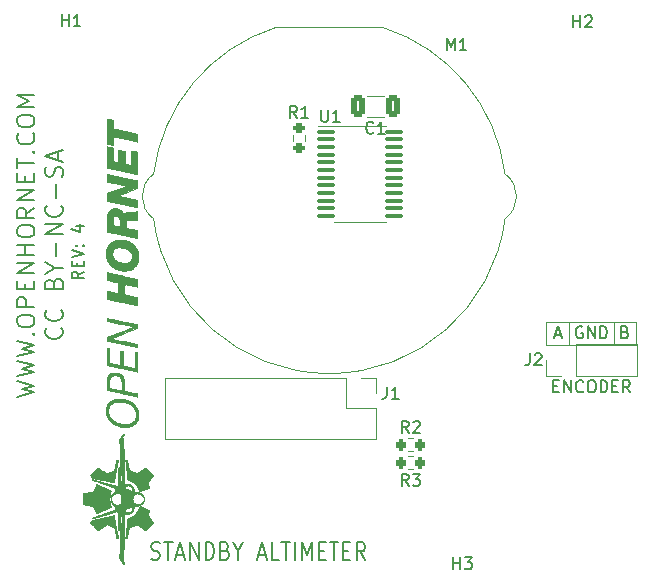
<source format=gbr>
%TF.GenerationSoftware,KiCad,Pcbnew,(6.0.9)*%
%TF.CreationDate,2023-01-27T17:05:39-09:00*%
%TF.ProjectId,GAUGE_Standby Altimeter,47415547-455f-4537-9461-6e6462792041,rev?*%
%TF.SameCoordinates,Original*%
%TF.FileFunction,Legend,Top*%
%TF.FilePolarity,Positive*%
%FSLAX46Y46*%
G04 Gerber Fmt 4.6, Leading zero omitted, Abs format (unit mm)*
G04 Created by KiCad (PCBNEW (6.0.9)) date 2023-01-27 17:05:39*
%MOMM*%
%LPD*%
G01*
G04 APERTURE LIST*
G04 Aperture macros list*
%AMRoundRect*
0 Rectangle with rounded corners*
0 $1 Rounding radius*
0 $2 $3 $4 $5 $6 $7 $8 $9 X,Y pos of 4 corners*
0 Add a 4 corners polygon primitive as box body*
4,1,4,$2,$3,$4,$5,$6,$7,$8,$9,$2,$3,0*
0 Add four circle primitives for the rounded corners*
1,1,$1+$1,$2,$3*
1,1,$1+$1,$4,$5*
1,1,$1+$1,$6,$7*
1,1,$1+$1,$8,$9*
0 Add four rect primitives between the rounded corners*
20,1,$1+$1,$2,$3,$4,$5,0*
20,1,$1+$1,$4,$5,$6,$7,0*
20,1,$1+$1,$6,$7,$8,$9,0*
20,1,$1+$1,$8,$9,$2,$3,0*%
G04 Aperture macros list end*
%ADD10C,0.200000*%
%ADD11C,0.150000*%
%ADD12C,0.120000*%
%ADD13C,0.010000*%
%ADD14C,0.100000*%
%ADD15RoundRect,0.250000X0.325000X0.650000X-0.325000X0.650000X-0.325000X-0.650000X0.325000X-0.650000X0*%
%ADD16RoundRect,0.200000X-0.275000X0.200000X-0.275000X-0.200000X0.275000X-0.200000X0.275000X0.200000X0*%
%ADD17RoundRect,0.200000X-0.200000X-0.275000X0.200000X-0.275000X0.200000X0.275000X-0.200000X0.275000X0*%
%ADD18O,1.700000X1.700000*%
%ADD19R,1.700000X1.700000*%
%ADD20O,1.070000X1.800000*%
%ADD21R,1.070000X1.800000*%
%ADD22C,2.500000*%
%ADD23RoundRect,0.100000X-0.637500X-0.100000X0.637500X-0.100000X0.637500X0.100000X-0.637500X0.100000X0*%
%ADD24C,3.800000*%
%ADD25C,2.200000*%
%ADD26C,1.524000*%
G04 APERTURE END LIST*
D10*
X162380586Y-104219980D02*
X163880586Y-103862837D01*
X162809157Y-103577123D01*
X163880586Y-103291409D01*
X162380586Y-102934266D01*
X162380586Y-102505694D02*
X163880586Y-102148552D01*
X162809157Y-101862837D01*
X163880586Y-101577123D01*
X162380586Y-101219980D01*
X162380586Y-100791409D02*
X163880586Y-100434266D01*
X162809157Y-100148552D01*
X163880586Y-99862837D01*
X162380586Y-99505694D01*
X163737729Y-98934266D02*
X163809157Y-98862837D01*
X163880586Y-98934266D01*
X163809157Y-99005694D01*
X163737729Y-98934266D01*
X163880586Y-98934266D01*
X162380586Y-97934266D02*
X162380586Y-97648552D01*
X162452015Y-97505694D01*
X162594872Y-97362837D01*
X162880586Y-97291409D01*
X163380586Y-97291409D01*
X163666300Y-97362837D01*
X163809157Y-97505694D01*
X163880586Y-97648552D01*
X163880586Y-97934266D01*
X163809157Y-98077123D01*
X163666300Y-98219980D01*
X163380586Y-98291409D01*
X162880586Y-98291409D01*
X162594872Y-98219980D01*
X162452015Y-98077123D01*
X162380586Y-97934266D01*
X163880586Y-96648552D02*
X162380586Y-96648552D01*
X162380586Y-96077123D01*
X162452015Y-95934266D01*
X162523443Y-95862837D01*
X162666300Y-95791409D01*
X162880586Y-95791409D01*
X163023443Y-95862837D01*
X163094872Y-95934266D01*
X163166300Y-96077123D01*
X163166300Y-96648552D01*
X163094872Y-95148552D02*
X163094872Y-94648552D01*
X163880586Y-94434266D02*
X163880586Y-95148552D01*
X162380586Y-95148552D01*
X162380586Y-94434266D01*
X163880586Y-93791409D02*
X162380586Y-93791409D01*
X163880586Y-92934266D01*
X162380586Y-92934266D01*
X163880586Y-92219980D02*
X162380586Y-92219980D01*
X163094872Y-92219980D02*
X163094872Y-91362837D01*
X163880586Y-91362837D02*
X162380586Y-91362837D01*
X162380586Y-90362837D02*
X162380586Y-90077123D01*
X162452015Y-89934266D01*
X162594872Y-89791409D01*
X162880586Y-89719980D01*
X163380586Y-89719980D01*
X163666300Y-89791409D01*
X163809157Y-89934266D01*
X163880586Y-90077123D01*
X163880586Y-90362837D01*
X163809157Y-90505694D01*
X163666300Y-90648552D01*
X163380586Y-90719980D01*
X162880586Y-90719980D01*
X162594872Y-90648552D01*
X162452015Y-90505694D01*
X162380586Y-90362837D01*
X163880586Y-88219980D02*
X163166300Y-88719980D01*
X163880586Y-89077123D02*
X162380586Y-89077123D01*
X162380586Y-88505694D01*
X162452015Y-88362837D01*
X162523443Y-88291409D01*
X162666300Y-88219980D01*
X162880586Y-88219980D01*
X163023443Y-88291409D01*
X163094872Y-88362837D01*
X163166300Y-88505694D01*
X163166300Y-89077123D01*
X163880586Y-87577123D02*
X162380586Y-87577123D01*
X163880586Y-86719980D01*
X162380586Y-86719980D01*
X163094872Y-86005694D02*
X163094872Y-85505694D01*
X163880586Y-85291409D02*
X163880586Y-86005694D01*
X162380586Y-86005694D01*
X162380586Y-85291409D01*
X162380586Y-84862837D02*
X162380586Y-84005694D01*
X163880586Y-84434266D02*
X162380586Y-84434266D01*
X163737729Y-83505694D02*
X163809157Y-83434266D01*
X163880586Y-83505694D01*
X163809157Y-83577123D01*
X163737729Y-83505694D01*
X163880586Y-83505694D01*
X163737729Y-81934266D02*
X163809157Y-82005694D01*
X163880586Y-82219980D01*
X163880586Y-82362837D01*
X163809157Y-82577123D01*
X163666300Y-82719980D01*
X163523443Y-82791409D01*
X163237729Y-82862837D01*
X163023443Y-82862837D01*
X162737729Y-82791409D01*
X162594872Y-82719980D01*
X162452015Y-82577123D01*
X162380586Y-82362837D01*
X162380586Y-82219980D01*
X162452015Y-82005694D01*
X162523443Y-81934266D01*
X162380586Y-81005694D02*
X162380586Y-80719980D01*
X162452015Y-80577123D01*
X162594872Y-80434266D01*
X162880586Y-80362837D01*
X163380586Y-80362837D01*
X163666300Y-80434266D01*
X163809157Y-80577123D01*
X163880586Y-80719980D01*
X163880586Y-81005694D01*
X163809157Y-81148552D01*
X163666300Y-81291409D01*
X163380586Y-81362837D01*
X162880586Y-81362837D01*
X162594872Y-81291409D01*
X162452015Y-81148552D01*
X162380586Y-81005694D01*
X163880586Y-79719980D02*
X162380586Y-79719980D01*
X163452015Y-79219980D01*
X162380586Y-78719980D01*
X163880586Y-78719980D01*
X166152729Y-98398552D02*
X166224157Y-98469980D01*
X166295586Y-98684266D01*
X166295586Y-98827123D01*
X166224157Y-99041409D01*
X166081300Y-99184266D01*
X165938443Y-99255694D01*
X165652729Y-99327123D01*
X165438443Y-99327123D01*
X165152729Y-99255694D01*
X165009872Y-99184266D01*
X164867015Y-99041409D01*
X164795586Y-98827123D01*
X164795586Y-98684266D01*
X164867015Y-98469980D01*
X164938443Y-98398552D01*
X166152729Y-96898552D02*
X166224157Y-96969980D01*
X166295586Y-97184266D01*
X166295586Y-97327123D01*
X166224157Y-97541409D01*
X166081300Y-97684266D01*
X165938443Y-97755694D01*
X165652729Y-97827123D01*
X165438443Y-97827123D01*
X165152729Y-97755694D01*
X165009872Y-97684266D01*
X164867015Y-97541409D01*
X164795586Y-97327123D01*
X164795586Y-97184266D01*
X164867015Y-96969980D01*
X164938443Y-96898552D01*
X165509872Y-94612837D02*
X165581300Y-94398552D01*
X165652729Y-94327123D01*
X165795586Y-94255694D01*
X166009872Y-94255694D01*
X166152729Y-94327123D01*
X166224157Y-94398552D01*
X166295586Y-94541409D01*
X166295586Y-95112837D01*
X164795586Y-95112837D01*
X164795586Y-94612837D01*
X164867015Y-94469980D01*
X164938443Y-94398552D01*
X165081300Y-94327123D01*
X165224157Y-94327123D01*
X165367015Y-94398552D01*
X165438443Y-94469980D01*
X165509872Y-94612837D01*
X165509872Y-95112837D01*
X165581300Y-93327123D02*
X166295586Y-93327123D01*
X164795586Y-93827123D02*
X165581300Y-93327123D01*
X164795586Y-92827123D01*
X165724157Y-92327123D02*
X165724157Y-91184266D01*
X166295586Y-90469980D02*
X164795586Y-90469980D01*
X166295586Y-89612837D01*
X164795586Y-89612837D01*
X166152729Y-88041409D02*
X166224157Y-88112837D01*
X166295586Y-88327123D01*
X166295586Y-88469980D01*
X166224157Y-88684266D01*
X166081300Y-88827123D01*
X165938443Y-88898552D01*
X165652729Y-88969980D01*
X165438443Y-88969980D01*
X165152729Y-88898552D01*
X165009872Y-88827123D01*
X164867015Y-88684266D01*
X164795586Y-88469980D01*
X164795586Y-88327123D01*
X164867015Y-88112837D01*
X164938443Y-88041409D01*
X165724157Y-87398552D02*
X165724157Y-86255694D01*
X166224157Y-85612837D02*
X166295586Y-85398552D01*
X166295586Y-85041409D01*
X166224157Y-84898552D01*
X166152729Y-84827123D01*
X166009872Y-84755694D01*
X165867015Y-84755694D01*
X165724157Y-84827123D01*
X165652729Y-84898552D01*
X165581300Y-85041409D01*
X165509872Y-85327123D01*
X165438443Y-85469980D01*
X165367015Y-85541409D01*
X165224157Y-85612837D01*
X165081300Y-85612837D01*
X164938443Y-85541409D01*
X164867015Y-85469980D01*
X164795586Y-85327123D01*
X164795586Y-84969980D01*
X164867015Y-84755694D01*
X165867015Y-84184266D02*
X165867015Y-83469980D01*
X166295586Y-84327123D02*
X164795586Y-83827123D01*
X166295586Y-83327123D01*
D11*
X168043895Y-93628118D02*
X167567705Y-93961452D01*
X168043895Y-94199547D02*
X167043895Y-94199547D01*
X167043895Y-93818594D01*
X167091515Y-93723356D01*
X167139134Y-93675737D01*
X167234372Y-93628118D01*
X167377229Y-93628118D01*
X167472467Y-93675737D01*
X167520086Y-93723356D01*
X167567705Y-93818594D01*
X167567705Y-94199547D01*
X167520086Y-93199547D02*
X167520086Y-92866213D01*
X168043895Y-92723356D02*
X168043895Y-93199547D01*
X167043895Y-93199547D01*
X167043895Y-92723356D01*
X167043895Y-92437642D02*
X168043895Y-92104309D01*
X167043895Y-91770975D01*
X167948657Y-91437642D02*
X167996276Y-91390023D01*
X168043895Y-91437642D01*
X167996276Y-91485261D01*
X167948657Y-91437642D01*
X168043895Y-91437642D01*
X167424848Y-91437642D02*
X167472467Y-91390023D01*
X167520086Y-91437642D01*
X167472467Y-91485261D01*
X167424848Y-91437642D01*
X167520086Y-91437642D01*
X167377229Y-89770975D02*
X168043895Y-89770975D01*
X166996276Y-90009071D02*
X167710562Y-90247166D01*
X167710562Y-89628118D01*
D12*
X214835515Y-97930452D02*
X209120515Y-97930452D01*
X214835515Y-99835452D02*
X214835515Y-97930452D01*
X212930515Y-99835452D02*
X214835515Y-99835452D01*
X209120515Y-99835452D02*
X212930515Y-99835452D01*
X207215515Y-99835452D02*
X209120515Y-99835452D01*
X207215515Y-97930452D02*
X207215515Y-99835452D01*
X209120515Y-97930452D02*
X207215515Y-97930452D01*
X212930515Y-97930452D02*
X212930515Y-99835452D01*
X209120515Y-97930452D02*
X209120515Y-99835452D01*
D11*
X213890943Y-98748023D02*
X214033800Y-98795642D01*
X214081419Y-98843261D01*
X214129038Y-98938499D01*
X214129038Y-99081356D01*
X214081419Y-99176594D01*
X214033800Y-99224213D01*
X213938562Y-99271832D01*
X213557610Y-99271832D01*
X213557610Y-98271832D01*
X213890943Y-98271832D01*
X213986181Y-98319452D01*
X214033800Y-98367071D01*
X214081419Y-98462309D01*
X214081419Y-98557547D01*
X214033800Y-98652785D01*
X213986181Y-98700404D01*
X213890943Y-98748023D01*
X213557610Y-98748023D01*
X210263610Y-98319452D02*
X210168372Y-98271832D01*
X210025515Y-98271832D01*
X209882657Y-98319452D01*
X209787419Y-98414690D01*
X209739800Y-98509928D01*
X209692181Y-98700404D01*
X209692181Y-98843261D01*
X209739800Y-99033737D01*
X209787419Y-99128975D01*
X209882657Y-99224213D01*
X210025515Y-99271832D01*
X210120753Y-99271832D01*
X210263610Y-99224213D01*
X210311229Y-99176594D01*
X210311229Y-98843261D01*
X210120753Y-98843261D01*
X210739800Y-99271832D02*
X210739800Y-98271832D01*
X211311229Y-99271832D01*
X211311229Y-98271832D01*
X211787419Y-99271832D02*
X211787419Y-98271832D01*
X212025515Y-98271832D01*
X212168372Y-98319452D01*
X212263610Y-98414690D01*
X212311229Y-98509928D01*
X212358848Y-98700404D01*
X212358848Y-98843261D01*
X212311229Y-99033737D01*
X212263610Y-99128975D01*
X212168372Y-99224213D01*
X212025515Y-99271832D01*
X211787419Y-99271832D01*
X207993419Y-98986118D02*
X208469610Y-98986118D01*
X207898181Y-99271832D02*
X208231515Y-98271832D01*
X208564848Y-99271832D01*
D10*
X173783895Y-117968594D02*
X173962467Y-118040023D01*
X174260086Y-118040023D01*
X174379134Y-117968594D01*
X174438657Y-117897166D01*
X174498181Y-117754309D01*
X174498181Y-117611452D01*
X174438657Y-117468594D01*
X174379134Y-117397166D01*
X174260086Y-117325737D01*
X174021991Y-117254309D01*
X173902943Y-117182880D01*
X173843419Y-117111452D01*
X173783895Y-116968594D01*
X173783895Y-116825737D01*
X173843419Y-116682880D01*
X173902943Y-116611452D01*
X174021991Y-116540023D01*
X174319610Y-116540023D01*
X174498181Y-116611452D01*
X174855324Y-116540023D02*
X175569610Y-116540023D01*
X175212467Y-118040023D02*
X175212467Y-116540023D01*
X175926753Y-117611452D02*
X176521991Y-117611452D01*
X175807705Y-118040023D02*
X176224372Y-116540023D01*
X176641038Y-118040023D01*
X177057705Y-118040023D02*
X177057705Y-116540023D01*
X177771991Y-118040023D01*
X177771991Y-116540023D01*
X178367229Y-118040023D02*
X178367229Y-116540023D01*
X178664848Y-116540023D01*
X178843419Y-116611452D01*
X178962467Y-116754309D01*
X179021991Y-116897166D01*
X179081515Y-117182880D01*
X179081515Y-117397166D01*
X179021991Y-117682880D01*
X178962467Y-117825737D01*
X178843419Y-117968594D01*
X178664848Y-118040023D01*
X178367229Y-118040023D01*
X180033895Y-117254309D02*
X180212467Y-117325737D01*
X180271991Y-117397166D01*
X180331515Y-117540023D01*
X180331515Y-117754309D01*
X180271991Y-117897166D01*
X180212467Y-117968594D01*
X180093419Y-118040023D01*
X179617229Y-118040023D01*
X179617229Y-116540023D01*
X180033895Y-116540023D01*
X180152943Y-116611452D01*
X180212467Y-116682880D01*
X180271991Y-116825737D01*
X180271991Y-116968594D01*
X180212467Y-117111452D01*
X180152943Y-117182880D01*
X180033895Y-117254309D01*
X179617229Y-117254309D01*
X181105324Y-117325737D02*
X181105324Y-118040023D01*
X180688657Y-116540023D02*
X181105324Y-117325737D01*
X181521991Y-116540023D01*
X182831515Y-117611452D02*
X183426753Y-117611452D01*
X182712467Y-118040023D02*
X183129134Y-116540023D01*
X183545800Y-118040023D01*
X184557705Y-118040023D02*
X183962467Y-118040023D01*
X183962467Y-116540023D01*
X184795800Y-116540023D02*
X185510086Y-116540023D01*
X185152943Y-118040023D02*
X185152943Y-116540023D01*
X185926753Y-118040023D02*
X185926753Y-116540023D01*
X186521991Y-118040023D02*
X186521991Y-116540023D01*
X186938657Y-117611452D01*
X187355324Y-116540023D01*
X187355324Y-118040023D01*
X187950562Y-117254309D02*
X188367229Y-117254309D01*
X188545800Y-118040023D02*
X187950562Y-118040023D01*
X187950562Y-116540023D01*
X188545800Y-116540023D01*
X188902943Y-116540023D02*
X189617229Y-116540023D01*
X189260086Y-118040023D02*
X189260086Y-116540023D01*
X190033895Y-117254309D02*
X190450562Y-117254309D01*
X190629134Y-118040023D02*
X190033895Y-118040023D01*
X190033895Y-116540023D01*
X190629134Y-116540023D01*
X191879134Y-118040023D02*
X191462467Y-117325737D01*
X191164848Y-118040023D02*
X191164848Y-116540023D01*
X191641038Y-116540023D01*
X191760086Y-116611452D01*
X191819610Y-116682880D01*
X191879134Y-116825737D01*
X191879134Y-117040023D01*
X191819610Y-117182880D01*
X191760086Y-117254309D01*
X191641038Y-117325737D01*
X191164848Y-117325737D01*
D11*
%TO.C,C1*%
X192570848Y-81849594D02*
X192523229Y-81897213D01*
X192380372Y-81944832D01*
X192285134Y-81944832D01*
X192142276Y-81897213D01*
X192047038Y-81801975D01*
X191999419Y-81706737D01*
X191951800Y-81516261D01*
X191951800Y-81373404D01*
X191999419Y-81182928D01*
X192047038Y-81087690D01*
X192142276Y-80992452D01*
X192285134Y-80944832D01*
X192380372Y-80944832D01*
X192523229Y-80992452D01*
X192570848Y-81040071D01*
X193523229Y-81944832D02*
X192951800Y-81944832D01*
X193237515Y-81944832D02*
X193237515Y-80944832D01*
X193142276Y-81087690D01*
X193047038Y-81182928D01*
X192951800Y-81230547D01*
%TO.C,R1*%
X186093848Y-80602832D02*
X185760515Y-80126642D01*
X185522419Y-80602832D02*
X185522419Y-79602832D01*
X185903372Y-79602832D01*
X185998610Y-79650452D01*
X186046229Y-79698071D01*
X186093848Y-79793309D01*
X186093848Y-79936166D01*
X186046229Y-80031404D01*
X185998610Y-80079023D01*
X185903372Y-80126642D01*
X185522419Y-80126642D01*
X187046229Y-80602832D02*
X186474800Y-80602832D01*
X186760515Y-80602832D02*
X186760515Y-79602832D01*
X186665276Y-79745690D01*
X186570038Y-79840928D01*
X186474800Y-79888547D01*
%TO.C,R2*%
X195555348Y-107303332D02*
X195222015Y-106827142D01*
X194983919Y-107303332D02*
X194983919Y-106303332D01*
X195364872Y-106303332D01*
X195460110Y-106350952D01*
X195507729Y-106398571D01*
X195555348Y-106493809D01*
X195555348Y-106636666D01*
X195507729Y-106731904D01*
X195460110Y-106779523D01*
X195364872Y-106827142D01*
X194983919Y-106827142D01*
X195936300Y-106398571D02*
X195983919Y-106350952D01*
X196079157Y-106303332D01*
X196317253Y-106303332D01*
X196412491Y-106350952D01*
X196460110Y-106398571D01*
X196507729Y-106493809D01*
X196507729Y-106589047D01*
X196460110Y-106731904D01*
X195888681Y-107303332D01*
X196507729Y-107303332D01*
%TO.C,R3*%
X195555348Y-111781332D02*
X195222015Y-111305142D01*
X194983919Y-111781332D02*
X194983919Y-110781332D01*
X195364872Y-110781332D01*
X195460110Y-110828952D01*
X195507729Y-110876571D01*
X195555348Y-110971809D01*
X195555348Y-111114666D01*
X195507729Y-111209904D01*
X195460110Y-111257523D01*
X195364872Y-111305142D01*
X194983919Y-111305142D01*
X195888681Y-110781332D02*
X196507729Y-110781332D01*
X196174395Y-111162285D01*
X196317253Y-111162285D01*
X196412491Y-111209904D01*
X196460110Y-111257523D01*
X196507729Y-111352761D01*
X196507729Y-111590856D01*
X196460110Y-111686094D01*
X196412491Y-111733713D01*
X196317253Y-111781332D01*
X196031538Y-111781332D01*
X195936300Y-111733713D01*
X195888681Y-111686094D01*
%TO.C,J1*%
X193708684Y-103390367D02*
X193708684Y-104104653D01*
X193661065Y-104247510D01*
X193565827Y-104342748D01*
X193422970Y-104390367D01*
X193327732Y-104390367D01*
X194708684Y-104390367D02*
X194137256Y-104390367D01*
X194422970Y-104390367D02*
X194422970Y-103390367D01*
X194327732Y-103533225D01*
X194232494Y-103628463D01*
X194137256Y-103676082D01*
%TO.C,H3*%
X199341610Y-118829832D02*
X199341610Y-117829832D01*
X199341610Y-118306023D02*
X199913038Y-118306023D01*
X199913038Y-118829832D02*
X199913038Y-117829832D01*
X200293991Y-117829832D02*
X200913038Y-117829832D01*
X200579705Y-118210785D01*
X200722562Y-118210785D01*
X200817800Y-118258404D01*
X200865419Y-118306023D01*
X200913038Y-118401261D01*
X200913038Y-118639356D01*
X200865419Y-118734594D01*
X200817800Y-118782213D01*
X200722562Y-118829832D01*
X200436848Y-118829832D01*
X200341610Y-118782213D01*
X200293991Y-118734594D01*
%TO.C,H2*%
X209501610Y-72950367D02*
X209501610Y-71950367D01*
X209501610Y-72426558D02*
X210073038Y-72426558D01*
X210073038Y-72950367D02*
X210073038Y-71950367D01*
X210501610Y-72045606D02*
X210549229Y-71997987D01*
X210644467Y-71950367D01*
X210882562Y-71950367D01*
X210977800Y-71997987D01*
X211025419Y-72045606D01*
X211073038Y-72140844D01*
X211073038Y-72236082D01*
X211025419Y-72378939D01*
X210453991Y-72950367D01*
X211073038Y-72950367D01*
%TO.C,H1*%
X166194610Y-72855832D02*
X166194610Y-71855832D01*
X166194610Y-72332023D02*
X166766038Y-72332023D01*
X166766038Y-72855832D02*
X166766038Y-71855832D01*
X167766038Y-72855832D02*
X167194610Y-72855832D01*
X167480324Y-72855832D02*
X167480324Y-71855832D01*
X167385086Y-71998690D01*
X167289848Y-72093928D01*
X167194610Y-72141547D01*
%TO.C,U1*%
X188165610Y-79959832D02*
X188165610Y-80769356D01*
X188213229Y-80864594D01*
X188260848Y-80912213D01*
X188356086Y-80959832D01*
X188546562Y-80959832D01*
X188641800Y-80912213D01*
X188689419Y-80864594D01*
X188737038Y-80769356D01*
X188737038Y-79959832D01*
X189737038Y-80959832D02*
X189165610Y-80959832D01*
X189451324Y-80959832D02*
X189451324Y-79959832D01*
X189356086Y-80102690D01*
X189260848Y-80197928D01*
X189165610Y-80245547D01*
%TO.C,M1*%
X198785991Y-74887832D02*
X198785991Y-73887832D01*
X199119324Y-74602118D01*
X199452657Y-73887832D01*
X199452657Y-74887832D01*
X200452657Y-74887832D02*
X199881229Y-74887832D01*
X200166943Y-74887832D02*
X200166943Y-73887832D01*
X200071705Y-74030690D01*
X199976467Y-74125928D01*
X199881229Y-74173547D01*
%TO.C,J2*%
X205822181Y-100557832D02*
X205822181Y-101272118D01*
X205774562Y-101414975D01*
X205679324Y-101510213D01*
X205536467Y-101557832D01*
X205441229Y-101557832D01*
X206250753Y-100653071D02*
X206298372Y-100605452D01*
X206393610Y-100557832D01*
X206631705Y-100557832D01*
X206726943Y-100605452D01*
X206774562Y-100653071D01*
X206822181Y-100748309D01*
X206822181Y-100843547D01*
X206774562Y-100986404D01*
X206203134Y-101557832D01*
X206822181Y-101557832D01*
X207811229Y-103320023D02*
X208144562Y-103320023D01*
X208287419Y-103843832D02*
X207811229Y-103843832D01*
X207811229Y-102843832D01*
X208287419Y-102843832D01*
X208715991Y-103843832D02*
X208715991Y-102843832D01*
X209287419Y-103843832D01*
X209287419Y-102843832D01*
X210335038Y-103748594D02*
X210287419Y-103796213D01*
X210144562Y-103843832D01*
X210049324Y-103843832D01*
X209906467Y-103796213D01*
X209811229Y-103700975D01*
X209763610Y-103605737D01*
X209715991Y-103415261D01*
X209715991Y-103272404D01*
X209763610Y-103081928D01*
X209811229Y-102986690D01*
X209906467Y-102891452D01*
X210049324Y-102843832D01*
X210144562Y-102843832D01*
X210287419Y-102891452D01*
X210335038Y-102939071D01*
X210954086Y-102843832D02*
X211144562Y-102843832D01*
X211239800Y-102891452D01*
X211335038Y-102986690D01*
X211382657Y-103177166D01*
X211382657Y-103510499D01*
X211335038Y-103700975D01*
X211239800Y-103796213D01*
X211144562Y-103843832D01*
X210954086Y-103843832D01*
X210858848Y-103796213D01*
X210763610Y-103700975D01*
X210715991Y-103510499D01*
X210715991Y-103177166D01*
X210763610Y-102986690D01*
X210858848Y-102891452D01*
X210954086Y-102843832D01*
X211811229Y-103843832D02*
X211811229Y-102843832D01*
X212049324Y-102843832D01*
X212192181Y-102891452D01*
X212287419Y-102986690D01*
X212335038Y-103081928D01*
X212382657Y-103272404D01*
X212382657Y-103415261D01*
X212335038Y-103605737D01*
X212287419Y-103700975D01*
X212192181Y-103796213D01*
X212049324Y-103843832D01*
X211811229Y-103843832D01*
X212811229Y-103320023D02*
X213144562Y-103320023D01*
X213287419Y-103843832D02*
X212811229Y-103843832D01*
X212811229Y-102843832D01*
X213287419Y-102843832D01*
X214287419Y-103843832D02*
X213954086Y-103367642D01*
X213715991Y-103843832D02*
X213715991Y-102843832D01*
X214096943Y-102843832D01*
X214192181Y-102891452D01*
X214239800Y-102939071D01*
X214287419Y-103034309D01*
X214287419Y-103177166D01*
X214239800Y-103272404D01*
X214192181Y-103320023D01*
X214096943Y-103367642D01*
X213715991Y-103367642D01*
D12*
%TO.C,C1*%
X193448767Y-80552452D02*
X192026263Y-80552452D01*
X193448767Y-78732452D02*
X192026263Y-78732452D01*
%TO.C,R1*%
X185738015Y-82072194D02*
X185738015Y-82546710D01*
X186783015Y-82072194D02*
X186783015Y-82546710D01*
%TO.C,R2*%
X195484757Y-108803452D02*
X195959273Y-108803452D01*
X195484757Y-107758452D02*
X195959273Y-107758452D01*
%TO.C,R3*%
X195484757Y-109282452D02*
X195959273Y-109282452D01*
X195484757Y-110327452D02*
X195959273Y-110327452D01*
%TO.C,J1*%
X192832018Y-102607987D02*
X192832018Y-103937987D01*
X191502018Y-102607987D02*
X192832018Y-102607987D01*
X192832018Y-105207987D02*
X192832018Y-107807987D01*
X190232018Y-105207987D02*
X192832018Y-105207987D01*
X190232018Y-102607987D02*
X190232018Y-105207987D01*
X192832018Y-107807987D02*
X174932018Y-107807987D01*
X190232018Y-102607987D02*
X174932018Y-102607987D01*
X174932018Y-102607987D02*
X174932018Y-107807987D01*
%TO.C,G\u002A\u002A\u002A*%
G36*
X173196581Y-113662400D02*
G01*
X173265209Y-113690858D01*
X173327884Y-113716972D01*
X173384404Y-113740653D01*
X173434563Y-113761814D01*
X173478157Y-113780368D01*
X173514982Y-113796226D01*
X173544835Y-113809302D01*
X173567510Y-113819507D01*
X173582804Y-113826754D01*
X173590512Y-113830957D01*
X173591340Y-113831639D01*
X173597057Y-113842519D01*
X173598748Y-113851448D01*
X173596801Y-113857476D01*
X173591244Y-113870092D01*
X173582502Y-113888440D01*
X173571001Y-113911665D01*
X173557167Y-113938910D01*
X173541425Y-113969321D01*
X173524202Y-114002043D01*
X173518315Y-114013109D01*
X173497440Y-114052346D01*
X173480297Y-114084904D01*
X173466576Y-114111542D01*
X173455963Y-114133020D01*
X173448148Y-114150098D01*
X173442821Y-114163536D01*
X173439669Y-114174092D01*
X173438381Y-114182528D01*
X173438646Y-114189602D01*
X173440154Y-114196074D01*
X173441633Y-114200268D01*
X173444529Y-114205112D01*
X173451886Y-114216429D01*
X173463366Y-114233717D01*
X173478628Y-114256476D01*
X173497334Y-114284204D01*
X173519143Y-114316401D01*
X173543716Y-114352565D01*
X173570714Y-114392196D01*
X173599797Y-114434792D01*
X173630625Y-114479852D01*
X173662860Y-114526875D01*
X173670233Y-114537618D01*
X173708778Y-114593774D01*
X173742800Y-114643384D01*
X173772565Y-114686886D01*
X173798336Y-114724716D01*
X173820381Y-114757311D01*
X173838963Y-114785109D01*
X173854348Y-114808546D01*
X173866801Y-114828059D01*
X173876588Y-114844086D01*
X173883973Y-114857062D01*
X173889223Y-114867426D01*
X173892601Y-114875615D01*
X173894374Y-114882064D01*
X173894806Y-114887212D01*
X173894163Y-114891495D01*
X173892710Y-114895350D01*
X173890712Y-114899215D01*
X173890230Y-114900102D01*
X173886413Y-114904641D01*
X173877079Y-114914635D01*
X173862727Y-114929584D01*
X173843855Y-114948990D01*
X173820962Y-114972356D01*
X173794546Y-114999182D01*
X173765105Y-115028971D01*
X173733137Y-115061224D01*
X173699142Y-115095442D01*
X173663616Y-115131127D01*
X173627059Y-115167782D01*
X173589968Y-115204907D01*
X173552843Y-115242005D01*
X173516180Y-115278576D01*
X173480480Y-115314123D01*
X173446239Y-115348147D01*
X173413957Y-115380151D01*
X173384131Y-115409634D01*
X173357260Y-115436100D01*
X173333842Y-115459050D01*
X173314375Y-115477986D01*
X173299359Y-115492408D01*
X173289290Y-115501820D01*
X173284668Y-115505722D01*
X173284633Y-115505741D01*
X173275384Y-115509917D01*
X173266469Y-115511726D01*
X173256718Y-115510737D01*
X173244960Y-115506513D01*
X173230024Y-115498621D01*
X173210740Y-115486626D01*
X173185937Y-115470095D01*
X173182808Y-115467972D01*
X173168663Y-115458335D01*
X173148260Y-115444397D01*
X173122322Y-115426651D01*
X173091570Y-115405592D01*
X173056723Y-115381713D01*
X173018502Y-115355508D01*
X172977630Y-115327473D01*
X172934826Y-115298100D01*
X172890811Y-115267885D01*
X172851565Y-115240931D01*
X172808724Y-115211550D01*
X172767659Y-115183476D01*
X172728942Y-115157094D01*
X172693141Y-115132788D01*
X172660827Y-115110942D01*
X172632571Y-115091941D01*
X172608942Y-115076169D01*
X172590510Y-115064011D01*
X172577846Y-115055851D01*
X172571520Y-115052073D01*
X172571242Y-115051945D01*
X172558151Y-115047843D01*
X172545962Y-115046152D01*
X172539854Y-115047716D01*
X172526640Y-115052216D01*
X172507045Y-115059361D01*
X172481790Y-115068862D01*
X172451599Y-115080429D01*
X172417194Y-115093771D01*
X172379298Y-115108598D01*
X172338635Y-115124622D01*
X172295927Y-115141551D01*
X172251897Y-115159096D01*
X172207268Y-115176967D01*
X172162764Y-115194873D01*
X172119106Y-115212526D01*
X172077018Y-115229634D01*
X172037224Y-115245908D01*
X172000445Y-115261059D01*
X171967405Y-115274795D01*
X171938826Y-115286828D01*
X171915432Y-115296866D01*
X171897946Y-115304621D01*
X171887090Y-115309802D01*
X171883858Y-115311713D01*
X171874610Y-115320474D01*
X171868158Y-115328309D01*
X171867593Y-115329264D01*
X171866300Y-115334349D01*
X171863584Y-115347180D01*
X171859557Y-115367177D01*
X171854329Y-115393758D01*
X171848012Y-115426345D01*
X171840718Y-115464355D01*
X171832557Y-115507209D01*
X171823641Y-115554327D01*
X171814080Y-115605127D01*
X171803987Y-115659030D01*
X171793472Y-115715455D01*
X171789213Y-115738383D01*
X171775577Y-115811657D01*
X171763356Y-115876887D01*
X171752491Y-115934366D01*
X171742923Y-115984386D01*
X171734594Y-116027241D01*
X171727446Y-116063224D01*
X171721420Y-116092627D01*
X171716457Y-116115745D01*
X171712500Y-116132870D01*
X171709490Y-116144295D01*
X171707369Y-116150314D01*
X171706939Y-116151052D01*
X171699836Y-116159352D01*
X171691478Y-116165185D01*
X171680297Y-116168965D01*
X171664727Y-116171106D01*
X171643201Y-116172022D01*
X171627073Y-116172156D01*
X171605395Y-116172115D01*
X171590789Y-116171769D01*
X171581862Y-116170878D01*
X171577221Y-116169203D01*
X171575470Y-116166502D01*
X171575214Y-116163219D01*
X171575684Y-116158322D01*
X171577053Y-116145509D01*
X171579268Y-116125278D01*
X171582270Y-116098126D01*
X171586004Y-116064549D01*
X171590414Y-116025046D01*
X171595444Y-115980112D01*
X171601037Y-115930245D01*
X171607137Y-115875943D01*
X171613688Y-115817701D01*
X171620633Y-115756018D01*
X171627917Y-115691390D01*
X171635483Y-115624314D01*
X171643275Y-115555287D01*
X171651236Y-115484807D01*
X171659311Y-115413371D01*
X171667443Y-115341474D01*
X171675576Y-115269616D01*
X171683654Y-115198292D01*
X171691620Y-115128000D01*
X171699419Y-115059236D01*
X171706993Y-114992499D01*
X171714288Y-114928284D01*
X171721246Y-114867089D01*
X171727811Y-114809411D01*
X171733928Y-114755747D01*
X171739539Y-114706594D01*
X171744589Y-114662450D01*
X171749021Y-114623810D01*
X171752780Y-114591173D01*
X171755808Y-114565036D01*
X171758051Y-114545894D01*
X171759450Y-114534246D01*
X171759844Y-114531190D01*
X171762302Y-114519629D01*
X171766665Y-114513841D01*
X171774273Y-114511252D01*
X171780686Y-114509005D01*
X171793913Y-114503614D01*
X171813078Y-114495472D01*
X171837305Y-114484974D01*
X171865715Y-114472514D01*
X171897432Y-114458486D01*
X171931580Y-114443284D01*
X171967281Y-114427302D01*
X172003659Y-114410935D01*
X172039836Y-114394577D01*
X172074937Y-114378623D01*
X172108083Y-114363465D01*
X172138398Y-114349499D01*
X172165005Y-114337119D01*
X172187028Y-114326719D01*
X172203589Y-114318693D01*
X172211347Y-114314759D01*
X172246682Y-114293888D01*
X172284846Y-114267273D01*
X172324185Y-114236351D01*
X172363045Y-114202562D01*
X172399774Y-114167345D01*
X172432717Y-114132137D01*
X172460223Y-114098378D01*
X172460589Y-114097885D01*
X172465661Y-114090267D01*
X172474548Y-114076046D01*
X172486823Y-114055945D01*
X172502060Y-114030690D01*
X172519834Y-114001006D01*
X172539719Y-113967617D01*
X172561290Y-113931249D01*
X172584120Y-113892626D01*
X172607784Y-113852473D01*
X172631856Y-113811515D01*
X172655911Y-113770476D01*
X172679523Y-113730082D01*
X172702265Y-113691058D01*
X172723713Y-113654127D01*
X172743440Y-113620016D01*
X172761021Y-113589448D01*
X172776030Y-113563150D01*
X172788041Y-113541844D01*
X172796629Y-113526258D01*
X172799432Y-113520979D01*
X172809231Y-113502111D01*
X173196581Y-113662400D01*
G37*
D13*
X173196581Y-113662400D02*
X173265209Y-113690858D01*
X173327884Y-113716972D01*
X173384404Y-113740653D01*
X173434563Y-113761814D01*
X173478157Y-113780368D01*
X173514982Y-113796226D01*
X173544835Y-113809302D01*
X173567510Y-113819507D01*
X173582804Y-113826754D01*
X173590512Y-113830957D01*
X173591340Y-113831639D01*
X173597057Y-113842519D01*
X173598748Y-113851448D01*
X173596801Y-113857476D01*
X173591244Y-113870092D01*
X173582502Y-113888440D01*
X173571001Y-113911665D01*
X173557167Y-113938910D01*
X173541425Y-113969321D01*
X173524202Y-114002043D01*
X173518315Y-114013109D01*
X173497440Y-114052346D01*
X173480297Y-114084904D01*
X173466576Y-114111542D01*
X173455963Y-114133020D01*
X173448148Y-114150098D01*
X173442821Y-114163536D01*
X173439669Y-114174092D01*
X173438381Y-114182528D01*
X173438646Y-114189602D01*
X173440154Y-114196074D01*
X173441633Y-114200268D01*
X173444529Y-114205112D01*
X173451886Y-114216429D01*
X173463366Y-114233717D01*
X173478628Y-114256476D01*
X173497334Y-114284204D01*
X173519143Y-114316401D01*
X173543716Y-114352565D01*
X173570714Y-114392196D01*
X173599797Y-114434792D01*
X173630625Y-114479852D01*
X173662860Y-114526875D01*
X173670233Y-114537618D01*
X173708778Y-114593774D01*
X173742800Y-114643384D01*
X173772565Y-114686886D01*
X173798336Y-114724716D01*
X173820381Y-114757311D01*
X173838963Y-114785109D01*
X173854348Y-114808546D01*
X173866801Y-114828059D01*
X173876588Y-114844086D01*
X173883973Y-114857062D01*
X173889223Y-114867426D01*
X173892601Y-114875615D01*
X173894374Y-114882064D01*
X173894806Y-114887212D01*
X173894163Y-114891495D01*
X173892710Y-114895350D01*
X173890712Y-114899215D01*
X173890230Y-114900102D01*
X173886413Y-114904641D01*
X173877079Y-114914635D01*
X173862727Y-114929584D01*
X173843855Y-114948990D01*
X173820962Y-114972356D01*
X173794546Y-114999182D01*
X173765105Y-115028971D01*
X173733137Y-115061224D01*
X173699142Y-115095442D01*
X173663616Y-115131127D01*
X173627059Y-115167782D01*
X173589968Y-115204907D01*
X173552843Y-115242005D01*
X173516180Y-115278576D01*
X173480480Y-115314123D01*
X173446239Y-115348147D01*
X173413957Y-115380151D01*
X173384131Y-115409634D01*
X173357260Y-115436100D01*
X173333842Y-115459050D01*
X173314375Y-115477986D01*
X173299359Y-115492408D01*
X173289290Y-115501820D01*
X173284668Y-115505722D01*
X173284633Y-115505741D01*
X173275384Y-115509917D01*
X173266469Y-115511726D01*
X173256718Y-115510737D01*
X173244960Y-115506513D01*
X173230024Y-115498621D01*
X173210740Y-115486626D01*
X173185937Y-115470095D01*
X173182808Y-115467972D01*
X173168663Y-115458335D01*
X173148260Y-115444397D01*
X173122322Y-115426651D01*
X173091570Y-115405592D01*
X173056723Y-115381713D01*
X173018502Y-115355508D01*
X172977630Y-115327473D01*
X172934826Y-115298100D01*
X172890811Y-115267885D01*
X172851565Y-115240931D01*
X172808724Y-115211550D01*
X172767659Y-115183476D01*
X172728942Y-115157094D01*
X172693141Y-115132788D01*
X172660827Y-115110942D01*
X172632571Y-115091941D01*
X172608942Y-115076169D01*
X172590510Y-115064011D01*
X172577846Y-115055851D01*
X172571520Y-115052073D01*
X172571242Y-115051945D01*
X172558151Y-115047843D01*
X172545962Y-115046152D01*
X172539854Y-115047716D01*
X172526640Y-115052216D01*
X172507045Y-115059361D01*
X172481790Y-115068862D01*
X172451599Y-115080429D01*
X172417194Y-115093771D01*
X172379298Y-115108598D01*
X172338635Y-115124622D01*
X172295927Y-115141551D01*
X172251897Y-115159096D01*
X172207268Y-115176967D01*
X172162764Y-115194873D01*
X172119106Y-115212526D01*
X172077018Y-115229634D01*
X172037224Y-115245908D01*
X172000445Y-115261059D01*
X171967405Y-115274795D01*
X171938826Y-115286828D01*
X171915432Y-115296866D01*
X171897946Y-115304621D01*
X171887090Y-115309802D01*
X171883858Y-115311713D01*
X171874610Y-115320474D01*
X171868158Y-115328309D01*
X171867593Y-115329264D01*
X171866300Y-115334349D01*
X171863584Y-115347180D01*
X171859557Y-115367177D01*
X171854329Y-115393758D01*
X171848012Y-115426345D01*
X171840718Y-115464355D01*
X171832557Y-115507209D01*
X171823641Y-115554327D01*
X171814080Y-115605127D01*
X171803987Y-115659030D01*
X171793472Y-115715455D01*
X171789213Y-115738383D01*
X171775577Y-115811657D01*
X171763356Y-115876887D01*
X171752491Y-115934366D01*
X171742923Y-115984386D01*
X171734594Y-116027241D01*
X171727446Y-116063224D01*
X171721420Y-116092627D01*
X171716457Y-116115745D01*
X171712500Y-116132870D01*
X171709490Y-116144295D01*
X171707369Y-116150314D01*
X171706939Y-116151052D01*
X171699836Y-116159352D01*
X171691478Y-116165185D01*
X171680297Y-116168965D01*
X171664727Y-116171106D01*
X171643201Y-116172022D01*
X171627073Y-116172156D01*
X171605395Y-116172115D01*
X171590789Y-116171769D01*
X171581862Y-116170878D01*
X171577221Y-116169203D01*
X171575470Y-116166502D01*
X171575214Y-116163219D01*
X171575684Y-116158322D01*
X171577053Y-116145509D01*
X171579268Y-116125278D01*
X171582270Y-116098126D01*
X171586004Y-116064549D01*
X171590414Y-116025046D01*
X171595444Y-115980112D01*
X171601037Y-115930245D01*
X171607137Y-115875943D01*
X171613688Y-115817701D01*
X171620633Y-115756018D01*
X171627917Y-115691390D01*
X171635483Y-115624314D01*
X171643275Y-115555287D01*
X171651236Y-115484807D01*
X171659311Y-115413371D01*
X171667443Y-115341474D01*
X171675576Y-115269616D01*
X171683654Y-115198292D01*
X171691620Y-115128000D01*
X171699419Y-115059236D01*
X171706993Y-114992499D01*
X171714288Y-114928284D01*
X171721246Y-114867089D01*
X171727811Y-114809411D01*
X171733928Y-114755747D01*
X171739539Y-114706594D01*
X171744589Y-114662450D01*
X171749021Y-114623810D01*
X171752780Y-114591173D01*
X171755808Y-114565036D01*
X171758051Y-114545894D01*
X171759450Y-114534246D01*
X171759844Y-114531190D01*
X171762302Y-114519629D01*
X171766665Y-114513841D01*
X171774273Y-114511252D01*
X171780686Y-114509005D01*
X171793913Y-114503614D01*
X171813078Y-114495472D01*
X171837305Y-114484974D01*
X171865715Y-114472514D01*
X171897432Y-114458486D01*
X171931580Y-114443284D01*
X171967281Y-114427302D01*
X172003659Y-114410935D01*
X172039836Y-114394577D01*
X172074937Y-114378623D01*
X172108083Y-114363465D01*
X172138398Y-114349499D01*
X172165005Y-114337119D01*
X172187028Y-114326719D01*
X172203589Y-114318693D01*
X172211347Y-114314759D01*
X172246682Y-114293888D01*
X172284846Y-114267273D01*
X172324185Y-114236351D01*
X172363045Y-114202562D01*
X172399774Y-114167345D01*
X172432717Y-114132137D01*
X172460223Y-114098378D01*
X172460589Y-114097885D01*
X172465661Y-114090267D01*
X172474548Y-114076046D01*
X172486823Y-114055945D01*
X172502060Y-114030690D01*
X172519834Y-114001006D01*
X172539719Y-113967617D01*
X172561290Y-113931249D01*
X172584120Y-113892626D01*
X172607784Y-113852473D01*
X172631856Y-113811515D01*
X172655911Y-113770476D01*
X172679523Y-113730082D01*
X172702265Y-113691058D01*
X172723713Y-113654127D01*
X172743440Y-113620016D01*
X172761021Y-113589448D01*
X172776030Y-113563150D01*
X172788041Y-113541844D01*
X172796629Y-113526258D01*
X172799432Y-113520979D01*
X172809231Y-113502111D01*
X173196581Y-113662400D01*
G36*
X171652674Y-109573148D02*
G01*
X171674194Y-109575453D01*
X171689841Y-109579693D01*
X171700864Y-109586194D01*
X171707913Y-109594323D01*
X171709627Y-109599912D01*
X171712755Y-109613302D01*
X171717191Y-109633964D01*
X171722833Y-109661371D01*
X171729576Y-109694993D01*
X171737317Y-109734302D01*
X171745950Y-109778769D01*
X171755373Y-109827866D01*
X171765482Y-109881065D01*
X171776172Y-109937837D01*
X171787339Y-109997652D01*
X171788887Y-110005984D01*
X171799541Y-110063217D01*
X171809814Y-110118153D01*
X171819597Y-110170211D01*
X171828777Y-110218812D01*
X171837244Y-110263375D01*
X171844886Y-110303321D01*
X171851592Y-110338069D01*
X171857251Y-110367039D01*
X171861753Y-110389651D01*
X171864985Y-110405325D01*
X171866836Y-110413480D01*
X171867162Y-110414501D01*
X171869790Y-110418791D01*
X171873226Y-110422998D01*
X171877982Y-110427354D01*
X171884567Y-110432090D01*
X171893492Y-110437436D01*
X171905268Y-110443625D01*
X171920406Y-110450886D01*
X171939415Y-110459451D01*
X171962806Y-110469551D01*
X171991091Y-110481417D01*
X172024779Y-110495280D01*
X172064381Y-110511371D01*
X172110408Y-110529921D01*
X172163370Y-110551160D01*
X172213402Y-110571174D01*
X172279280Y-110597442D01*
X172337514Y-110620518D01*
X172388276Y-110640470D01*
X172431738Y-110657362D01*
X172468071Y-110671259D01*
X172497446Y-110682227D01*
X172520037Y-110690331D01*
X172536013Y-110695636D01*
X172545548Y-110698209D01*
X172547835Y-110698492D01*
X172562034Y-110696776D01*
X172574828Y-110692651D01*
X172575419Y-110692352D01*
X172580595Y-110689088D01*
X172592227Y-110681383D01*
X172609794Y-110669590D01*
X172632778Y-110654063D01*
X172660655Y-110635158D01*
X172692906Y-110613227D01*
X172729010Y-110588624D01*
X172768446Y-110561705D01*
X172810694Y-110532823D01*
X172855232Y-110502332D01*
X172897153Y-110473595D01*
X172943576Y-110441753D01*
X172988355Y-110411041D01*
X173030947Y-110381829D01*
X173070813Y-110354489D01*
X173107411Y-110329392D01*
X173140201Y-110306907D01*
X173168642Y-110287407D01*
X173192193Y-110271261D01*
X173210314Y-110258842D01*
X173222463Y-110250518D01*
X173227748Y-110246902D01*
X173247080Y-110236285D01*
X173263699Y-110232852D01*
X173266378Y-110233050D01*
X173269399Y-110233871D01*
X173273118Y-110235656D01*
X173277893Y-110238744D01*
X173284080Y-110243477D01*
X173292038Y-110250193D01*
X173302122Y-110259234D01*
X173314691Y-110270939D01*
X173330102Y-110285650D01*
X173348711Y-110303705D01*
X173370877Y-110325446D01*
X173396956Y-110351213D01*
X173427305Y-110381345D01*
X173462282Y-110416184D01*
X173502245Y-110456069D01*
X173547549Y-110501341D01*
X173587074Y-110540859D01*
X173638030Y-110591754D01*
X173683366Y-110636970D01*
X173723374Y-110676890D01*
X173758345Y-110711898D01*
X173788568Y-110742376D01*
X173814336Y-110768709D01*
X173835938Y-110791279D01*
X173853666Y-110810470D01*
X173867811Y-110826666D01*
X173878663Y-110840248D01*
X173886513Y-110851602D01*
X173891652Y-110861111D01*
X173894370Y-110869157D01*
X173894960Y-110876124D01*
X173893711Y-110882395D01*
X173890914Y-110888354D01*
X173886860Y-110894385D01*
X173881840Y-110900869D01*
X173876145Y-110908192D01*
X173871083Y-110915225D01*
X173865005Y-110924114D01*
X173854542Y-110939392D01*
X173840097Y-110960470D01*
X173822078Y-110986755D01*
X173800888Y-111017658D01*
X173776933Y-111052587D01*
X173750619Y-111090952D01*
X173722350Y-111132161D01*
X173692531Y-111175625D01*
X173661569Y-111220751D01*
X173643899Y-111246501D01*
X173607723Y-111299247D01*
X173576060Y-111345489D01*
X173548611Y-111385686D01*
X173525076Y-111420300D01*
X173505156Y-111449792D01*
X173488552Y-111474621D01*
X173474964Y-111495250D01*
X173464093Y-111512139D01*
X173455641Y-111525749D01*
X173449306Y-111536541D01*
X173444790Y-111544975D01*
X173441794Y-111551513D01*
X173440019Y-111556615D01*
X173439164Y-111560742D01*
X173439040Y-111561884D01*
X173438810Y-111567044D01*
X173439270Y-111572484D01*
X173440776Y-111578971D01*
X173443685Y-111587273D01*
X173448350Y-111598154D01*
X173455129Y-111612383D01*
X173464377Y-111630727D01*
X173476448Y-111653952D01*
X173491699Y-111682824D01*
X173510486Y-111718111D01*
X173518058Y-111732298D01*
X173539969Y-111773646D01*
X173558694Y-111809633D01*
X173574056Y-111839894D01*
X173585875Y-111864068D01*
X173593972Y-111881792D01*
X173598167Y-111892705D01*
X173598748Y-111895602D01*
X173595131Y-111908762D01*
X173589223Y-111916429D01*
X173584252Y-111919046D01*
X173571998Y-111924658D01*
X173553007Y-111933036D01*
X173527825Y-111943951D01*
X173496998Y-111957175D01*
X173461071Y-111972477D01*
X173420590Y-111989630D01*
X173376102Y-112008403D01*
X173328151Y-112028569D01*
X173277283Y-112049897D01*
X173224046Y-112072159D01*
X173168983Y-112095125D01*
X173112642Y-112118567D01*
X173055567Y-112142256D01*
X172998305Y-112165962D01*
X172941402Y-112189456D01*
X172885403Y-112212510D01*
X172830854Y-112234894D01*
X172812789Y-112242289D01*
X172807708Y-112240619D01*
X172805430Y-112236580D01*
X172802556Y-112230601D01*
X172795761Y-112218037D01*
X172785451Y-112199577D01*
X172772031Y-112175915D01*
X172755906Y-112147743D01*
X172737481Y-112115751D01*
X172717161Y-112080632D01*
X172695352Y-112043079D01*
X172672459Y-112003782D01*
X172648886Y-111963433D01*
X172625040Y-111922725D01*
X172601325Y-111882349D01*
X172578146Y-111842998D01*
X172555908Y-111805363D01*
X172535017Y-111770135D01*
X172515878Y-111738008D01*
X172498896Y-111709672D01*
X172484476Y-111685820D01*
X172473024Y-111667143D01*
X172464943Y-111654334D01*
X172461350Y-111649007D01*
X172434293Y-111615346D01*
X172401325Y-111579806D01*
X172364246Y-111544001D01*
X172324858Y-111509545D01*
X172284960Y-111478054D01*
X172246354Y-111451142D01*
X172228080Y-111439896D01*
X172218751Y-111434964D01*
X172202758Y-111427093D01*
X172181004Y-111416693D01*
X172154392Y-111404176D01*
X172123827Y-111389950D01*
X172090212Y-111374427D01*
X172054450Y-111358018D01*
X172017445Y-111341131D01*
X171980102Y-111324179D01*
X171943322Y-111307570D01*
X171908011Y-111291715D01*
X171875071Y-111277026D01*
X171845407Y-111263911D01*
X171819921Y-111252782D01*
X171799518Y-111244049D01*
X171785101Y-111238121D01*
X171778132Y-111235567D01*
X171767804Y-111232374D01*
X171761966Y-111230379D01*
X171761481Y-111230125D01*
X171761010Y-111225940D01*
X171759628Y-111213746D01*
X171757381Y-111193948D01*
X171754314Y-111166950D01*
X171750473Y-111133155D01*
X171745906Y-111092967D01*
X171740656Y-111046790D01*
X171734771Y-110995029D01*
X171728296Y-110938087D01*
X171721278Y-110876369D01*
X171713762Y-110810277D01*
X171705793Y-110740216D01*
X171697419Y-110666591D01*
X171688684Y-110589804D01*
X171679636Y-110510261D01*
X171670319Y-110428364D01*
X171668348Y-110411036D01*
X171658969Y-110328548D01*
X171649850Y-110248241D01*
X171641036Y-110170527D01*
X171632574Y-110095815D01*
X171624509Y-110024515D01*
X171616888Y-109957038D01*
X171609757Y-109893794D01*
X171603162Y-109835193D01*
X171597149Y-109781645D01*
X171591765Y-109733561D01*
X171587054Y-109691351D01*
X171583065Y-109655425D01*
X171579841Y-109626193D01*
X171577430Y-109604066D01*
X171575878Y-109589453D01*
X171575231Y-109582765D01*
X171575214Y-109582427D01*
X171575486Y-109578155D01*
X171577261Y-109575319D01*
X171581978Y-109573625D01*
X171591076Y-109572778D01*
X171605996Y-109572485D01*
X171624034Y-109572452D01*
X171652674Y-109573148D01*
G37*
X171652674Y-109573148D02*
X171674194Y-109575453D01*
X171689841Y-109579693D01*
X171700864Y-109586194D01*
X171707913Y-109594323D01*
X171709627Y-109599912D01*
X171712755Y-109613302D01*
X171717191Y-109633964D01*
X171722833Y-109661371D01*
X171729576Y-109694993D01*
X171737317Y-109734302D01*
X171745950Y-109778769D01*
X171755373Y-109827866D01*
X171765482Y-109881065D01*
X171776172Y-109937837D01*
X171787339Y-109997652D01*
X171788887Y-110005984D01*
X171799541Y-110063217D01*
X171809814Y-110118153D01*
X171819597Y-110170211D01*
X171828777Y-110218812D01*
X171837244Y-110263375D01*
X171844886Y-110303321D01*
X171851592Y-110338069D01*
X171857251Y-110367039D01*
X171861753Y-110389651D01*
X171864985Y-110405325D01*
X171866836Y-110413480D01*
X171867162Y-110414501D01*
X171869790Y-110418791D01*
X171873226Y-110422998D01*
X171877982Y-110427354D01*
X171884567Y-110432090D01*
X171893492Y-110437436D01*
X171905268Y-110443625D01*
X171920406Y-110450886D01*
X171939415Y-110459451D01*
X171962806Y-110469551D01*
X171991091Y-110481417D01*
X172024779Y-110495280D01*
X172064381Y-110511371D01*
X172110408Y-110529921D01*
X172163370Y-110551160D01*
X172213402Y-110571174D01*
X172279280Y-110597442D01*
X172337514Y-110620518D01*
X172388276Y-110640470D01*
X172431738Y-110657362D01*
X172468071Y-110671259D01*
X172497446Y-110682227D01*
X172520037Y-110690331D01*
X172536013Y-110695636D01*
X172545548Y-110698209D01*
X172547835Y-110698492D01*
X172562034Y-110696776D01*
X172574828Y-110692651D01*
X172575419Y-110692352D01*
X172580595Y-110689088D01*
X172592227Y-110681383D01*
X172609794Y-110669590D01*
X172632778Y-110654063D01*
X172660655Y-110635158D01*
X172692906Y-110613227D01*
X172729010Y-110588624D01*
X172768446Y-110561705D01*
X172810694Y-110532823D01*
X172855232Y-110502332D01*
X172897153Y-110473595D01*
X172943576Y-110441753D01*
X172988355Y-110411041D01*
X173030947Y-110381829D01*
X173070813Y-110354489D01*
X173107411Y-110329392D01*
X173140201Y-110306907D01*
X173168642Y-110287407D01*
X173192193Y-110271261D01*
X173210314Y-110258842D01*
X173222463Y-110250518D01*
X173227748Y-110246902D01*
X173247080Y-110236285D01*
X173263699Y-110232852D01*
X173266378Y-110233050D01*
X173269399Y-110233871D01*
X173273118Y-110235656D01*
X173277893Y-110238744D01*
X173284080Y-110243477D01*
X173292038Y-110250193D01*
X173302122Y-110259234D01*
X173314691Y-110270939D01*
X173330102Y-110285650D01*
X173348711Y-110303705D01*
X173370877Y-110325446D01*
X173396956Y-110351213D01*
X173427305Y-110381345D01*
X173462282Y-110416184D01*
X173502245Y-110456069D01*
X173547549Y-110501341D01*
X173587074Y-110540859D01*
X173638030Y-110591754D01*
X173683366Y-110636970D01*
X173723374Y-110676890D01*
X173758345Y-110711898D01*
X173788568Y-110742376D01*
X173814336Y-110768709D01*
X173835938Y-110791279D01*
X173853666Y-110810470D01*
X173867811Y-110826666D01*
X173878663Y-110840248D01*
X173886513Y-110851602D01*
X173891652Y-110861111D01*
X173894370Y-110869157D01*
X173894960Y-110876124D01*
X173893711Y-110882395D01*
X173890914Y-110888354D01*
X173886860Y-110894385D01*
X173881840Y-110900869D01*
X173876145Y-110908192D01*
X173871083Y-110915225D01*
X173865005Y-110924114D01*
X173854542Y-110939392D01*
X173840097Y-110960470D01*
X173822078Y-110986755D01*
X173800888Y-111017658D01*
X173776933Y-111052587D01*
X173750619Y-111090952D01*
X173722350Y-111132161D01*
X173692531Y-111175625D01*
X173661569Y-111220751D01*
X173643899Y-111246501D01*
X173607723Y-111299247D01*
X173576060Y-111345489D01*
X173548611Y-111385686D01*
X173525076Y-111420300D01*
X173505156Y-111449792D01*
X173488552Y-111474621D01*
X173474964Y-111495250D01*
X173464093Y-111512139D01*
X173455641Y-111525749D01*
X173449306Y-111536541D01*
X173444790Y-111544975D01*
X173441794Y-111551513D01*
X173440019Y-111556615D01*
X173439164Y-111560742D01*
X173439040Y-111561884D01*
X173438810Y-111567044D01*
X173439270Y-111572484D01*
X173440776Y-111578971D01*
X173443685Y-111587273D01*
X173448350Y-111598154D01*
X173455129Y-111612383D01*
X173464377Y-111630727D01*
X173476448Y-111653952D01*
X173491699Y-111682824D01*
X173510486Y-111718111D01*
X173518058Y-111732298D01*
X173539969Y-111773646D01*
X173558694Y-111809633D01*
X173574056Y-111839894D01*
X173585875Y-111864068D01*
X173593972Y-111881792D01*
X173598167Y-111892705D01*
X173598748Y-111895602D01*
X173595131Y-111908762D01*
X173589223Y-111916429D01*
X173584252Y-111919046D01*
X173571998Y-111924658D01*
X173553007Y-111933036D01*
X173527825Y-111943951D01*
X173496998Y-111957175D01*
X173461071Y-111972477D01*
X173420590Y-111989630D01*
X173376102Y-112008403D01*
X173328151Y-112028569D01*
X173277283Y-112049897D01*
X173224046Y-112072159D01*
X173168983Y-112095125D01*
X173112642Y-112118567D01*
X173055567Y-112142256D01*
X172998305Y-112165962D01*
X172941402Y-112189456D01*
X172885403Y-112212510D01*
X172830854Y-112234894D01*
X172812789Y-112242289D01*
X172807708Y-112240619D01*
X172805430Y-112236580D01*
X172802556Y-112230601D01*
X172795761Y-112218037D01*
X172785451Y-112199577D01*
X172772031Y-112175915D01*
X172755906Y-112147743D01*
X172737481Y-112115751D01*
X172717161Y-112080632D01*
X172695352Y-112043079D01*
X172672459Y-112003782D01*
X172648886Y-111963433D01*
X172625040Y-111922725D01*
X172601325Y-111882349D01*
X172578146Y-111842998D01*
X172555908Y-111805363D01*
X172535017Y-111770135D01*
X172515878Y-111738008D01*
X172498896Y-111709672D01*
X172484476Y-111685820D01*
X172473024Y-111667143D01*
X172464943Y-111654334D01*
X172461350Y-111649007D01*
X172434293Y-111615346D01*
X172401325Y-111579806D01*
X172364246Y-111544001D01*
X172324858Y-111509545D01*
X172284960Y-111478054D01*
X172246354Y-111451142D01*
X172228080Y-111439896D01*
X172218751Y-111434964D01*
X172202758Y-111427093D01*
X172181004Y-111416693D01*
X172154392Y-111404176D01*
X172123827Y-111389950D01*
X172090212Y-111374427D01*
X172054450Y-111358018D01*
X172017445Y-111341131D01*
X171980102Y-111324179D01*
X171943322Y-111307570D01*
X171908011Y-111291715D01*
X171875071Y-111277026D01*
X171845407Y-111263911D01*
X171819921Y-111252782D01*
X171799518Y-111244049D01*
X171785101Y-111238121D01*
X171778132Y-111235567D01*
X171767804Y-111232374D01*
X171761966Y-111230379D01*
X171761481Y-111230125D01*
X171761010Y-111225940D01*
X171759628Y-111213746D01*
X171757381Y-111193948D01*
X171754314Y-111166950D01*
X171750473Y-111133155D01*
X171745906Y-111092967D01*
X171740656Y-111046790D01*
X171734771Y-110995029D01*
X171728296Y-110938087D01*
X171721278Y-110876369D01*
X171713762Y-110810277D01*
X171705793Y-110740216D01*
X171697419Y-110666591D01*
X171688684Y-110589804D01*
X171679636Y-110510261D01*
X171670319Y-110428364D01*
X171668348Y-110411036D01*
X171658969Y-110328548D01*
X171649850Y-110248241D01*
X171641036Y-110170527D01*
X171632574Y-110095815D01*
X171624509Y-110024515D01*
X171616888Y-109957038D01*
X171609757Y-109893794D01*
X171603162Y-109835193D01*
X171597149Y-109781645D01*
X171591765Y-109733561D01*
X171587054Y-109691351D01*
X171583065Y-109655425D01*
X171579841Y-109626193D01*
X171577430Y-109604066D01*
X171575878Y-109589453D01*
X171575231Y-109582765D01*
X171575214Y-109582427D01*
X171575486Y-109578155D01*
X171577261Y-109575319D01*
X171581978Y-109573625D01*
X171591076Y-109572778D01*
X171605996Y-109572485D01*
X171624034Y-109572452D01*
X171652674Y-109573148D01*
G36*
X171779798Y-114148734D02*
G01*
X171729097Y-114151042D01*
X171674679Y-114146884D01*
X171618015Y-114136489D01*
X171560572Y-114120082D01*
X171534975Y-114110843D01*
X171519609Y-114104975D01*
X171507632Y-114100492D01*
X171500935Y-114098100D01*
X171500169Y-114097885D01*
X171499715Y-114101840D01*
X171499345Y-114112594D01*
X171499099Y-114128477D01*
X171499014Y-114146735D01*
X171498163Y-114184821D01*
X171495741Y-114221469D01*
X171491948Y-114254847D01*
X171486984Y-114283120D01*
X171482221Y-114301085D01*
X171481426Y-114303319D01*
X171480682Y-114305193D01*
X171479986Y-114306972D01*
X171479331Y-114308922D01*
X171478713Y-114311306D01*
X171478126Y-114314390D01*
X171477566Y-114318438D01*
X171477025Y-114323715D01*
X171476501Y-114330484D01*
X171475987Y-114339012D01*
X171475478Y-114349563D01*
X171474969Y-114362400D01*
X171474454Y-114377790D01*
X171473929Y-114395997D01*
X171473388Y-114417284D01*
X171472827Y-114441918D01*
X171472238Y-114470162D01*
X171471619Y-114502282D01*
X171470963Y-114538541D01*
X171470265Y-114579205D01*
X171469519Y-114624538D01*
X171468722Y-114674805D01*
X171467866Y-114730271D01*
X171466948Y-114791200D01*
X171465962Y-114857857D01*
X171464903Y-114930506D01*
X171463765Y-115009412D01*
X171462543Y-115094840D01*
X171461232Y-115187055D01*
X171459828Y-115286321D01*
X171458323Y-115392903D01*
X171456714Y-115507065D01*
X171454996Y-115629072D01*
X171453162Y-115759189D01*
X171452501Y-115806035D01*
X171451757Y-115859739D01*
X171450938Y-115920472D01*
X171450063Y-115986797D01*
X171449150Y-116057278D01*
X171448217Y-116130477D01*
X171447283Y-116204957D01*
X171446365Y-116279282D01*
X171445482Y-116352015D01*
X171444652Y-116421718D01*
X171443910Y-116485485D01*
X171442948Y-116564469D01*
X171441969Y-116635306D01*
X171440965Y-116698316D01*
X171439929Y-116753819D01*
X171438852Y-116802135D01*
X171437728Y-116843583D01*
X171436548Y-116878485D01*
X171435306Y-116907159D01*
X171433993Y-116929925D01*
X171433195Y-116940568D01*
X171430968Y-116966881D01*
X171428157Y-116999477D01*
X171424818Y-117037755D01*
X171421005Y-117081114D01*
X171416772Y-117128952D01*
X171412175Y-117180669D01*
X171407267Y-117235662D01*
X171402104Y-117293331D01*
X171396739Y-117353073D01*
X171391228Y-117414288D01*
X171385624Y-117476375D01*
X171379984Y-117538731D01*
X171374360Y-117600755D01*
X171368808Y-117661847D01*
X171363382Y-117721404D01*
X171358137Y-117778826D01*
X171353127Y-117833511D01*
X171348406Y-117884857D01*
X171344031Y-117932263D01*
X171340054Y-117975128D01*
X171336530Y-118012851D01*
X171333515Y-118044829D01*
X171331063Y-118070462D01*
X171329227Y-118089149D01*
X171328063Y-118100287D01*
X171327763Y-118102750D01*
X171327443Y-118107700D01*
X171328263Y-118113068D01*
X171330750Y-118119751D01*
X171335430Y-118128647D01*
X171342829Y-118140653D01*
X171353475Y-118156666D01*
X171367893Y-118177585D01*
X171386610Y-118204306D01*
X171390965Y-118210495D01*
X171410800Y-118238784D01*
X171426255Y-118261175D01*
X171437904Y-118278638D01*
X171446320Y-118292140D01*
X171452075Y-118302652D01*
X171455744Y-118311142D01*
X171457899Y-118318580D01*
X171459078Y-118325646D01*
X171460244Y-118347139D01*
X171457783Y-118362592D01*
X171451851Y-118371211D01*
X171450058Y-118372126D01*
X171442418Y-118372490D01*
X171430293Y-118370631D01*
X171423726Y-118369017D01*
X171409287Y-118363247D01*
X171395224Y-118353403D01*
X171381096Y-118339933D01*
X171374166Y-118331876D01*
X171363047Y-118317862D01*
X171348255Y-118298602D01*
X171330303Y-118274808D01*
X171309706Y-118247189D01*
X171286979Y-118216457D01*
X171262636Y-118183323D01*
X171237191Y-118148498D01*
X171213973Y-118116563D01*
X171211159Y-118112692D01*
X171185054Y-118076617D01*
X171159392Y-118040983D01*
X171134685Y-118006501D01*
X171111450Y-117973882D01*
X171090200Y-117943838D01*
X171071450Y-117917078D01*
X171055714Y-117894315D01*
X171043507Y-117876258D01*
X171035344Y-117863619D01*
X171031810Y-117857296D01*
X171026364Y-117838605D01*
X171025295Y-117822052D01*
X171028603Y-117809695D01*
X171031766Y-117805841D01*
X171040480Y-117802014D01*
X171052759Y-117800160D01*
X171054484Y-117800128D01*
X171070318Y-117800128D01*
X171072908Y-117749231D01*
X171073376Y-117738902D01*
X171074138Y-117720650D01*
X171075172Y-117695010D01*
X171076458Y-117662522D01*
X171077976Y-117623721D01*
X171079704Y-117579146D01*
X171081622Y-117529332D01*
X171083710Y-117474818D01*
X171085946Y-117416141D01*
X171088311Y-117353837D01*
X171090782Y-117288444D01*
X171093341Y-117220499D01*
X171095966Y-117150540D01*
X171097486Y-117109902D01*
X171119474Y-116521469D01*
X171099219Y-115867418D01*
X171096931Y-115793707D01*
X171094703Y-115722320D01*
X171092550Y-115653714D01*
X171090488Y-115588344D01*
X171088530Y-115526669D01*
X171086693Y-115469144D01*
X171084990Y-115416226D01*
X171083436Y-115368372D01*
X171082046Y-115326039D01*
X171080835Y-115289683D01*
X171079818Y-115259760D01*
X171079010Y-115236729D01*
X171078424Y-115221044D01*
X171078077Y-115213163D01*
X171078003Y-115212285D01*
X171077033Y-115215905D01*
X171074892Y-115226633D01*
X171071811Y-115243225D01*
X171068019Y-115264439D01*
X171063747Y-115289033D01*
X171063117Y-115292718D01*
X171054465Y-115343419D01*
X171047129Y-115386407D01*
X171040972Y-115422311D01*
X171035860Y-115451759D01*
X171031655Y-115475379D01*
X171028222Y-115493800D01*
X171025425Y-115507651D01*
X171023127Y-115517560D01*
X171021193Y-115524155D01*
X171019487Y-115528065D01*
X171017872Y-115529918D01*
X171016212Y-115530343D01*
X171014372Y-115529968D01*
X171012215Y-115529421D01*
X171011885Y-115529368D01*
X170994430Y-115524039D01*
X170975663Y-115513960D01*
X170958411Y-115501055D01*
X170945499Y-115487244D01*
X170942225Y-115481981D01*
X170937197Y-115468152D01*
X170932696Y-115447019D01*
X170928699Y-115418366D01*
X170925183Y-115381979D01*
X170922123Y-115337642D01*
X170919498Y-115285141D01*
X170918650Y-115264068D01*
X170917258Y-115223918D01*
X170916392Y-115188769D01*
X170916072Y-115156420D01*
X170916316Y-115124670D01*
X170917143Y-115091320D01*
X170918572Y-115054170D01*
X170920623Y-115011018D01*
X170920886Y-115005835D01*
X170922600Y-114972881D01*
X170924757Y-114932482D01*
X170927299Y-114885641D01*
X170930171Y-114833364D01*
X170933315Y-114776657D01*
X170936675Y-114716525D01*
X170940193Y-114653973D01*
X170943814Y-114590007D01*
X170947481Y-114525632D01*
X170951137Y-114461854D01*
X170954725Y-114399678D01*
X170958188Y-114340109D01*
X170958191Y-114340057D01*
X171150039Y-114340057D01*
X171150099Y-114344340D01*
X171150414Y-114356731D01*
X171150974Y-114376877D01*
X171151768Y-114404425D01*
X171152784Y-114439020D01*
X171154012Y-114480308D01*
X171155442Y-114527937D01*
X171157062Y-114581552D01*
X171158862Y-114640799D01*
X171160831Y-114705325D01*
X171162958Y-114774776D01*
X171165233Y-114848798D01*
X171167644Y-114927038D01*
X171170181Y-115009141D01*
X171172833Y-115094754D01*
X171175589Y-115183524D01*
X171178438Y-115275096D01*
X171181371Y-115369116D01*
X171183262Y-115429644D01*
X171217288Y-116517987D01*
X171193798Y-117144144D01*
X171170308Y-117770302D01*
X171191573Y-117798738D01*
X171201359Y-117811533D01*
X171209059Y-117821052D01*
X171213441Y-117825793D01*
X171213973Y-117826037D01*
X171214417Y-117821756D01*
X171215439Y-117809529D01*
X171217003Y-117789852D01*
X171219071Y-117763224D01*
X171221605Y-117730142D01*
X171224567Y-117691103D01*
X171227921Y-117646605D01*
X171231630Y-117597145D01*
X171235654Y-117543222D01*
X171239958Y-117485332D01*
X171244503Y-117423974D01*
X171249252Y-117359644D01*
X171254167Y-117292840D01*
X171255338Y-117276901D01*
X171295566Y-116728902D01*
X171305683Y-115683268D01*
X171306604Y-115587797D01*
X171307507Y-115493518D01*
X171308388Y-115400861D01*
X171309244Y-115310252D01*
X171310071Y-115222121D01*
X171310864Y-115136895D01*
X171311620Y-115055004D01*
X171312336Y-114976874D01*
X171313007Y-114902935D01*
X171313629Y-114833614D01*
X171314198Y-114769339D01*
X171314712Y-114710540D01*
X171315165Y-114657644D01*
X171315554Y-114611078D01*
X171315875Y-114571273D01*
X171316124Y-114538655D01*
X171316298Y-114513653D01*
X171316391Y-114496877D01*
X171316981Y-114356119D01*
X171276371Y-114356119D01*
X171245918Y-114354725D01*
X171213166Y-114350937D01*
X171193302Y-114347466D01*
X171175571Y-114343981D01*
X171161308Y-114341421D01*
X171152287Y-114340089D01*
X171150039Y-114340057D01*
X170958191Y-114340057D01*
X170961470Y-114284153D01*
X170963988Y-114241637D01*
X170970930Y-114125038D01*
X170923903Y-114032087D01*
X170910489Y-114005787D01*
X170897938Y-113981578D01*
X170886874Y-113960631D01*
X170877917Y-113944113D01*
X170871692Y-113933195D01*
X170870615Y-113931539D01*
X171511714Y-113931539D01*
X171515407Y-113934502D01*
X171525502Y-113939925D01*
X171540530Y-113947161D01*
X171559018Y-113955561D01*
X171579495Y-113964478D01*
X171600490Y-113973261D01*
X171620531Y-113981263D01*
X171638147Y-113987836D01*
X171644171Y-113989915D01*
X171702459Y-114006259D01*
X171757451Y-114015049D01*
X171809771Y-114016235D01*
X171860043Y-114009769D01*
X171908888Y-113995600D01*
X171956931Y-113973681D01*
X171974090Y-113963919D01*
X172000919Y-113945399D01*
X172029404Y-113921497D01*
X172057325Y-113894361D01*
X172082463Y-113866138D01*
X172101495Y-113840653D01*
X172127163Y-113797088D01*
X172148783Y-113750400D01*
X172165339Y-113703103D01*
X172175819Y-113657711D01*
X172176171Y-113655502D01*
X172178373Y-113631675D01*
X172178608Y-113603972D01*
X172177040Y-113575529D01*
X172173833Y-113549480D01*
X172169662Y-113530618D01*
X172165209Y-113517689D01*
X172159026Y-113502130D01*
X172152210Y-113486441D01*
X172145856Y-113473122D01*
X172141062Y-113464672D01*
X172140287Y-113463670D01*
X172137437Y-113465355D01*
X172136805Y-113465729D01*
X172128091Y-113472305D01*
X172115371Y-113482436D01*
X172099868Y-113495163D01*
X172095925Y-113498450D01*
X172064300Y-113523642D01*
X172029123Y-113549537D01*
X171992802Y-113574481D01*
X171957749Y-113596818D01*
X171926581Y-113614780D01*
X171908110Y-113623686D01*
X171885743Y-113632557D01*
X171858719Y-113641618D01*
X171826277Y-113651092D01*
X171787656Y-113661203D01*
X171742093Y-113672176D01*
X171695864Y-113682676D01*
X171667840Y-113688903D01*
X171642191Y-113694602D01*
X171620205Y-113699489D01*
X171603166Y-113703275D01*
X171592360Y-113705678D01*
X171589451Y-113706325D01*
X171582247Y-113710902D01*
X171577960Y-113721767D01*
X171577458Y-113724254D01*
X171575299Y-113732777D01*
X171570860Y-113747957D01*
X171564566Y-113768428D01*
X171556840Y-113792823D01*
X171548106Y-113819776D01*
X171543112Y-113834937D01*
X171534271Y-113861696D01*
X171526394Y-113885682D01*
X171519848Y-113905760D01*
X171515005Y-113920793D01*
X171512232Y-113929646D01*
X171511714Y-113931539D01*
X170870615Y-113931539D01*
X170869314Y-113929539D01*
X170861754Y-113919943D01*
X170855944Y-113921664D01*
X169824659Y-114227178D01*
X169733329Y-114254231D01*
X169644063Y-114280664D01*
X169557206Y-114306376D01*
X169473102Y-114331265D01*
X169392096Y-114355230D01*
X169314535Y-114378168D01*
X169240761Y-114399978D01*
X169171121Y-114420557D01*
X169105960Y-114439805D01*
X169045621Y-114457619D01*
X168990451Y-114473897D01*
X168940794Y-114488537D01*
X168896995Y-114501438D01*
X168859399Y-114512498D01*
X168828351Y-114521614D01*
X168804196Y-114528686D01*
X168787278Y-114533611D01*
X168777943Y-114536287D01*
X168776166Y-114536763D01*
X168763728Y-114535470D01*
X168753139Y-114527377D01*
X168745801Y-114514139D01*
X168743114Y-114497731D01*
X168743827Y-114485926D01*
X168746999Y-114479587D01*
X168754179Y-114475760D01*
X168754756Y-114475551D01*
X168761729Y-114473064D01*
X168776217Y-114467901D01*
X168797758Y-114460227D01*
X168825892Y-114450206D01*
X168860156Y-114438003D01*
X168900089Y-114423782D01*
X168945231Y-114407706D01*
X168995119Y-114389941D01*
X169049292Y-114370650D01*
X169107289Y-114349998D01*
X169168649Y-114328149D01*
X169232910Y-114305267D01*
X169299610Y-114281517D01*
X169368289Y-114257063D01*
X169438485Y-114232069D01*
X169509736Y-114206699D01*
X169581581Y-114181118D01*
X169653559Y-114155491D01*
X169725209Y-114129980D01*
X169796069Y-114104751D01*
X169865677Y-114079968D01*
X169933573Y-114055795D01*
X169999295Y-114032396D01*
X170062381Y-114009936D01*
X170122370Y-113988580D01*
X170178801Y-113968490D01*
X170231213Y-113949831D01*
X170279143Y-113932769D01*
X170322132Y-113917467D01*
X170359716Y-113904088D01*
X170391435Y-113892799D01*
X170398348Y-113890339D01*
X170448434Y-113872507D01*
X170496179Y-113855497D01*
X170540986Y-113839521D01*
X170582260Y-113824791D01*
X170619407Y-113811522D01*
X170651829Y-113799925D01*
X170678933Y-113790214D01*
X170700122Y-113782602D01*
X170714802Y-113777301D01*
X170722376Y-113774524D01*
X170723312Y-113774152D01*
X170722579Y-113770075D01*
X170719361Y-113761151D01*
X170718314Y-113758591D01*
X170712729Y-113741108D01*
X170707353Y-113716540D01*
X170702359Y-113686269D01*
X170697918Y-113651677D01*
X170694202Y-113614145D01*
X170691384Y-113575056D01*
X170689635Y-113535790D01*
X170689389Y-113526307D01*
X170688411Y-113481778D01*
X170653976Y-113461353D01*
X170615660Y-113436721D01*
X170576627Y-113408158D01*
X170538593Y-113377134D01*
X170503278Y-113345123D01*
X170472399Y-113313596D01*
X170448852Y-113285586D01*
X170429302Y-113256411D01*
X170409474Y-113220437D01*
X170390033Y-113179279D01*
X170371646Y-113134552D01*
X170354978Y-113087871D01*
X170340696Y-113040850D01*
X170329918Y-112997218D01*
X170324440Y-112963505D01*
X170320979Y-112924126D01*
X170319536Y-112881639D01*
X170319650Y-112873109D01*
X170366461Y-112873109D01*
X170370054Y-112925420D01*
X170381167Y-112978548D01*
X170399861Y-113033422D01*
X170424049Y-113086735D01*
X170445632Y-113126463D01*
X170467823Y-113160005D01*
X170492451Y-113189556D01*
X170521341Y-113217310D01*
X170556028Y-113245241D01*
X170597771Y-113274771D01*
X170640381Y-113301340D01*
X170682400Y-113324179D01*
X170722370Y-113342523D01*
X170758832Y-113355602D01*
X170772998Y-113359400D01*
X170794245Y-113362720D01*
X170822374Y-113364569D01*
X170855944Y-113365041D01*
X170893517Y-113364233D01*
X170933653Y-113362242D01*
X170974914Y-113359163D01*
X171015859Y-113355093D01*
X171055050Y-113350128D01*
X171091049Y-113344364D01*
X171122414Y-113337898D01*
X171132442Y-113335377D01*
X171152253Y-113325935D01*
X171167872Y-113310176D01*
X171177130Y-113291102D01*
X171178852Y-113281753D01*
X171180756Y-113265563D01*
X171182694Y-113244151D01*
X171184523Y-113219133D01*
X171186096Y-113192131D01*
X171186212Y-113189835D01*
X171187482Y-113164608D01*
X171188982Y-113135454D01*
X171190645Y-113103576D01*
X171192407Y-113070179D01*
X171194203Y-113036467D01*
X171195968Y-113003644D01*
X171197638Y-112972914D01*
X171199147Y-112945481D01*
X171200431Y-112922549D01*
X171201425Y-112905323D01*
X171202064Y-112895005D01*
X171202171Y-112893502D01*
X171202116Y-112887574D01*
X171201858Y-112879494D01*
X172172853Y-112879494D01*
X172173763Y-112905657D01*
X172179034Y-112957319D01*
X172188293Y-113008387D01*
X172201085Y-113057484D01*
X172216955Y-113103233D01*
X172235451Y-113144258D01*
X172256117Y-113179182D01*
X172270050Y-113197437D01*
X172292897Y-113220315D01*
X172322274Y-113243777D01*
X172356412Y-113266724D01*
X172393542Y-113288056D01*
X172431897Y-113306675D01*
X172469468Y-113321399D01*
X172490263Y-113328289D01*
X172506389Y-113332898D01*
X172520698Y-113335690D01*
X172536039Y-113337131D01*
X172555263Y-113337685D01*
X172570048Y-113337785D01*
X172604335Y-113336792D01*
X172637866Y-113333322D01*
X172672595Y-113327003D01*
X172710476Y-113317465D01*
X172753465Y-113304339D01*
X172762665Y-113301312D01*
X172826603Y-113277072D01*
X172883309Y-113249201D01*
X172933324Y-113217428D01*
X172941162Y-113211647D01*
X172987972Y-113172787D01*
X173030024Y-113130630D01*
X173066698Y-113086072D01*
X173097376Y-113040008D01*
X173121440Y-112993335D01*
X173138273Y-112946949D01*
X173145314Y-112915780D01*
X173148465Y-112892280D01*
X173149189Y-112871412D01*
X173147508Y-112848900D01*
X173145707Y-112835243D01*
X173135137Y-112789421D01*
X173116991Y-112742939D01*
X173092015Y-112696704D01*
X173060953Y-112651623D01*
X173024552Y-112608602D01*
X172983555Y-112568549D01*
X172938709Y-112532371D01*
X172890757Y-112500973D01*
X172855798Y-112482353D01*
X172799405Y-112457576D01*
X172743086Y-112437577D01*
X172687830Y-112422533D01*
X172634626Y-112412627D01*
X172584464Y-112408039D01*
X172538332Y-112408948D01*
X172497220Y-112415535D01*
X172493848Y-112416400D01*
X172456761Y-112428499D01*
X172418412Y-112445085D01*
X172380307Y-112465191D01*
X172343957Y-112487850D01*
X172310868Y-112512097D01*
X172282551Y-112536964D01*
X172260513Y-112561484D01*
X172254670Y-112569643D01*
X172230917Y-112611461D01*
X172210667Y-112659467D01*
X172194328Y-112711966D01*
X172182307Y-112767266D01*
X172175013Y-112823673D01*
X172172853Y-112879494D01*
X171201858Y-112879494D01*
X171201687Y-112874113D01*
X171200925Y-112854042D01*
X171199867Y-112828283D01*
X171198552Y-112797760D01*
X171197018Y-112763396D01*
X171195304Y-112726114D01*
X171194319Y-112705118D01*
X171191704Y-112650661D01*
X171189340Y-112604009D01*
X171187133Y-112564507D01*
X171184994Y-112531501D01*
X171182829Y-112504335D01*
X171180548Y-112482356D01*
X171178057Y-112464909D01*
X171175267Y-112451338D01*
X171172085Y-112440989D01*
X171168419Y-112433208D01*
X171164177Y-112427340D01*
X171159268Y-112422729D01*
X171154682Y-112419453D01*
X171154257Y-112419149D01*
X171141285Y-112413287D01*
X171121004Y-112407502D01*
X171094568Y-112401946D01*
X171063136Y-112396767D01*
X171027862Y-112392113D01*
X170989904Y-112388136D01*
X170950419Y-112384983D01*
X170910561Y-112382804D01*
X170871488Y-112381748D01*
X170864015Y-112381686D01*
X170835353Y-112381590D01*
X170813579Y-112381734D01*
X170797114Y-112382273D01*
X170784379Y-112383358D01*
X170773795Y-112385144D01*
X170763785Y-112387784D01*
X170752769Y-112391432D01*
X170748581Y-112392906D01*
X170705330Y-112410654D01*
X170659242Y-112433947D01*
X170612483Y-112461503D01*
X170567221Y-112492036D01*
X170525622Y-112524264D01*
X170522834Y-112526609D01*
X170488416Y-112560697D01*
X170456642Y-112602294D01*
X170427953Y-112650729D01*
X170402792Y-112705337D01*
X170400216Y-112711802D01*
X170381601Y-112767228D01*
X170370330Y-112820688D01*
X170366461Y-112873109D01*
X170319650Y-112873109D01*
X170320110Y-112838602D01*
X170322703Y-112797572D01*
X170327313Y-112761106D01*
X170329918Y-112747452D01*
X170342954Y-112695345D01*
X170359317Y-112643300D01*
X170378353Y-112592852D01*
X170399407Y-112545538D01*
X170421825Y-112502894D01*
X170444953Y-112466455D01*
X170455878Y-112451914D01*
X170482858Y-112421268D01*
X170515537Y-112389077D01*
X170551821Y-112357101D01*
X170589614Y-112327102D01*
X170626821Y-112300840D01*
X170658499Y-112281621D01*
X170688365Y-112265230D01*
X170689406Y-112217416D01*
X170691830Y-112162138D01*
X170696534Y-112108161D01*
X170703282Y-112057312D01*
X170711837Y-112011421D01*
X170720447Y-111977362D01*
X170720313Y-111976642D01*
X170719378Y-111975680D01*
X170717397Y-111974385D01*
X170714121Y-111972669D01*
X170709306Y-111970442D01*
X170702703Y-111967616D01*
X170694066Y-111964101D01*
X170683148Y-111959808D01*
X170669703Y-111954648D01*
X170653485Y-111948532D01*
X170634245Y-111941371D01*
X170611738Y-111933075D01*
X170585717Y-111923556D01*
X170555936Y-111912724D01*
X170522146Y-111900490D01*
X170484103Y-111886765D01*
X170441559Y-111871460D01*
X170394267Y-111854485D01*
X170341981Y-111835753D01*
X170284454Y-111815172D01*
X170221439Y-111792655D01*
X170152690Y-111768113D01*
X170077960Y-111741455D01*
X169997002Y-111712593D01*
X169909570Y-111681438D01*
X169815416Y-111647901D01*
X169714295Y-111611892D01*
X169605959Y-111573322D01*
X169490162Y-111532103D01*
X169366657Y-111488145D01*
X169354831Y-111483936D01*
X168745231Y-111266976D01*
X168743981Y-111248307D01*
X168744085Y-111235216D01*
X168747661Y-111226094D01*
X168755288Y-111217606D01*
X168767846Y-111205575D01*
X169814591Y-111515666D01*
X170861337Y-111825757D01*
X170869344Y-111815715D01*
X171511714Y-111815715D01*
X171513089Y-111821243D01*
X171516800Y-111832833D01*
X171522230Y-111848612D01*
X171526819Y-111861417D01*
X171533529Y-111880592D01*
X171541743Y-111905204D01*
X171550585Y-111932567D01*
X171559179Y-111959993D01*
X171562343Y-111970354D01*
X171582763Y-112037807D01*
X171681647Y-112059801D01*
X171729599Y-112070573D01*
X171770191Y-112079973D01*
X171804368Y-112088287D01*
X171833073Y-112095802D01*
X171857249Y-112102805D01*
X171877839Y-112109583D01*
X171895788Y-112116422D01*
X171912038Y-112123609D01*
X171927533Y-112131431D01*
X171939977Y-112138315D01*
X171972724Y-112158169D01*
X172008763Y-112182000D01*
X172045331Y-112207868D01*
X172079667Y-112233830D01*
X172103667Y-112253361D01*
X172119465Y-112266675D01*
X172130223Y-112274832D01*
X172137437Y-112278055D01*
X172142605Y-112276565D01*
X172147226Y-112270583D01*
X172152646Y-112260618D01*
X172167132Y-112224973D01*
X172175727Y-112184383D01*
X172178355Y-112140056D01*
X172174939Y-112093202D01*
X172166084Y-112047675D01*
X172147783Y-111992185D01*
X172121857Y-111938740D01*
X172089122Y-111888775D01*
X172050397Y-111843722D01*
X172048722Y-111842029D01*
X172006313Y-111804863D01*
X171959871Y-111774220D01*
X171910562Y-111750782D01*
X171869431Y-111737571D01*
X171839290Y-111732308D01*
X171804034Y-111730009D01*
X171766468Y-111730634D01*
X171729393Y-111734145D01*
X171697981Y-111739927D01*
X171677299Y-111745507D01*
X171653717Y-111752921D01*
X171628497Y-111761654D01*
X171602903Y-111771194D01*
X171578196Y-111781026D01*
X171555638Y-111790637D01*
X171536492Y-111799514D01*
X171522020Y-111807142D01*
X171513484Y-111813009D01*
X171511714Y-111815715D01*
X170869344Y-111815715D01*
X170870160Y-111814692D01*
X170874572Y-111807843D01*
X170882144Y-111794658D01*
X170892210Y-111776354D01*
X170904108Y-111754150D01*
X170917173Y-111729262D01*
X170924954Y-111714213D01*
X170970926Y-111624797D01*
X170958119Y-111404090D01*
X171150334Y-111404090D01*
X171150347Y-111405840D01*
X171154682Y-111406048D01*
X171165088Y-111404345D01*
X171179481Y-111401089D01*
X171182388Y-111400352D01*
X171199536Y-111396877D01*
X171221954Y-111393660D01*
X171246446Y-111391107D01*
X171265123Y-111389828D01*
X171316981Y-111387265D01*
X171317060Y-111367800D01*
X171317028Y-111361958D01*
X171316919Y-111347999D01*
X171316736Y-111326270D01*
X171316484Y-111297122D01*
X171316164Y-111260902D01*
X171315781Y-111217960D01*
X171315337Y-111168644D01*
X171314836Y-111113303D01*
X171314281Y-111052286D01*
X171313675Y-110985941D01*
X171313020Y-110914617D01*
X171312322Y-110838663D01*
X171311581Y-110758428D01*
X171310803Y-110674260D01*
X171309990Y-110586508D01*
X171309144Y-110495522D01*
X171308270Y-110401649D01*
X171307371Y-110305238D01*
X171306449Y-110206638D01*
X171306199Y-110179935D01*
X171295258Y-109011535D01*
X171255343Y-108467928D01*
X171250407Y-108400878D01*
X171245621Y-108336179D01*
X171241021Y-108274331D01*
X171236646Y-108215835D01*
X171232535Y-108161190D01*
X171228726Y-108110898D01*
X171225257Y-108065458D01*
X171222166Y-108025371D01*
X171219491Y-107991137D01*
X171217271Y-107963257D01*
X171215544Y-107942230D01*
X171214348Y-107928558D01*
X171213722Y-107922740D01*
X171213672Y-107922565D01*
X171210524Y-107924881D01*
X171203637Y-107932570D01*
X171194278Y-107944180D01*
X171190313Y-107949349D01*
X171179715Y-107963728D01*
X171173466Y-107973839D01*
X171170616Y-107982018D01*
X171170215Y-107990598D01*
X171170795Y-107997295D01*
X171171193Y-108003754D01*
X171171877Y-108018180D01*
X171172829Y-108040081D01*
X171174028Y-108068962D01*
X171175457Y-108104329D01*
X171177095Y-108145690D01*
X171178923Y-108192550D01*
X171180923Y-108244416D01*
X171183075Y-108300794D01*
X171185360Y-108361191D01*
X171187759Y-108425112D01*
X171190253Y-108492065D01*
X171192823Y-108561556D01*
X171195071Y-108622786D01*
X171217262Y-109228870D01*
X171183222Y-110316119D01*
X171180242Y-110411473D01*
X171177340Y-110504610D01*
X171174527Y-110595176D01*
X171171815Y-110682816D01*
X171169213Y-110767176D01*
X171166733Y-110847902D01*
X171164385Y-110924638D01*
X171162179Y-110997032D01*
X171160127Y-111064727D01*
X171158240Y-111127370D01*
X171156527Y-111184605D01*
X171155000Y-111236080D01*
X171153669Y-111281439D01*
X171152546Y-111320327D01*
X171151639Y-111352391D01*
X171150962Y-111377276D01*
X171150523Y-111394627D01*
X171150334Y-111404090D01*
X170958119Y-111404090D01*
X170953324Y-111321466D01*
X170948109Y-111231478D01*
X170943377Y-111149489D01*
X170939106Y-111075048D01*
X170935276Y-111007701D01*
X170931865Y-110946996D01*
X170928853Y-110892481D01*
X170926220Y-110843704D01*
X170923944Y-110800212D01*
X170922004Y-110761552D01*
X170920380Y-110727274D01*
X170919050Y-110696923D01*
X170917995Y-110670048D01*
X170917192Y-110646197D01*
X170916622Y-110624917D01*
X170916263Y-110605755D01*
X170916095Y-110588260D01*
X170916096Y-110571979D01*
X170916246Y-110556459D01*
X170916524Y-110541249D01*
X170916820Y-110529185D01*
X170918771Y-110469884D01*
X170921256Y-110417579D01*
X170924252Y-110372582D01*
X170927736Y-110335209D01*
X170931684Y-110305772D01*
X170934521Y-110290899D01*
X170942939Y-110266116D01*
X170956469Y-110246807D01*
X170976391Y-110231419D01*
X170989180Y-110224697D01*
X170997571Y-110220620D01*
X171004424Y-110217566D01*
X171010036Y-110216249D01*
X171014705Y-110217379D01*
X171018728Y-110221667D01*
X171022403Y-110229826D01*
X171026027Y-110242567D01*
X171029898Y-110260602D01*
X171034314Y-110284641D01*
X171039571Y-110315397D01*
X171045968Y-110353580D01*
X171047910Y-110365144D01*
X171055440Y-110409693D01*
X171061725Y-110446402D01*
X171066868Y-110475791D01*
X171070969Y-110498379D01*
X171074129Y-110514685D01*
X171076449Y-110525228D01*
X171078030Y-110530529D01*
X171078973Y-110531105D01*
X171079379Y-110527478D01*
X171079391Y-110527069D01*
X171079542Y-110521940D01*
X171079941Y-110508816D01*
X171080573Y-110488162D01*
X171081423Y-110460446D01*
X171082476Y-110426133D01*
X171083720Y-110385691D01*
X171085139Y-110339585D01*
X171086718Y-110288283D01*
X171088445Y-110232251D01*
X171090303Y-110171956D01*
X171092279Y-110107863D01*
X171094359Y-110040441D01*
X171096527Y-109970156D01*
X171098770Y-109897473D01*
X171099533Y-109872788D01*
X171119471Y-109226974D01*
X171097478Y-108636654D01*
X171094829Y-108565671D01*
X171092233Y-108496395D01*
X171089712Y-108429363D01*
X171087287Y-108365111D01*
X171084977Y-108304175D01*
X171082804Y-108247092D01*
X171080787Y-108194398D01*
X171078948Y-108146629D01*
X171077307Y-108104322D01*
X171075885Y-108068012D01*
X171074701Y-108038237D01*
X171073777Y-108015532D01*
X171073134Y-108000434D01*
X171072893Y-107995294D01*
X171070301Y-107944253D01*
X171058167Y-107946034D01*
X171042464Y-107945299D01*
X171031731Y-107938359D01*
X171026273Y-107926074D01*
X171026394Y-107909307D01*
X171032400Y-107888916D01*
X171035486Y-107882031D01*
X171039382Y-107875654D01*
X171047763Y-107863142D01*
X171060122Y-107845203D01*
X171075953Y-107822540D01*
X171094750Y-107795861D01*
X171116007Y-107765870D01*
X171139218Y-107733273D01*
X171163878Y-107698775D01*
X171189478Y-107663083D01*
X171215514Y-107626902D01*
X171241480Y-107590937D01*
X171266869Y-107555894D01*
X171291175Y-107522479D01*
X171313893Y-107491397D01*
X171334515Y-107463354D01*
X171352536Y-107439055D01*
X171367450Y-107419206D01*
X171367870Y-107418651D01*
X171386974Y-107397388D01*
X171407267Y-107383133D01*
X171427653Y-107375259D01*
X171442885Y-107372925D01*
X171453150Y-107376096D01*
X171458867Y-107385367D01*
X171460458Y-107401332D01*
X171459007Y-107419591D01*
X171457776Y-107427064D01*
X171455649Y-107434532D01*
X171452050Y-107442974D01*
X171446404Y-107453370D01*
X171438135Y-107466700D01*
X171426669Y-107483943D01*
X171411428Y-107506079D01*
X171391839Y-107534088D01*
X171391288Y-107534872D01*
X171326433Y-107627235D01*
X171334364Y-107711902D01*
X171337496Y-107745493D01*
X171341172Y-107785176D01*
X171345328Y-107830251D01*
X171349901Y-107880019D01*
X171354827Y-107933780D01*
X171360044Y-107990836D01*
X171365487Y-108050487D01*
X171371093Y-108112035D01*
X171376800Y-108174780D01*
X171382543Y-108238024D01*
X171388259Y-108301066D01*
X171393886Y-108363208D01*
X171399359Y-108423751D01*
X171404615Y-108481995D01*
X171409591Y-108537242D01*
X171414223Y-108588793D01*
X171418449Y-108635947D01*
X171422204Y-108678007D01*
X171425426Y-108714273D01*
X171428051Y-108744046D01*
X171430016Y-108766626D01*
X171431041Y-108778702D01*
X171432597Y-108798494D01*
X171433994Y-108818885D01*
X171435251Y-108840541D01*
X171436386Y-108864129D01*
X171437416Y-108890315D01*
X171438360Y-108919764D01*
X171439235Y-108953143D01*
X171440058Y-108991118D01*
X171440848Y-109034355D01*
X171441622Y-109083520D01*
X171442399Y-109139279D01*
X171443195Y-109202299D01*
X171443867Y-109259185D01*
X171444437Y-109308341D01*
X171444990Y-109355592D01*
X171445532Y-109401427D01*
X171446070Y-109446335D01*
X171446612Y-109490807D01*
X171447163Y-109535333D01*
X171447730Y-109580402D01*
X171448319Y-109626504D01*
X171448938Y-109674129D01*
X171449592Y-109723767D01*
X171450289Y-109775907D01*
X171451035Y-109831039D01*
X171451837Y-109889652D01*
X171452701Y-109952238D01*
X171453633Y-110019285D01*
X171454641Y-110091283D01*
X171455731Y-110168722D01*
X171456910Y-110252091D01*
X171458184Y-110341882D01*
X171459559Y-110438582D01*
X171461043Y-110542683D01*
X171462642Y-110654673D01*
X171462936Y-110675235D01*
X171464264Y-110768131D01*
X171465480Y-110852942D01*
X171466594Y-110930053D01*
X171467616Y-110999844D01*
X171468555Y-111062698D01*
X171469420Y-111118997D01*
X171470222Y-111169124D01*
X171470969Y-111213461D01*
X171471672Y-111252389D01*
X171472340Y-111286291D01*
X171472982Y-111315549D01*
X171473609Y-111340546D01*
X171474230Y-111361663D01*
X171474854Y-111379283D01*
X171475491Y-111393789D01*
X171476150Y-111405561D01*
X171476842Y-111414983D01*
X171477575Y-111422436D01*
X171478360Y-111428303D01*
X171479206Y-111432966D01*
X171480122Y-111436807D01*
X171481118Y-111440209D01*
X171482204Y-111443553D01*
X171482215Y-111443585D01*
X171488005Y-111466428D01*
X171492773Y-111495887D01*
X171496322Y-111530153D01*
X171498457Y-111567415D01*
X171499014Y-111598388D01*
X171499112Y-111619426D01*
X171499546Y-111633318D01*
X171500525Y-111641381D01*
X171502261Y-111644934D01*
X171504964Y-111645296D01*
X171506423Y-111644820D01*
X171529708Y-111636363D01*
X171556685Y-111627465D01*
X171584920Y-111618847D01*
X171611983Y-111611229D01*
X171635440Y-111605331D01*
X171649565Y-111602407D01*
X171670235Y-111599628D01*
X171695407Y-111597454D01*
X171721124Y-111596187D01*
X171734147Y-111595985D01*
X171767071Y-111596844D01*
X171797731Y-111599695D01*
X171827254Y-111604949D01*
X171856770Y-111613016D01*
X171887408Y-111624308D01*
X171920299Y-111639235D01*
X171956571Y-111658209D01*
X171997353Y-111681639D01*
X172038690Y-111706780D01*
X172057235Y-111719994D01*
X172079209Y-111738362D01*
X172102972Y-111760256D01*
X172126885Y-111784047D01*
X172149311Y-111808107D01*
X172168610Y-111830806D01*
X172182793Y-111849985D01*
X172215541Y-111905530D01*
X172241501Y-111962646D01*
X172260500Y-112020514D01*
X172272365Y-112078311D01*
X172276919Y-112135217D01*
X172273990Y-112190410D01*
X172264972Y-112237335D01*
X172260725Y-112253851D01*
X172257383Y-112267665D01*
X172255522Y-112276373D01*
X172255346Y-112277552D01*
X172256467Y-112280379D01*
X172261353Y-112282509D01*
X172271242Y-112284169D01*
X172287374Y-112285583D01*
X172305465Y-112286682D01*
X172344076Y-112288663D01*
X172375821Y-112289955D01*
X172402272Y-112290573D01*
X172425000Y-112290533D01*
X172445576Y-112289851D01*
X172465571Y-112288541D01*
X172468851Y-112288271D01*
X172508128Y-112287677D01*
X172553067Y-112291779D01*
X172602477Y-112300305D01*
X172655166Y-112312981D01*
X172709942Y-112329532D01*
X172765613Y-112349686D01*
X172802055Y-112364737D01*
X172853395Y-112389164D01*
X172899830Y-112416111D01*
X172943494Y-112447044D01*
X172986519Y-112483428D01*
X173016931Y-112512460D01*
X173067997Y-112568029D01*
X173110721Y-112624858D01*
X173145143Y-112683009D01*
X173171301Y-112742546D01*
X173181910Y-112774968D01*
X173188523Y-112804351D01*
X173193009Y-112837813D01*
X173195163Y-112872272D01*
X173194784Y-112904645D01*
X173192101Y-112929485D01*
X173180502Y-112976656D01*
X173162070Y-113026155D01*
X173137498Y-113076429D01*
X173107480Y-113125922D01*
X173099224Y-113137965D01*
X173080617Y-113162212D01*
X173056888Y-113189720D01*
X173029749Y-113218752D01*
X173000911Y-113247570D01*
X172972085Y-113274436D01*
X172944984Y-113297613D01*
X172931998Y-113307738D01*
X172894985Y-113332512D01*
X172851130Y-113356901D01*
X172802049Y-113380119D01*
X172749356Y-113401380D01*
X172713981Y-113413763D01*
X172673401Y-113426749D01*
X172638088Y-113437023D01*
X172606214Y-113444834D01*
X172575948Y-113450430D01*
X172570048Y-113451132D01*
X172545464Y-113454059D01*
X172512932Y-113455971D01*
X172476524Y-113456413D01*
X172434410Y-113455635D01*
X172411298Y-113454888D01*
X172399239Y-113454846D01*
X172382063Y-113455289D01*
X172361394Y-113456120D01*
X172338854Y-113457245D01*
X172316067Y-113458565D01*
X172294655Y-113459985D01*
X172276243Y-113461408D01*
X172262452Y-113462738D01*
X172254907Y-113463878D01*
X172254027Y-113464228D01*
X172254352Y-113468793D01*
X172256696Y-113479559D01*
X172260618Y-113494624D01*
X172263075Y-113503317D01*
X172273692Y-113554739D01*
X172276801Y-113609192D01*
X172272441Y-113665870D01*
X172260651Y-113723967D01*
X172250720Y-113757111D01*
X172226333Y-113818591D01*
X172195866Y-113874752D01*
X172158546Y-113926875D01*
X172125674Y-113964002D01*
X172100086Y-113989641D01*
X172076595Y-114010684D01*
X172052565Y-114029201D01*
X172025358Y-114047261D01*
X172000664Y-114062111D01*
X171961239Y-114084630D01*
X171927333Y-114102789D01*
X171897564Y-114117131D01*
X171870547Y-114128198D01*
X171844899Y-114136532D01*
X171819237Y-114142677D01*
X171809771Y-114144250D01*
X171792178Y-114147175D01*
X171779798Y-114148734D01*
G37*
X171779798Y-114148734D02*
X171729097Y-114151042D01*
X171674679Y-114146884D01*
X171618015Y-114136489D01*
X171560572Y-114120082D01*
X171534975Y-114110843D01*
X171519609Y-114104975D01*
X171507632Y-114100492D01*
X171500935Y-114098100D01*
X171500169Y-114097885D01*
X171499715Y-114101840D01*
X171499345Y-114112594D01*
X171499099Y-114128477D01*
X171499014Y-114146735D01*
X171498163Y-114184821D01*
X171495741Y-114221469D01*
X171491948Y-114254847D01*
X171486984Y-114283120D01*
X171482221Y-114301085D01*
X171481426Y-114303319D01*
X171480682Y-114305193D01*
X171479986Y-114306972D01*
X171479331Y-114308922D01*
X171478713Y-114311306D01*
X171478126Y-114314390D01*
X171477566Y-114318438D01*
X171477025Y-114323715D01*
X171476501Y-114330484D01*
X171475987Y-114339012D01*
X171475478Y-114349563D01*
X171474969Y-114362400D01*
X171474454Y-114377790D01*
X171473929Y-114395997D01*
X171473388Y-114417284D01*
X171472827Y-114441918D01*
X171472238Y-114470162D01*
X171471619Y-114502282D01*
X171470963Y-114538541D01*
X171470265Y-114579205D01*
X171469519Y-114624538D01*
X171468722Y-114674805D01*
X171467866Y-114730271D01*
X171466948Y-114791200D01*
X171465962Y-114857857D01*
X171464903Y-114930506D01*
X171463765Y-115009412D01*
X171462543Y-115094840D01*
X171461232Y-115187055D01*
X171459828Y-115286321D01*
X171458323Y-115392903D01*
X171456714Y-115507065D01*
X171454996Y-115629072D01*
X171453162Y-115759189D01*
X171452501Y-115806035D01*
X171451757Y-115859739D01*
X171450938Y-115920472D01*
X171450063Y-115986797D01*
X171449150Y-116057278D01*
X171448217Y-116130477D01*
X171447283Y-116204957D01*
X171446365Y-116279282D01*
X171445482Y-116352015D01*
X171444652Y-116421718D01*
X171443910Y-116485485D01*
X171442948Y-116564469D01*
X171441969Y-116635306D01*
X171440965Y-116698316D01*
X171439929Y-116753819D01*
X171438852Y-116802135D01*
X171437728Y-116843583D01*
X171436548Y-116878485D01*
X171435306Y-116907159D01*
X171433993Y-116929925D01*
X171433195Y-116940568D01*
X171430968Y-116966881D01*
X171428157Y-116999477D01*
X171424818Y-117037755D01*
X171421005Y-117081114D01*
X171416772Y-117128952D01*
X171412175Y-117180669D01*
X171407267Y-117235662D01*
X171402104Y-117293331D01*
X171396739Y-117353073D01*
X171391228Y-117414288D01*
X171385624Y-117476375D01*
X171379984Y-117538731D01*
X171374360Y-117600755D01*
X171368808Y-117661847D01*
X171363382Y-117721404D01*
X171358137Y-117778826D01*
X171353127Y-117833511D01*
X171348406Y-117884857D01*
X171344031Y-117932263D01*
X171340054Y-117975128D01*
X171336530Y-118012851D01*
X171333515Y-118044829D01*
X171331063Y-118070462D01*
X171329227Y-118089149D01*
X171328063Y-118100287D01*
X171327763Y-118102750D01*
X171327443Y-118107700D01*
X171328263Y-118113068D01*
X171330750Y-118119751D01*
X171335430Y-118128647D01*
X171342829Y-118140653D01*
X171353475Y-118156666D01*
X171367893Y-118177585D01*
X171386610Y-118204306D01*
X171390965Y-118210495D01*
X171410800Y-118238784D01*
X171426255Y-118261175D01*
X171437904Y-118278638D01*
X171446320Y-118292140D01*
X171452075Y-118302652D01*
X171455744Y-118311142D01*
X171457899Y-118318580D01*
X171459078Y-118325646D01*
X171460244Y-118347139D01*
X171457783Y-118362592D01*
X171451851Y-118371211D01*
X171450058Y-118372126D01*
X171442418Y-118372490D01*
X171430293Y-118370631D01*
X171423726Y-118369017D01*
X171409287Y-118363247D01*
X171395224Y-118353403D01*
X171381096Y-118339933D01*
X171374166Y-118331876D01*
X171363047Y-118317862D01*
X171348255Y-118298602D01*
X171330303Y-118274808D01*
X171309706Y-118247189D01*
X171286979Y-118216457D01*
X171262636Y-118183323D01*
X171237191Y-118148498D01*
X171213973Y-118116563D01*
X171211159Y-118112692D01*
X171185054Y-118076617D01*
X171159392Y-118040983D01*
X171134685Y-118006501D01*
X171111450Y-117973882D01*
X171090200Y-117943838D01*
X171071450Y-117917078D01*
X171055714Y-117894315D01*
X171043507Y-117876258D01*
X171035344Y-117863619D01*
X171031810Y-117857296D01*
X171026364Y-117838605D01*
X171025295Y-117822052D01*
X171028603Y-117809695D01*
X171031766Y-117805841D01*
X171040480Y-117802014D01*
X171052759Y-117800160D01*
X171054484Y-117800128D01*
X171070318Y-117800128D01*
X171072908Y-117749231D01*
X171073376Y-117738902D01*
X171074138Y-117720650D01*
X171075172Y-117695010D01*
X171076458Y-117662522D01*
X171077976Y-117623721D01*
X171079704Y-117579146D01*
X171081622Y-117529332D01*
X171083710Y-117474818D01*
X171085946Y-117416141D01*
X171088311Y-117353837D01*
X171090782Y-117288444D01*
X171093341Y-117220499D01*
X171095966Y-117150540D01*
X171097486Y-117109902D01*
X171119474Y-116521469D01*
X171099219Y-115867418D01*
X171096931Y-115793707D01*
X171094703Y-115722320D01*
X171092550Y-115653714D01*
X171090488Y-115588344D01*
X171088530Y-115526669D01*
X171086693Y-115469144D01*
X171084990Y-115416226D01*
X171083436Y-115368372D01*
X171082046Y-115326039D01*
X171080835Y-115289683D01*
X171079818Y-115259760D01*
X171079010Y-115236729D01*
X171078424Y-115221044D01*
X171078077Y-115213163D01*
X171078003Y-115212285D01*
X171077033Y-115215905D01*
X171074892Y-115226633D01*
X171071811Y-115243225D01*
X171068019Y-115264439D01*
X171063747Y-115289033D01*
X171063117Y-115292718D01*
X171054465Y-115343419D01*
X171047129Y-115386407D01*
X171040972Y-115422311D01*
X171035860Y-115451759D01*
X171031655Y-115475379D01*
X171028222Y-115493800D01*
X171025425Y-115507651D01*
X171023127Y-115517560D01*
X171021193Y-115524155D01*
X171019487Y-115528065D01*
X171017872Y-115529918D01*
X171016212Y-115530343D01*
X171014372Y-115529968D01*
X171012215Y-115529421D01*
X171011885Y-115529368D01*
X170994430Y-115524039D01*
X170975663Y-115513960D01*
X170958411Y-115501055D01*
X170945499Y-115487244D01*
X170942225Y-115481981D01*
X170937197Y-115468152D01*
X170932696Y-115447019D01*
X170928699Y-115418366D01*
X170925183Y-115381979D01*
X170922123Y-115337642D01*
X170919498Y-115285141D01*
X170918650Y-115264068D01*
X170917258Y-115223918D01*
X170916392Y-115188769D01*
X170916072Y-115156420D01*
X170916316Y-115124670D01*
X170917143Y-115091320D01*
X170918572Y-115054170D01*
X170920623Y-115011018D01*
X170920886Y-115005835D01*
X170922600Y-114972881D01*
X170924757Y-114932482D01*
X170927299Y-114885641D01*
X170930171Y-114833364D01*
X170933315Y-114776657D01*
X170936675Y-114716525D01*
X170940193Y-114653973D01*
X170943814Y-114590007D01*
X170947481Y-114525632D01*
X170951137Y-114461854D01*
X170954725Y-114399678D01*
X170958188Y-114340109D01*
X170958191Y-114340057D01*
X171150039Y-114340057D01*
X171150099Y-114344340D01*
X171150414Y-114356731D01*
X171150974Y-114376877D01*
X171151768Y-114404425D01*
X171152784Y-114439020D01*
X171154012Y-114480308D01*
X171155442Y-114527937D01*
X171157062Y-114581552D01*
X171158862Y-114640799D01*
X171160831Y-114705325D01*
X171162958Y-114774776D01*
X171165233Y-114848798D01*
X171167644Y-114927038D01*
X171170181Y-115009141D01*
X171172833Y-115094754D01*
X171175589Y-115183524D01*
X171178438Y-115275096D01*
X171181371Y-115369116D01*
X171183262Y-115429644D01*
X171217288Y-116517987D01*
X171193798Y-117144144D01*
X171170308Y-117770302D01*
X171191573Y-117798738D01*
X171201359Y-117811533D01*
X171209059Y-117821052D01*
X171213441Y-117825793D01*
X171213973Y-117826037D01*
X171214417Y-117821756D01*
X171215439Y-117809529D01*
X171217003Y-117789852D01*
X171219071Y-117763224D01*
X171221605Y-117730142D01*
X171224567Y-117691103D01*
X171227921Y-117646605D01*
X171231630Y-117597145D01*
X171235654Y-117543222D01*
X171239958Y-117485332D01*
X171244503Y-117423974D01*
X171249252Y-117359644D01*
X171254167Y-117292840D01*
X171255338Y-117276901D01*
X171295566Y-116728902D01*
X171305683Y-115683268D01*
X171306604Y-115587797D01*
X171307507Y-115493518D01*
X171308388Y-115400861D01*
X171309244Y-115310252D01*
X171310071Y-115222121D01*
X171310864Y-115136895D01*
X171311620Y-115055004D01*
X171312336Y-114976874D01*
X171313007Y-114902935D01*
X171313629Y-114833614D01*
X171314198Y-114769339D01*
X171314712Y-114710540D01*
X171315165Y-114657644D01*
X171315554Y-114611078D01*
X171315875Y-114571273D01*
X171316124Y-114538655D01*
X171316298Y-114513653D01*
X171316391Y-114496877D01*
X171316981Y-114356119D01*
X171276371Y-114356119D01*
X171245918Y-114354725D01*
X171213166Y-114350937D01*
X171193302Y-114347466D01*
X171175571Y-114343981D01*
X171161308Y-114341421D01*
X171152287Y-114340089D01*
X171150039Y-114340057D01*
X170958191Y-114340057D01*
X170961470Y-114284153D01*
X170963988Y-114241637D01*
X170970930Y-114125038D01*
X170923903Y-114032087D01*
X170910489Y-114005787D01*
X170897938Y-113981578D01*
X170886874Y-113960631D01*
X170877917Y-113944113D01*
X170871692Y-113933195D01*
X170870615Y-113931539D01*
X171511714Y-113931539D01*
X171515407Y-113934502D01*
X171525502Y-113939925D01*
X171540530Y-113947161D01*
X171559018Y-113955561D01*
X171579495Y-113964478D01*
X171600490Y-113973261D01*
X171620531Y-113981263D01*
X171638147Y-113987836D01*
X171644171Y-113989915D01*
X171702459Y-114006259D01*
X171757451Y-114015049D01*
X171809771Y-114016235D01*
X171860043Y-114009769D01*
X171908888Y-113995600D01*
X171956931Y-113973681D01*
X171974090Y-113963919D01*
X172000919Y-113945399D01*
X172029404Y-113921497D01*
X172057325Y-113894361D01*
X172082463Y-113866138D01*
X172101495Y-113840653D01*
X172127163Y-113797088D01*
X172148783Y-113750400D01*
X172165339Y-113703103D01*
X172175819Y-113657711D01*
X172176171Y-113655502D01*
X172178373Y-113631675D01*
X172178608Y-113603972D01*
X172177040Y-113575529D01*
X172173833Y-113549480D01*
X172169662Y-113530618D01*
X172165209Y-113517689D01*
X172159026Y-113502130D01*
X172152210Y-113486441D01*
X172145856Y-113473122D01*
X172141062Y-113464672D01*
X172140287Y-113463670D01*
X172137437Y-113465355D01*
X172136805Y-113465729D01*
X172128091Y-113472305D01*
X172115371Y-113482436D01*
X172099868Y-113495163D01*
X172095925Y-113498450D01*
X172064300Y-113523642D01*
X172029123Y-113549537D01*
X171992802Y-113574481D01*
X171957749Y-113596818D01*
X171926581Y-113614780D01*
X171908110Y-113623686D01*
X171885743Y-113632557D01*
X171858719Y-113641618D01*
X171826277Y-113651092D01*
X171787656Y-113661203D01*
X171742093Y-113672176D01*
X171695864Y-113682676D01*
X171667840Y-113688903D01*
X171642191Y-113694602D01*
X171620205Y-113699489D01*
X171603166Y-113703275D01*
X171592360Y-113705678D01*
X171589451Y-113706325D01*
X171582247Y-113710902D01*
X171577960Y-113721767D01*
X171577458Y-113724254D01*
X171575299Y-113732777D01*
X171570860Y-113747957D01*
X171564566Y-113768428D01*
X171556840Y-113792823D01*
X171548106Y-113819776D01*
X171543112Y-113834937D01*
X171534271Y-113861696D01*
X171526394Y-113885682D01*
X171519848Y-113905760D01*
X171515005Y-113920793D01*
X171512232Y-113929646D01*
X171511714Y-113931539D01*
X170870615Y-113931539D01*
X170869314Y-113929539D01*
X170861754Y-113919943D01*
X170855944Y-113921664D01*
X169824659Y-114227178D01*
X169733329Y-114254231D01*
X169644063Y-114280664D01*
X169557206Y-114306376D01*
X169473102Y-114331265D01*
X169392096Y-114355230D01*
X169314535Y-114378168D01*
X169240761Y-114399978D01*
X169171121Y-114420557D01*
X169105960Y-114439805D01*
X169045621Y-114457619D01*
X168990451Y-114473897D01*
X168940794Y-114488537D01*
X168896995Y-114501438D01*
X168859399Y-114512498D01*
X168828351Y-114521614D01*
X168804196Y-114528686D01*
X168787278Y-114533611D01*
X168777943Y-114536287D01*
X168776166Y-114536763D01*
X168763728Y-114535470D01*
X168753139Y-114527377D01*
X168745801Y-114514139D01*
X168743114Y-114497731D01*
X168743827Y-114485926D01*
X168746999Y-114479587D01*
X168754179Y-114475760D01*
X168754756Y-114475551D01*
X168761729Y-114473064D01*
X168776217Y-114467901D01*
X168797758Y-114460227D01*
X168825892Y-114450206D01*
X168860156Y-114438003D01*
X168900089Y-114423782D01*
X168945231Y-114407706D01*
X168995119Y-114389941D01*
X169049292Y-114370650D01*
X169107289Y-114349998D01*
X169168649Y-114328149D01*
X169232910Y-114305267D01*
X169299610Y-114281517D01*
X169368289Y-114257063D01*
X169438485Y-114232069D01*
X169509736Y-114206699D01*
X169581581Y-114181118D01*
X169653559Y-114155491D01*
X169725209Y-114129980D01*
X169796069Y-114104751D01*
X169865677Y-114079968D01*
X169933573Y-114055795D01*
X169999295Y-114032396D01*
X170062381Y-114009936D01*
X170122370Y-113988580D01*
X170178801Y-113968490D01*
X170231213Y-113949831D01*
X170279143Y-113932769D01*
X170322132Y-113917467D01*
X170359716Y-113904088D01*
X170391435Y-113892799D01*
X170398348Y-113890339D01*
X170448434Y-113872507D01*
X170496179Y-113855497D01*
X170540986Y-113839521D01*
X170582260Y-113824791D01*
X170619407Y-113811522D01*
X170651829Y-113799925D01*
X170678933Y-113790214D01*
X170700122Y-113782602D01*
X170714802Y-113777301D01*
X170722376Y-113774524D01*
X170723312Y-113774152D01*
X170722579Y-113770075D01*
X170719361Y-113761151D01*
X170718314Y-113758591D01*
X170712729Y-113741108D01*
X170707353Y-113716540D01*
X170702359Y-113686269D01*
X170697918Y-113651677D01*
X170694202Y-113614145D01*
X170691384Y-113575056D01*
X170689635Y-113535790D01*
X170689389Y-113526307D01*
X170688411Y-113481778D01*
X170653976Y-113461353D01*
X170615660Y-113436721D01*
X170576627Y-113408158D01*
X170538593Y-113377134D01*
X170503278Y-113345123D01*
X170472399Y-113313596D01*
X170448852Y-113285586D01*
X170429302Y-113256411D01*
X170409474Y-113220437D01*
X170390033Y-113179279D01*
X170371646Y-113134552D01*
X170354978Y-113087871D01*
X170340696Y-113040850D01*
X170329918Y-112997218D01*
X170324440Y-112963505D01*
X170320979Y-112924126D01*
X170319536Y-112881639D01*
X170319650Y-112873109D01*
X170366461Y-112873109D01*
X170370054Y-112925420D01*
X170381167Y-112978548D01*
X170399861Y-113033422D01*
X170424049Y-113086735D01*
X170445632Y-113126463D01*
X170467823Y-113160005D01*
X170492451Y-113189556D01*
X170521341Y-113217310D01*
X170556028Y-113245241D01*
X170597771Y-113274771D01*
X170640381Y-113301340D01*
X170682400Y-113324179D01*
X170722370Y-113342523D01*
X170758832Y-113355602D01*
X170772998Y-113359400D01*
X170794245Y-113362720D01*
X170822374Y-113364569D01*
X170855944Y-113365041D01*
X170893517Y-113364233D01*
X170933653Y-113362242D01*
X170974914Y-113359163D01*
X171015859Y-113355093D01*
X171055050Y-113350128D01*
X171091049Y-113344364D01*
X171122414Y-113337898D01*
X171132442Y-113335377D01*
X171152253Y-113325935D01*
X171167872Y-113310176D01*
X171177130Y-113291102D01*
X171178852Y-113281753D01*
X171180756Y-113265563D01*
X171182694Y-113244151D01*
X171184523Y-113219133D01*
X171186096Y-113192131D01*
X171186212Y-113189835D01*
X171187482Y-113164608D01*
X171188982Y-113135454D01*
X171190645Y-113103576D01*
X171192407Y-113070179D01*
X171194203Y-113036467D01*
X171195968Y-113003644D01*
X171197638Y-112972914D01*
X171199147Y-112945481D01*
X171200431Y-112922549D01*
X171201425Y-112905323D01*
X171202064Y-112895005D01*
X171202171Y-112893502D01*
X171202116Y-112887574D01*
X171201858Y-112879494D01*
X172172853Y-112879494D01*
X172173763Y-112905657D01*
X172179034Y-112957319D01*
X172188293Y-113008387D01*
X172201085Y-113057484D01*
X172216955Y-113103233D01*
X172235451Y-113144258D01*
X172256117Y-113179182D01*
X172270050Y-113197437D01*
X172292897Y-113220315D01*
X172322274Y-113243777D01*
X172356412Y-113266724D01*
X172393542Y-113288056D01*
X172431897Y-113306675D01*
X172469468Y-113321399D01*
X172490263Y-113328289D01*
X172506389Y-113332898D01*
X172520698Y-113335690D01*
X172536039Y-113337131D01*
X172555263Y-113337685D01*
X172570048Y-113337785D01*
X172604335Y-113336792D01*
X172637866Y-113333322D01*
X172672595Y-113327003D01*
X172710476Y-113317465D01*
X172753465Y-113304339D01*
X172762665Y-113301312D01*
X172826603Y-113277072D01*
X172883309Y-113249201D01*
X172933324Y-113217428D01*
X172941162Y-113211647D01*
X172987972Y-113172787D01*
X173030024Y-113130630D01*
X173066698Y-113086072D01*
X173097376Y-113040008D01*
X173121440Y-112993335D01*
X173138273Y-112946949D01*
X173145314Y-112915780D01*
X173148465Y-112892280D01*
X173149189Y-112871412D01*
X173147508Y-112848900D01*
X173145707Y-112835243D01*
X173135137Y-112789421D01*
X173116991Y-112742939D01*
X173092015Y-112696704D01*
X173060953Y-112651623D01*
X173024552Y-112608602D01*
X172983555Y-112568549D01*
X172938709Y-112532371D01*
X172890757Y-112500973D01*
X172855798Y-112482353D01*
X172799405Y-112457576D01*
X172743086Y-112437577D01*
X172687830Y-112422533D01*
X172634626Y-112412627D01*
X172584464Y-112408039D01*
X172538332Y-112408948D01*
X172497220Y-112415535D01*
X172493848Y-112416400D01*
X172456761Y-112428499D01*
X172418412Y-112445085D01*
X172380307Y-112465191D01*
X172343957Y-112487850D01*
X172310868Y-112512097D01*
X172282551Y-112536964D01*
X172260513Y-112561484D01*
X172254670Y-112569643D01*
X172230917Y-112611461D01*
X172210667Y-112659467D01*
X172194328Y-112711966D01*
X172182307Y-112767266D01*
X172175013Y-112823673D01*
X172172853Y-112879494D01*
X171201858Y-112879494D01*
X171201687Y-112874113D01*
X171200925Y-112854042D01*
X171199867Y-112828283D01*
X171198552Y-112797760D01*
X171197018Y-112763396D01*
X171195304Y-112726114D01*
X171194319Y-112705118D01*
X171191704Y-112650661D01*
X171189340Y-112604009D01*
X171187133Y-112564507D01*
X171184994Y-112531501D01*
X171182829Y-112504335D01*
X171180548Y-112482356D01*
X171178057Y-112464909D01*
X171175267Y-112451338D01*
X171172085Y-112440989D01*
X171168419Y-112433208D01*
X171164177Y-112427340D01*
X171159268Y-112422729D01*
X171154682Y-112419453D01*
X171154257Y-112419149D01*
X171141285Y-112413287D01*
X171121004Y-112407502D01*
X171094568Y-112401946D01*
X171063136Y-112396767D01*
X171027862Y-112392113D01*
X170989904Y-112388136D01*
X170950419Y-112384983D01*
X170910561Y-112382804D01*
X170871488Y-112381748D01*
X170864015Y-112381686D01*
X170835353Y-112381590D01*
X170813579Y-112381734D01*
X170797114Y-112382273D01*
X170784379Y-112383358D01*
X170773795Y-112385144D01*
X170763785Y-112387784D01*
X170752769Y-112391432D01*
X170748581Y-112392906D01*
X170705330Y-112410654D01*
X170659242Y-112433947D01*
X170612483Y-112461503D01*
X170567221Y-112492036D01*
X170525622Y-112524264D01*
X170522834Y-112526609D01*
X170488416Y-112560697D01*
X170456642Y-112602294D01*
X170427953Y-112650729D01*
X170402792Y-112705337D01*
X170400216Y-112711802D01*
X170381601Y-112767228D01*
X170370330Y-112820688D01*
X170366461Y-112873109D01*
X170319650Y-112873109D01*
X170320110Y-112838602D01*
X170322703Y-112797572D01*
X170327313Y-112761106D01*
X170329918Y-112747452D01*
X170342954Y-112695345D01*
X170359317Y-112643300D01*
X170378353Y-112592852D01*
X170399407Y-112545538D01*
X170421825Y-112502894D01*
X170444953Y-112466455D01*
X170455878Y-112451914D01*
X170482858Y-112421268D01*
X170515537Y-112389077D01*
X170551821Y-112357101D01*
X170589614Y-112327102D01*
X170626821Y-112300840D01*
X170658499Y-112281621D01*
X170688365Y-112265230D01*
X170689406Y-112217416D01*
X170691830Y-112162138D01*
X170696534Y-112108161D01*
X170703282Y-112057312D01*
X170711837Y-112011421D01*
X170720447Y-111977362D01*
X170720313Y-111976642D01*
X170719378Y-111975680D01*
X170717397Y-111974385D01*
X170714121Y-111972669D01*
X170709306Y-111970442D01*
X170702703Y-111967616D01*
X170694066Y-111964101D01*
X170683148Y-111959808D01*
X170669703Y-111954648D01*
X170653485Y-111948532D01*
X170634245Y-111941371D01*
X170611738Y-111933075D01*
X170585717Y-111923556D01*
X170555936Y-111912724D01*
X170522146Y-111900490D01*
X170484103Y-111886765D01*
X170441559Y-111871460D01*
X170394267Y-111854485D01*
X170341981Y-111835753D01*
X170284454Y-111815172D01*
X170221439Y-111792655D01*
X170152690Y-111768113D01*
X170077960Y-111741455D01*
X169997002Y-111712593D01*
X169909570Y-111681438D01*
X169815416Y-111647901D01*
X169714295Y-111611892D01*
X169605959Y-111573322D01*
X169490162Y-111532103D01*
X169366657Y-111488145D01*
X169354831Y-111483936D01*
X168745231Y-111266976D01*
X168743981Y-111248307D01*
X168744085Y-111235216D01*
X168747661Y-111226094D01*
X168755288Y-111217606D01*
X168767846Y-111205575D01*
X169814591Y-111515666D01*
X170861337Y-111825757D01*
X170869344Y-111815715D01*
X171511714Y-111815715D01*
X171513089Y-111821243D01*
X171516800Y-111832833D01*
X171522230Y-111848612D01*
X171526819Y-111861417D01*
X171533529Y-111880592D01*
X171541743Y-111905204D01*
X171550585Y-111932567D01*
X171559179Y-111959993D01*
X171562343Y-111970354D01*
X171582763Y-112037807D01*
X171681647Y-112059801D01*
X171729599Y-112070573D01*
X171770191Y-112079973D01*
X171804368Y-112088287D01*
X171833073Y-112095802D01*
X171857249Y-112102805D01*
X171877839Y-112109583D01*
X171895788Y-112116422D01*
X171912038Y-112123609D01*
X171927533Y-112131431D01*
X171939977Y-112138315D01*
X171972724Y-112158169D01*
X172008763Y-112182000D01*
X172045331Y-112207868D01*
X172079667Y-112233830D01*
X172103667Y-112253361D01*
X172119465Y-112266675D01*
X172130223Y-112274832D01*
X172137437Y-112278055D01*
X172142605Y-112276565D01*
X172147226Y-112270583D01*
X172152646Y-112260618D01*
X172167132Y-112224973D01*
X172175727Y-112184383D01*
X172178355Y-112140056D01*
X172174939Y-112093202D01*
X172166084Y-112047675D01*
X172147783Y-111992185D01*
X172121857Y-111938740D01*
X172089122Y-111888775D01*
X172050397Y-111843722D01*
X172048722Y-111842029D01*
X172006313Y-111804863D01*
X171959871Y-111774220D01*
X171910562Y-111750782D01*
X171869431Y-111737571D01*
X171839290Y-111732308D01*
X171804034Y-111730009D01*
X171766468Y-111730634D01*
X171729393Y-111734145D01*
X171697981Y-111739927D01*
X171677299Y-111745507D01*
X171653717Y-111752921D01*
X171628497Y-111761654D01*
X171602903Y-111771194D01*
X171578196Y-111781026D01*
X171555638Y-111790637D01*
X171536492Y-111799514D01*
X171522020Y-111807142D01*
X171513484Y-111813009D01*
X171511714Y-111815715D01*
X170869344Y-111815715D01*
X170870160Y-111814692D01*
X170874572Y-111807843D01*
X170882144Y-111794658D01*
X170892210Y-111776354D01*
X170904108Y-111754150D01*
X170917173Y-111729262D01*
X170924954Y-111714213D01*
X170970926Y-111624797D01*
X170958119Y-111404090D01*
X171150334Y-111404090D01*
X171150347Y-111405840D01*
X171154682Y-111406048D01*
X171165088Y-111404345D01*
X171179481Y-111401089D01*
X171182388Y-111400352D01*
X171199536Y-111396877D01*
X171221954Y-111393660D01*
X171246446Y-111391107D01*
X171265123Y-111389828D01*
X171316981Y-111387265D01*
X171317060Y-111367800D01*
X171317028Y-111361958D01*
X171316919Y-111347999D01*
X171316736Y-111326270D01*
X171316484Y-111297122D01*
X171316164Y-111260902D01*
X171315781Y-111217960D01*
X171315337Y-111168644D01*
X171314836Y-111113303D01*
X171314281Y-111052286D01*
X171313675Y-110985941D01*
X171313020Y-110914617D01*
X171312322Y-110838663D01*
X171311581Y-110758428D01*
X171310803Y-110674260D01*
X171309990Y-110586508D01*
X171309144Y-110495522D01*
X171308270Y-110401649D01*
X171307371Y-110305238D01*
X171306449Y-110206638D01*
X171306199Y-110179935D01*
X171295258Y-109011535D01*
X171255343Y-108467928D01*
X171250407Y-108400878D01*
X171245621Y-108336179D01*
X171241021Y-108274331D01*
X171236646Y-108215835D01*
X171232535Y-108161190D01*
X171228726Y-108110898D01*
X171225257Y-108065458D01*
X171222166Y-108025371D01*
X171219491Y-107991137D01*
X171217271Y-107963257D01*
X171215544Y-107942230D01*
X171214348Y-107928558D01*
X171213722Y-107922740D01*
X171213672Y-107922565D01*
X171210524Y-107924881D01*
X171203637Y-107932570D01*
X171194278Y-107944180D01*
X171190313Y-107949349D01*
X171179715Y-107963728D01*
X171173466Y-107973839D01*
X171170616Y-107982018D01*
X171170215Y-107990598D01*
X171170795Y-107997295D01*
X171171193Y-108003754D01*
X171171877Y-108018180D01*
X171172829Y-108040081D01*
X171174028Y-108068962D01*
X171175457Y-108104329D01*
X171177095Y-108145690D01*
X171178923Y-108192550D01*
X171180923Y-108244416D01*
X171183075Y-108300794D01*
X171185360Y-108361191D01*
X171187759Y-108425112D01*
X171190253Y-108492065D01*
X171192823Y-108561556D01*
X171195071Y-108622786D01*
X171217262Y-109228870D01*
X171183222Y-110316119D01*
X171180242Y-110411473D01*
X171177340Y-110504610D01*
X171174527Y-110595176D01*
X171171815Y-110682816D01*
X171169213Y-110767176D01*
X171166733Y-110847902D01*
X171164385Y-110924638D01*
X171162179Y-110997032D01*
X171160127Y-111064727D01*
X171158240Y-111127370D01*
X171156527Y-111184605D01*
X171155000Y-111236080D01*
X171153669Y-111281439D01*
X171152546Y-111320327D01*
X171151639Y-111352391D01*
X171150962Y-111377276D01*
X171150523Y-111394627D01*
X171150334Y-111404090D01*
X170958119Y-111404090D01*
X170953324Y-111321466D01*
X170948109Y-111231478D01*
X170943377Y-111149489D01*
X170939106Y-111075048D01*
X170935276Y-111007701D01*
X170931865Y-110946996D01*
X170928853Y-110892481D01*
X170926220Y-110843704D01*
X170923944Y-110800212D01*
X170922004Y-110761552D01*
X170920380Y-110727274D01*
X170919050Y-110696923D01*
X170917995Y-110670048D01*
X170917192Y-110646197D01*
X170916622Y-110624917D01*
X170916263Y-110605755D01*
X170916095Y-110588260D01*
X170916096Y-110571979D01*
X170916246Y-110556459D01*
X170916524Y-110541249D01*
X170916820Y-110529185D01*
X170918771Y-110469884D01*
X170921256Y-110417579D01*
X170924252Y-110372582D01*
X170927736Y-110335209D01*
X170931684Y-110305772D01*
X170934521Y-110290899D01*
X170942939Y-110266116D01*
X170956469Y-110246807D01*
X170976391Y-110231419D01*
X170989180Y-110224697D01*
X170997571Y-110220620D01*
X171004424Y-110217566D01*
X171010036Y-110216249D01*
X171014705Y-110217379D01*
X171018728Y-110221667D01*
X171022403Y-110229826D01*
X171026027Y-110242567D01*
X171029898Y-110260602D01*
X171034314Y-110284641D01*
X171039571Y-110315397D01*
X171045968Y-110353580D01*
X171047910Y-110365144D01*
X171055440Y-110409693D01*
X171061725Y-110446402D01*
X171066868Y-110475791D01*
X171070969Y-110498379D01*
X171074129Y-110514685D01*
X171076449Y-110525228D01*
X171078030Y-110530529D01*
X171078973Y-110531105D01*
X171079379Y-110527478D01*
X171079391Y-110527069D01*
X171079542Y-110521940D01*
X171079941Y-110508816D01*
X171080573Y-110488162D01*
X171081423Y-110460446D01*
X171082476Y-110426133D01*
X171083720Y-110385691D01*
X171085139Y-110339585D01*
X171086718Y-110288283D01*
X171088445Y-110232251D01*
X171090303Y-110171956D01*
X171092279Y-110107863D01*
X171094359Y-110040441D01*
X171096527Y-109970156D01*
X171098770Y-109897473D01*
X171099533Y-109872788D01*
X171119471Y-109226974D01*
X171097478Y-108636654D01*
X171094829Y-108565671D01*
X171092233Y-108496395D01*
X171089712Y-108429363D01*
X171087287Y-108365111D01*
X171084977Y-108304175D01*
X171082804Y-108247092D01*
X171080787Y-108194398D01*
X171078948Y-108146629D01*
X171077307Y-108104322D01*
X171075885Y-108068012D01*
X171074701Y-108038237D01*
X171073777Y-108015532D01*
X171073134Y-108000434D01*
X171072893Y-107995294D01*
X171070301Y-107944253D01*
X171058167Y-107946034D01*
X171042464Y-107945299D01*
X171031731Y-107938359D01*
X171026273Y-107926074D01*
X171026394Y-107909307D01*
X171032400Y-107888916D01*
X171035486Y-107882031D01*
X171039382Y-107875654D01*
X171047763Y-107863142D01*
X171060122Y-107845203D01*
X171075953Y-107822540D01*
X171094750Y-107795861D01*
X171116007Y-107765870D01*
X171139218Y-107733273D01*
X171163878Y-107698775D01*
X171189478Y-107663083D01*
X171215514Y-107626902D01*
X171241480Y-107590937D01*
X171266869Y-107555894D01*
X171291175Y-107522479D01*
X171313893Y-107491397D01*
X171334515Y-107463354D01*
X171352536Y-107439055D01*
X171367450Y-107419206D01*
X171367870Y-107418651D01*
X171386974Y-107397388D01*
X171407267Y-107383133D01*
X171427653Y-107375259D01*
X171442885Y-107372925D01*
X171453150Y-107376096D01*
X171458867Y-107385367D01*
X171460458Y-107401332D01*
X171459007Y-107419591D01*
X171457776Y-107427064D01*
X171455649Y-107434532D01*
X171452050Y-107442974D01*
X171446404Y-107453370D01*
X171438135Y-107466700D01*
X171426669Y-107483943D01*
X171411428Y-107506079D01*
X171391839Y-107534088D01*
X171391288Y-107534872D01*
X171326433Y-107627235D01*
X171334364Y-107711902D01*
X171337496Y-107745493D01*
X171341172Y-107785176D01*
X171345328Y-107830251D01*
X171349901Y-107880019D01*
X171354827Y-107933780D01*
X171360044Y-107990836D01*
X171365487Y-108050487D01*
X171371093Y-108112035D01*
X171376800Y-108174780D01*
X171382543Y-108238024D01*
X171388259Y-108301066D01*
X171393886Y-108363208D01*
X171399359Y-108423751D01*
X171404615Y-108481995D01*
X171409591Y-108537242D01*
X171414223Y-108588793D01*
X171418449Y-108635947D01*
X171422204Y-108678007D01*
X171425426Y-108714273D01*
X171428051Y-108744046D01*
X171430016Y-108766626D01*
X171431041Y-108778702D01*
X171432597Y-108798494D01*
X171433994Y-108818885D01*
X171435251Y-108840541D01*
X171436386Y-108864129D01*
X171437416Y-108890315D01*
X171438360Y-108919764D01*
X171439235Y-108953143D01*
X171440058Y-108991118D01*
X171440848Y-109034355D01*
X171441622Y-109083520D01*
X171442399Y-109139279D01*
X171443195Y-109202299D01*
X171443867Y-109259185D01*
X171444437Y-109308341D01*
X171444990Y-109355592D01*
X171445532Y-109401427D01*
X171446070Y-109446335D01*
X171446612Y-109490807D01*
X171447163Y-109535333D01*
X171447730Y-109580402D01*
X171448319Y-109626504D01*
X171448938Y-109674129D01*
X171449592Y-109723767D01*
X171450289Y-109775907D01*
X171451035Y-109831039D01*
X171451837Y-109889652D01*
X171452701Y-109952238D01*
X171453633Y-110019285D01*
X171454641Y-110091283D01*
X171455731Y-110168722D01*
X171456910Y-110252091D01*
X171458184Y-110341882D01*
X171459559Y-110438582D01*
X171461043Y-110542683D01*
X171462642Y-110654673D01*
X171462936Y-110675235D01*
X171464264Y-110768131D01*
X171465480Y-110852942D01*
X171466594Y-110930053D01*
X171467616Y-110999844D01*
X171468555Y-111062698D01*
X171469420Y-111118997D01*
X171470222Y-111169124D01*
X171470969Y-111213461D01*
X171471672Y-111252389D01*
X171472340Y-111286291D01*
X171472982Y-111315549D01*
X171473609Y-111340546D01*
X171474230Y-111361663D01*
X171474854Y-111379283D01*
X171475491Y-111393789D01*
X171476150Y-111405561D01*
X171476842Y-111414983D01*
X171477575Y-111422436D01*
X171478360Y-111428303D01*
X171479206Y-111432966D01*
X171480122Y-111436807D01*
X171481118Y-111440209D01*
X171482204Y-111443553D01*
X171482215Y-111443585D01*
X171488005Y-111466428D01*
X171492773Y-111495887D01*
X171496322Y-111530153D01*
X171498457Y-111567415D01*
X171499014Y-111598388D01*
X171499112Y-111619426D01*
X171499546Y-111633318D01*
X171500525Y-111641381D01*
X171502261Y-111644934D01*
X171504964Y-111645296D01*
X171506423Y-111644820D01*
X171529708Y-111636363D01*
X171556685Y-111627465D01*
X171584920Y-111618847D01*
X171611983Y-111611229D01*
X171635440Y-111605331D01*
X171649565Y-111602407D01*
X171670235Y-111599628D01*
X171695407Y-111597454D01*
X171721124Y-111596187D01*
X171734147Y-111595985D01*
X171767071Y-111596844D01*
X171797731Y-111599695D01*
X171827254Y-111604949D01*
X171856770Y-111613016D01*
X171887408Y-111624308D01*
X171920299Y-111639235D01*
X171956571Y-111658209D01*
X171997353Y-111681639D01*
X172038690Y-111706780D01*
X172057235Y-111719994D01*
X172079209Y-111738362D01*
X172102972Y-111760256D01*
X172126885Y-111784047D01*
X172149311Y-111808107D01*
X172168610Y-111830806D01*
X172182793Y-111849985D01*
X172215541Y-111905530D01*
X172241501Y-111962646D01*
X172260500Y-112020514D01*
X172272365Y-112078311D01*
X172276919Y-112135217D01*
X172273990Y-112190410D01*
X172264972Y-112237335D01*
X172260725Y-112253851D01*
X172257383Y-112267665D01*
X172255522Y-112276373D01*
X172255346Y-112277552D01*
X172256467Y-112280379D01*
X172261353Y-112282509D01*
X172271242Y-112284169D01*
X172287374Y-112285583D01*
X172305465Y-112286682D01*
X172344076Y-112288663D01*
X172375821Y-112289955D01*
X172402272Y-112290573D01*
X172425000Y-112290533D01*
X172445576Y-112289851D01*
X172465571Y-112288541D01*
X172468851Y-112288271D01*
X172508128Y-112287677D01*
X172553067Y-112291779D01*
X172602477Y-112300305D01*
X172655166Y-112312981D01*
X172709942Y-112329532D01*
X172765613Y-112349686D01*
X172802055Y-112364737D01*
X172853395Y-112389164D01*
X172899830Y-112416111D01*
X172943494Y-112447044D01*
X172986519Y-112483428D01*
X173016931Y-112512460D01*
X173067997Y-112568029D01*
X173110721Y-112624858D01*
X173145143Y-112683009D01*
X173171301Y-112742546D01*
X173181910Y-112774968D01*
X173188523Y-112804351D01*
X173193009Y-112837813D01*
X173195163Y-112872272D01*
X173194784Y-112904645D01*
X173192101Y-112929485D01*
X173180502Y-112976656D01*
X173162070Y-113026155D01*
X173137498Y-113076429D01*
X173107480Y-113125922D01*
X173099224Y-113137965D01*
X173080617Y-113162212D01*
X173056888Y-113189720D01*
X173029749Y-113218752D01*
X173000911Y-113247570D01*
X172972085Y-113274436D01*
X172944984Y-113297613D01*
X172931998Y-113307738D01*
X172894985Y-113332512D01*
X172851130Y-113356901D01*
X172802049Y-113380119D01*
X172749356Y-113401380D01*
X172713981Y-113413763D01*
X172673401Y-113426749D01*
X172638088Y-113437023D01*
X172606214Y-113444834D01*
X172575948Y-113450430D01*
X172570048Y-113451132D01*
X172545464Y-113454059D01*
X172512932Y-113455971D01*
X172476524Y-113456413D01*
X172434410Y-113455635D01*
X172411298Y-113454888D01*
X172399239Y-113454846D01*
X172382063Y-113455289D01*
X172361394Y-113456120D01*
X172338854Y-113457245D01*
X172316067Y-113458565D01*
X172294655Y-113459985D01*
X172276243Y-113461408D01*
X172262452Y-113462738D01*
X172254907Y-113463878D01*
X172254027Y-113464228D01*
X172254352Y-113468793D01*
X172256696Y-113479559D01*
X172260618Y-113494624D01*
X172263075Y-113503317D01*
X172273692Y-113554739D01*
X172276801Y-113609192D01*
X172272441Y-113665870D01*
X172260651Y-113723967D01*
X172250720Y-113757111D01*
X172226333Y-113818591D01*
X172195866Y-113874752D01*
X172158546Y-113926875D01*
X172125674Y-113964002D01*
X172100086Y-113989641D01*
X172076595Y-114010684D01*
X172052565Y-114029201D01*
X172025358Y-114047261D01*
X172000664Y-114062111D01*
X171961239Y-114084630D01*
X171927333Y-114102789D01*
X171897564Y-114117131D01*
X171870547Y-114128198D01*
X171844899Y-114136532D01*
X171819237Y-114142677D01*
X171809771Y-114144250D01*
X171792178Y-114147175D01*
X171779798Y-114148734D01*
G36*
X171554010Y-106788593D02*
G01*
X171444259Y-106786836D01*
X171336308Y-106779087D01*
X171291581Y-106773975D01*
X171179180Y-106756037D01*
X171067941Y-106731235D01*
X170958582Y-106699889D01*
X170851821Y-106662318D01*
X170748376Y-106618843D01*
X170648964Y-106569785D01*
X170554303Y-106515462D01*
X170465111Y-106456197D01*
X170382106Y-106392308D01*
X170326381Y-106343444D01*
X170250287Y-106268017D01*
X170182308Y-106190413D01*
X170122330Y-106110439D01*
X170070235Y-106027900D01*
X170025908Y-105942602D01*
X169989234Y-105854351D01*
X169960096Y-105762952D01*
X169945914Y-105705302D01*
X169939506Y-105675206D01*
X169934344Y-105648374D01*
X169930300Y-105623323D01*
X169927245Y-105598566D01*
X169925051Y-105572620D01*
X169923589Y-105543998D01*
X169922732Y-105511217D01*
X169922351Y-105472790D01*
X169922324Y-105447068D01*
X170126699Y-105447068D01*
X170129270Y-105527559D01*
X170137138Y-105602661D01*
X170150639Y-105673848D01*
X170170114Y-105742594D01*
X170195899Y-105810374D01*
X170223686Y-105869620D01*
X170260979Y-105935984D01*
X170304186Y-105999605D01*
X170354144Y-106061610D01*
X170411688Y-106123123D01*
X170413008Y-106124443D01*
X170489902Y-106195213D01*
X170572508Y-106259902D01*
X170660465Y-106318328D01*
X170753414Y-106370310D01*
X170850993Y-106415668D01*
X170952843Y-106454219D01*
X171058602Y-106485782D01*
X171167911Y-106510176D01*
X171186595Y-106513557D01*
X171232708Y-106521198D01*
X171275398Y-106527257D01*
X171316840Y-106531933D01*
X171359213Y-106535422D01*
X171404693Y-106537922D01*
X171455457Y-106539629D01*
X171480874Y-106540197D01*
X171572610Y-106540280D01*
X171657509Y-106536703D01*
X171736440Y-106529308D01*
X171810274Y-106517939D01*
X171879882Y-106502437D01*
X171946134Y-106482646D01*
X172009899Y-106458408D01*
X172059931Y-106435601D01*
X172132300Y-106395908D01*
X172198024Y-106351012D01*
X172257032Y-106301011D01*
X172309249Y-106246007D01*
X172354602Y-106186100D01*
X172393020Y-106121390D01*
X172424427Y-106051979D01*
X172448752Y-105977965D01*
X172465922Y-105899450D01*
X172470042Y-105872299D01*
X172473043Y-105842855D01*
X172475096Y-105807269D01*
X172476197Y-105767814D01*
X172476346Y-105726763D01*
X172475542Y-105686386D01*
X172473784Y-105648958D01*
X172471069Y-105616749D01*
X172470190Y-105609382D01*
X172455704Y-105527946D01*
X172433551Y-105447468D01*
X172404234Y-105369328D01*
X172368259Y-105294904D01*
X172334319Y-105237885D01*
X172313100Y-105206304D01*
X172292499Y-105177938D01*
X172271050Y-105151020D01*
X172247287Y-105123783D01*
X172219741Y-105094458D01*
X172191526Y-105065841D01*
X172135872Y-105012971D01*
X172080076Y-104965649D01*
X172022293Y-104922544D01*
X171960677Y-104882325D01*
X171893382Y-104843660D01*
X171856731Y-104824341D01*
X171760986Y-104779453D01*
X171661621Y-104741307D01*
X171558267Y-104709812D01*
X171450554Y-104684881D01*
X171338112Y-104666423D01*
X171220572Y-104654350D01*
X171133322Y-104649587D01*
X171027991Y-104648039D01*
X170929407Y-104651218D01*
X170837247Y-104659193D01*
X170751186Y-104672032D01*
X170670903Y-104689803D01*
X170596073Y-104712576D01*
X170526373Y-104740420D01*
X170461480Y-104773401D01*
X170415120Y-104801985D01*
X170386431Y-104823252D01*
X170355539Y-104849791D01*
X170324479Y-104879582D01*
X170295286Y-104910603D01*
X170269995Y-104940832D01*
X170255839Y-104960235D01*
X170219092Y-105021131D01*
X170188654Y-105085923D01*
X170164412Y-105155037D01*
X170146253Y-105228898D01*
X170134064Y-105307931D01*
X170127733Y-105392562D01*
X170126699Y-105447068D01*
X169922324Y-105447068D01*
X169922308Y-105432252D01*
X169922428Y-105392528D01*
X169922698Y-105359935D01*
X169923184Y-105333137D01*
X169923951Y-105310798D01*
X169925066Y-105291583D01*
X169926594Y-105274156D01*
X169928600Y-105257181D01*
X169931150Y-105239323D01*
X169932078Y-105233285D01*
X169948612Y-105144873D01*
X169969789Y-105062903D01*
X169995928Y-104986539D01*
X170027345Y-104914943D01*
X170064359Y-104847281D01*
X170098469Y-104795056D01*
X170114416Y-104774326D01*
X170135519Y-104749784D01*
X170160313Y-104722895D01*
X170187333Y-104695125D01*
X170215116Y-104667937D01*
X170242194Y-104642797D01*
X170267105Y-104621171D01*
X170288383Y-104604524D01*
X170290398Y-104603088D01*
X170357985Y-104559090D01*
X170427298Y-104521320D01*
X170499838Y-104489111D01*
X170577103Y-104461793D01*
X170657673Y-104439414D01*
X170743863Y-104421462D01*
X170835819Y-104408333D01*
X170932335Y-104400047D01*
X171032204Y-104396624D01*
X171134220Y-104398082D01*
X171237178Y-104404442D01*
X171339871Y-104415723D01*
X171414283Y-104427129D01*
X171535755Y-104452148D01*
X171653310Y-104484659D01*
X171767094Y-104524729D01*
X171877251Y-104572421D01*
X171983928Y-104627802D01*
X172087269Y-104690936D01*
X172187422Y-104761888D01*
X172218681Y-104786144D01*
X172243759Y-104806993D01*
X172272194Y-104832262D01*
X172302555Y-104860541D01*
X172333409Y-104890419D01*
X172363323Y-104920484D01*
X172390866Y-104949325D01*
X172414605Y-104975533D01*
X172431944Y-104996219D01*
X172490155Y-105076359D01*
X172540774Y-105160228D01*
X172583809Y-105247844D01*
X172619266Y-105339222D01*
X172647152Y-105434382D01*
X172667475Y-105533340D01*
X172677855Y-105610990D01*
X172680278Y-105640986D01*
X172682069Y-105677028D01*
X172683214Y-105716949D01*
X172683700Y-105758587D01*
X172683514Y-105799776D01*
X172682642Y-105838352D01*
X172681071Y-105872151D01*
X172679572Y-105891568D01*
X172666908Y-105985733D01*
X172647312Y-106075063D01*
X172620752Y-106159630D01*
X172587199Y-106239504D01*
X172546622Y-106314753D01*
X172498991Y-106385448D01*
X172444276Y-106451658D01*
X172429083Y-106467941D01*
X172367618Y-106526162D01*
X172299876Y-106578928D01*
X172226176Y-106626092D01*
X172146840Y-106667505D01*
X172062187Y-106703018D01*
X171972539Y-106732483D01*
X171878215Y-106755751D01*
X171779537Y-106772674D01*
X171768538Y-106774128D01*
X171662967Y-106784357D01*
X171572610Y-106787869D01*
X171554010Y-106788593D01*
G37*
X171554010Y-106788593D02*
X171444259Y-106786836D01*
X171336308Y-106779087D01*
X171291581Y-106773975D01*
X171179180Y-106756037D01*
X171067941Y-106731235D01*
X170958582Y-106699889D01*
X170851821Y-106662318D01*
X170748376Y-106618843D01*
X170648964Y-106569785D01*
X170554303Y-106515462D01*
X170465111Y-106456197D01*
X170382106Y-106392308D01*
X170326381Y-106343444D01*
X170250287Y-106268017D01*
X170182308Y-106190413D01*
X170122330Y-106110439D01*
X170070235Y-106027900D01*
X170025908Y-105942602D01*
X169989234Y-105854351D01*
X169960096Y-105762952D01*
X169945914Y-105705302D01*
X169939506Y-105675206D01*
X169934344Y-105648374D01*
X169930300Y-105623323D01*
X169927245Y-105598566D01*
X169925051Y-105572620D01*
X169923589Y-105543998D01*
X169922732Y-105511217D01*
X169922351Y-105472790D01*
X169922324Y-105447068D01*
X170126699Y-105447068D01*
X170129270Y-105527559D01*
X170137138Y-105602661D01*
X170150639Y-105673848D01*
X170170114Y-105742594D01*
X170195899Y-105810374D01*
X170223686Y-105869620D01*
X170260979Y-105935984D01*
X170304186Y-105999605D01*
X170354144Y-106061610D01*
X170411688Y-106123123D01*
X170413008Y-106124443D01*
X170489902Y-106195213D01*
X170572508Y-106259902D01*
X170660465Y-106318328D01*
X170753414Y-106370310D01*
X170850993Y-106415668D01*
X170952843Y-106454219D01*
X171058602Y-106485782D01*
X171167911Y-106510176D01*
X171186595Y-106513557D01*
X171232708Y-106521198D01*
X171275398Y-106527257D01*
X171316840Y-106531933D01*
X171359213Y-106535422D01*
X171404693Y-106537922D01*
X171455457Y-106539629D01*
X171480874Y-106540197D01*
X171572610Y-106540280D01*
X171657509Y-106536703D01*
X171736440Y-106529308D01*
X171810274Y-106517939D01*
X171879882Y-106502437D01*
X171946134Y-106482646D01*
X172009899Y-106458408D01*
X172059931Y-106435601D01*
X172132300Y-106395908D01*
X172198024Y-106351012D01*
X172257032Y-106301011D01*
X172309249Y-106246007D01*
X172354602Y-106186100D01*
X172393020Y-106121390D01*
X172424427Y-106051979D01*
X172448752Y-105977965D01*
X172465922Y-105899450D01*
X172470042Y-105872299D01*
X172473043Y-105842855D01*
X172475096Y-105807269D01*
X172476197Y-105767814D01*
X172476346Y-105726763D01*
X172475542Y-105686386D01*
X172473784Y-105648958D01*
X172471069Y-105616749D01*
X172470190Y-105609382D01*
X172455704Y-105527946D01*
X172433551Y-105447468D01*
X172404234Y-105369328D01*
X172368259Y-105294904D01*
X172334319Y-105237885D01*
X172313100Y-105206304D01*
X172292499Y-105177938D01*
X172271050Y-105151020D01*
X172247287Y-105123783D01*
X172219741Y-105094458D01*
X172191526Y-105065841D01*
X172135872Y-105012971D01*
X172080076Y-104965649D01*
X172022293Y-104922544D01*
X171960677Y-104882325D01*
X171893382Y-104843660D01*
X171856731Y-104824341D01*
X171760986Y-104779453D01*
X171661621Y-104741307D01*
X171558267Y-104709812D01*
X171450554Y-104684881D01*
X171338112Y-104666423D01*
X171220572Y-104654350D01*
X171133322Y-104649587D01*
X171027991Y-104648039D01*
X170929407Y-104651218D01*
X170837247Y-104659193D01*
X170751186Y-104672032D01*
X170670903Y-104689803D01*
X170596073Y-104712576D01*
X170526373Y-104740420D01*
X170461480Y-104773401D01*
X170415120Y-104801985D01*
X170386431Y-104823252D01*
X170355539Y-104849791D01*
X170324479Y-104879582D01*
X170295286Y-104910603D01*
X170269995Y-104940832D01*
X170255839Y-104960235D01*
X170219092Y-105021131D01*
X170188654Y-105085923D01*
X170164412Y-105155037D01*
X170146253Y-105228898D01*
X170134064Y-105307931D01*
X170127733Y-105392562D01*
X170126699Y-105447068D01*
X169922324Y-105447068D01*
X169922308Y-105432252D01*
X169922428Y-105392528D01*
X169922698Y-105359935D01*
X169923184Y-105333137D01*
X169923951Y-105310798D01*
X169925066Y-105291583D01*
X169926594Y-105274156D01*
X169928600Y-105257181D01*
X169931150Y-105239323D01*
X169932078Y-105233285D01*
X169948612Y-105144873D01*
X169969789Y-105062903D01*
X169995928Y-104986539D01*
X170027345Y-104914943D01*
X170064359Y-104847281D01*
X170098469Y-104795056D01*
X170114416Y-104774326D01*
X170135519Y-104749784D01*
X170160313Y-104722895D01*
X170187333Y-104695125D01*
X170215116Y-104667937D01*
X170242194Y-104642797D01*
X170267105Y-104621171D01*
X170288383Y-104604524D01*
X170290398Y-104603088D01*
X170357985Y-104559090D01*
X170427298Y-104521320D01*
X170499838Y-104489111D01*
X170577103Y-104461793D01*
X170657673Y-104439414D01*
X170743863Y-104421462D01*
X170835819Y-104408333D01*
X170932335Y-104400047D01*
X171032204Y-104396624D01*
X171134220Y-104398082D01*
X171237178Y-104404442D01*
X171339871Y-104415723D01*
X171414283Y-104427129D01*
X171535755Y-104452148D01*
X171653310Y-104484659D01*
X171767094Y-104524729D01*
X171877251Y-104572421D01*
X171983928Y-104627802D01*
X172087269Y-104690936D01*
X172187422Y-104761888D01*
X172218681Y-104786144D01*
X172243759Y-104806993D01*
X172272194Y-104832262D01*
X172302555Y-104860541D01*
X172333409Y-104890419D01*
X172363323Y-104920484D01*
X172390866Y-104949325D01*
X172414605Y-104975533D01*
X172431944Y-104996219D01*
X172490155Y-105076359D01*
X172540774Y-105160228D01*
X172583809Y-105247844D01*
X172619266Y-105339222D01*
X172647152Y-105434382D01*
X172667475Y-105533340D01*
X172677855Y-105610990D01*
X172680278Y-105640986D01*
X172682069Y-105677028D01*
X172683214Y-105716949D01*
X172683700Y-105758587D01*
X172683514Y-105799776D01*
X172682642Y-105838352D01*
X172681071Y-105872151D01*
X172679572Y-105891568D01*
X172666908Y-105985733D01*
X172647312Y-106075063D01*
X172620752Y-106159630D01*
X172587199Y-106239504D01*
X172546622Y-106314753D01*
X172498991Y-106385448D01*
X172444276Y-106451658D01*
X172429083Y-106467941D01*
X172367618Y-106526162D01*
X172299876Y-106578928D01*
X172226176Y-106626092D01*
X172146840Y-106667505D01*
X172062187Y-106703018D01*
X171972539Y-106732483D01*
X171878215Y-106755751D01*
X171779537Y-106772674D01*
X171768538Y-106774128D01*
X171662967Y-106784357D01*
X171572610Y-106787869D01*
X171554010Y-106788593D01*
G36*
X171283908Y-93544871D02*
G01*
X171167804Y-93530064D01*
X171056474Y-93508644D01*
X170949531Y-93480506D01*
X170846589Y-93445541D01*
X170747259Y-93403640D01*
X170651156Y-93354696D01*
X170611058Y-93331655D01*
X170526783Y-93277282D01*
X170445532Y-93216410D01*
X170368308Y-93149979D01*
X170296113Y-93078930D01*
X170229949Y-93004202D01*
X170170819Y-92926737D01*
X170155000Y-92903702D01*
X170105742Y-92824339D01*
X170062989Y-92742875D01*
X170026444Y-92658470D01*
X169995811Y-92570289D01*
X169970793Y-92477493D01*
X169951094Y-92379245D01*
X169938442Y-92291905D01*
X169935283Y-92258739D01*
X169932943Y-92219043D01*
X169931422Y-92174715D01*
X169931087Y-92152285D01*
X170471763Y-92152285D01*
X170476926Y-92220633D01*
X170487802Y-92283736D01*
X170504798Y-92342946D01*
X170528320Y-92399617D01*
X170558777Y-92455101D01*
X170566697Y-92467668D01*
X170606909Y-92522748D01*
X170654720Y-92575441D01*
X170709497Y-92625344D01*
X170770606Y-92672053D01*
X170837415Y-92715163D01*
X170909290Y-92754271D01*
X170985600Y-92788971D01*
X171065710Y-92818861D01*
X171148987Y-92843536D01*
X171159510Y-92846214D01*
X171227805Y-92861308D01*
X171299037Y-92873384D01*
X171371736Y-92882363D01*
X171444430Y-92888166D01*
X171515649Y-92890715D01*
X171583923Y-92889932D01*
X171647780Y-92885737D01*
X171705751Y-92878054D01*
X171717191Y-92875960D01*
X171782961Y-92860301D01*
X171842422Y-92839747D01*
X171896467Y-92813862D01*
X171945986Y-92782207D01*
X171991870Y-92744344D01*
X171999272Y-92737356D01*
X172037690Y-92696036D01*
X172069685Y-92651810D01*
X172095706Y-92603750D01*
X172116202Y-92550924D01*
X172131623Y-92492403D01*
X172139795Y-92446502D01*
X172140300Y-92438517D01*
X172140631Y-92423551D01*
X172140777Y-92403086D01*
X172140731Y-92378605D01*
X172140483Y-92351591D01*
X172140393Y-92344902D01*
X172139746Y-92311456D01*
X172138795Y-92284875D01*
X172137416Y-92263560D01*
X172135482Y-92245909D01*
X172132870Y-92230323D01*
X172130625Y-92220019D01*
X172110018Y-92150011D01*
X172082067Y-92083679D01*
X172046669Y-92020890D01*
X172003726Y-91961509D01*
X171953136Y-91905403D01*
X171894799Y-91852438D01*
X171828615Y-91802480D01*
X171805931Y-91787218D01*
X171725666Y-91739366D01*
X171640964Y-91698102D01*
X171551518Y-91663315D01*
X171457022Y-91634899D01*
X171357171Y-91612744D01*
X171274648Y-91599645D01*
X171249557Y-91596965D01*
X171218339Y-91594657D01*
X171182641Y-91592756D01*
X171144109Y-91591293D01*
X171104392Y-91590300D01*
X171065137Y-91589810D01*
X171027991Y-91589857D01*
X170994603Y-91590471D01*
X170966618Y-91591687D01*
X170948432Y-91593202D01*
X170875969Y-91604218D01*
X170810232Y-91620062D01*
X170750907Y-91640867D01*
X170697675Y-91666764D01*
X170650220Y-91697885D01*
X170608225Y-91734362D01*
X170607591Y-91734995D01*
X170569249Y-91779302D01*
X170537144Y-91829233D01*
X170511326Y-91884630D01*
X170491847Y-91945333D01*
X170478760Y-92011184D01*
X170472114Y-92082025D01*
X170471763Y-92152285D01*
X169931087Y-92152285D01*
X169930720Y-92127652D01*
X169930837Y-92079751D01*
X169931772Y-92032910D01*
X169933525Y-91989025D01*
X169936097Y-91949995D01*
X169938474Y-91925802D01*
X169954117Y-91821692D01*
X169976079Y-91723182D01*
X170004410Y-91630180D01*
X170039159Y-91542596D01*
X170080373Y-91460341D01*
X170128102Y-91383325D01*
X170182395Y-91311457D01*
X170243301Y-91244647D01*
X170310868Y-91182806D01*
X170363942Y-91141104D01*
X170436829Y-91092555D01*
X170515513Y-91050088D01*
X170599843Y-91013756D01*
X170689674Y-90983612D01*
X170784855Y-90959708D01*
X170885240Y-90942097D01*
X170942331Y-90935142D01*
X170975525Y-90932425D01*
X171015137Y-90930368D01*
X171059140Y-90928983D01*
X171105510Y-90928285D01*
X171152222Y-90928288D01*
X171197251Y-90929005D01*
X171238572Y-90930451D01*
X171274159Y-90932638D01*
X171276764Y-90932852D01*
X171399264Y-90946696D01*
X171516798Y-90967359D01*
X171629498Y-90994900D01*
X171737497Y-91029376D01*
X171840924Y-91070847D01*
X171939913Y-91119371D01*
X172034594Y-91175006D01*
X172125100Y-91237811D01*
X172211561Y-91307843D01*
X172292770Y-91383819D01*
X172365195Y-91462037D01*
X172430091Y-91544036D01*
X172487496Y-91629892D01*
X172537442Y-91719679D01*
X172579966Y-91813472D01*
X172615102Y-91911347D01*
X172642886Y-92013378D01*
X172663352Y-92119641D01*
X172673678Y-92199790D01*
X172675400Y-92221626D01*
X172676856Y-92250164D01*
X172678025Y-92283641D01*
X172678886Y-92320295D01*
X172679417Y-92358364D01*
X172679599Y-92396086D01*
X172679411Y-92431700D01*
X172678831Y-92463442D01*
X172677839Y-92489552D01*
X172677221Y-92499418D01*
X172668876Y-92577817D01*
X172655605Y-92657674D01*
X172637898Y-92736974D01*
X172616247Y-92813703D01*
X172591145Y-92885848D01*
X172571097Y-92934076D01*
X172539525Y-92997411D01*
X172501935Y-93060962D01*
X172459986Y-93122207D01*
X172415339Y-93178623D01*
X172395268Y-93201265D01*
X172329154Y-93267184D01*
X172258474Y-93326238D01*
X172183155Y-93378456D01*
X172103122Y-93423861D01*
X172018304Y-93462481D01*
X171928626Y-93494341D01*
X171834016Y-93519468D01*
X171734399Y-93537887D01*
X171629703Y-93549624D01*
X171519854Y-93554707D01*
X171515649Y-93554651D01*
X171405173Y-93553176D01*
X171283908Y-93544871D01*
G37*
X171283908Y-93544871D02*
X171167804Y-93530064D01*
X171056474Y-93508644D01*
X170949531Y-93480506D01*
X170846589Y-93445541D01*
X170747259Y-93403640D01*
X170651156Y-93354696D01*
X170611058Y-93331655D01*
X170526783Y-93277282D01*
X170445532Y-93216410D01*
X170368308Y-93149979D01*
X170296113Y-93078930D01*
X170229949Y-93004202D01*
X170170819Y-92926737D01*
X170155000Y-92903702D01*
X170105742Y-92824339D01*
X170062989Y-92742875D01*
X170026444Y-92658470D01*
X169995811Y-92570289D01*
X169970793Y-92477493D01*
X169951094Y-92379245D01*
X169938442Y-92291905D01*
X169935283Y-92258739D01*
X169932943Y-92219043D01*
X169931422Y-92174715D01*
X169931087Y-92152285D01*
X170471763Y-92152285D01*
X170476926Y-92220633D01*
X170487802Y-92283736D01*
X170504798Y-92342946D01*
X170528320Y-92399617D01*
X170558777Y-92455101D01*
X170566697Y-92467668D01*
X170606909Y-92522748D01*
X170654720Y-92575441D01*
X170709497Y-92625344D01*
X170770606Y-92672053D01*
X170837415Y-92715163D01*
X170909290Y-92754271D01*
X170985600Y-92788971D01*
X171065710Y-92818861D01*
X171148987Y-92843536D01*
X171159510Y-92846214D01*
X171227805Y-92861308D01*
X171299037Y-92873384D01*
X171371736Y-92882363D01*
X171444430Y-92888166D01*
X171515649Y-92890715D01*
X171583923Y-92889932D01*
X171647780Y-92885737D01*
X171705751Y-92878054D01*
X171717191Y-92875960D01*
X171782961Y-92860301D01*
X171842422Y-92839747D01*
X171896467Y-92813862D01*
X171945986Y-92782207D01*
X171991870Y-92744344D01*
X171999272Y-92737356D01*
X172037690Y-92696036D01*
X172069685Y-92651810D01*
X172095706Y-92603750D01*
X172116202Y-92550924D01*
X172131623Y-92492403D01*
X172139795Y-92446502D01*
X172140300Y-92438517D01*
X172140631Y-92423551D01*
X172140777Y-92403086D01*
X172140731Y-92378605D01*
X172140483Y-92351591D01*
X172140393Y-92344902D01*
X172139746Y-92311456D01*
X172138795Y-92284875D01*
X172137416Y-92263560D01*
X172135482Y-92245909D01*
X172132870Y-92230323D01*
X172130625Y-92220019D01*
X172110018Y-92150011D01*
X172082067Y-92083679D01*
X172046669Y-92020890D01*
X172003726Y-91961509D01*
X171953136Y-91905403D01*
X171894799Y-91852438D01*
X171828615Y-91802480D01*
X171805931Y-91787218D01*
X171725666Y-91739366D01*
X171640964Y-91698102D01*
X171551518Y-91663315D01*
X171457022Y-91634899D01*
X171357171Y-91612744D01*
X171274648Y-91599645D01*
X171249557Y-91596965D01*
X171218339Y-91594657D01*
X171182641Y-91592756D01*
X171144109Y-91591293D01*
X171104392Y-91590300D01*
X171065137Y-91589810D01*
X171027991Y-91589857D01*
X170994603Y-91590471D01*
X170966618Y-91591687D01*
X170948432Y-91593202D01*
X170875969Y-91604218D01*
X170810232Y-91620062D01*
X170750907Y-91640867D01*
X170697675Y-91666764D01*
X170650220Y-91697885D01*
X170608225Y-91734362D01*
X170607591Y-91734995D01*
X170569249Y-91779302D01*
X170537144Y-91829233D01*
X170511326Y-91884630D01*
X170491847Y-91945333D01*
X170478760Y-92011184D01*
X170472114Y-92082025D01*
X170471763Y-92152285D01*
X169931087Y-92152285D01*
X169930720Y-92127652D01*
X169930837Y-92079751D01*
X169931772Y-92032910D01*
X169933525Y-91989025D01*
X169936097Y-91949995D01*
X169938474Y-91925802D01*
X169954117Y-91821692D01*
X169976079Y-91723182D01*
X170004410Y-91630180D01*
X170039159Y-91542596D01*
X170080373Y-91460341D01*
X170128102Y-91383325D01*
X170182395Y-91311457D01*
X170243301Y-91244647D01*
X170310868Y-91182806D01*
X170363942Y-91141104D01*
X170436829Y-91092555D01*
X170515513Y-91050088D01*
X170599843Y-91013756D01*
X170689674Y-90983612D01*
X170784855Y-90959708D01*
X170885240Y-90942097D01*
X170942331Y-90935142D01*
X170975525Y-90932425D01*
X171015137Y-90930368D01*
X171059140Y-90928983D01*
X171105510Y-90928285D01*
X171152222Y-90928288D01*
X171197251Y-90929005D01*
X171238572Y-90930451D01*
X171274159Y-90932638D01*
X171276764Y-90932852D01*
X171399264Y-90946696D01*
X171516798Y-90967359D01*
X171629498Y-90994900D01*
X171737497Y-91029376D01*
X171840924Y-91070847D01*
X171939913Y-91119371D01*
X172034594Y-91175006D01*
X172125100Y-91237811D01*
X172211561Y-91307843D01*
X172292770Y-91383819D01*
X172365195Y-91462037D01*
X172430091Y-91544036D01*
X172487496Y-91629892D01*
X172537442Y-91719679D01*
X172579966Y-91813472D01*
X172615102Y-91911347D01*
X172642886Y-92013378D01*
X172663352Y-92119641D01*
X172673678Y-92199790D01*
X172675400Y-92221626D01*
X172676856Y-92250164D01*
X172678025Y-92283641D01*
X172678886Y-92320295D01*
X172679417Y-92358364D01*
X172679599Y-92396086D01*
X172679411Y-92431700D01*
X172678831Y-92463442D01*
X172677839Y-92489552D01*
X172677221Y-92499418D01*
X172668876Y-92577817D01*
X172655605Y-92657674D01*
X172637898Y-92736974D01*
X172616247Y-92813703D01*
X172591145Y-92885848D01*
X172571097Y-92934076D01*
X172539525Y-92997411D01*
X172501935Y-93060962D01*
X172459986Y-93122207D01*
X172415339Y-93178623D01*
X172395268Y-93201265D01*
X172329154Y-93267184D01*
X172258474Y-93326238D01*
X172183155Y-93378456D01*
X172103122Y-93423861D01*
X172018304Y-93462481D01*
X171928626Y-93494341D01*
X171834016Y-93519468D01*
X171734399Y-93537887D01*
X171629703Y-93549624D01*
X171519854Y-93554707D01*
X171515649Y-93554651D01*
X171405173Y-93553176D01*
X171283908Y-93544871D01*
G36*
X169997044Y-103313086D02*
G01*
X169996830Y-103240896D01*
X169996715Y-103176529D01*
X169996719Y-103119342D01*
X169996860Y-103068689D01*
X169997156Y-103023929D01*
X169997628Y-102984418D01*
X169998293Y-102949511D01*
X169999171Y-102918566D01*
X170000280Y-102890938D01*
X170001641Y-102865985D01*
X170003270Y-102843062D01*
X170005188Y-102821527D01*
X170007413Y-102800735D01*
X170009964Y-102780043D01*
X170012860Y-102758807D01*
X170013449Y-102754669D01*
X170025926Y-102681623D01*
X170041604Y-102615688D01*
X170060890Y-102555982D01*
X170084189Y-102501624D01*
X170111908Y-102451732D01*
X170144452Y-102405425D01*
X170182228Y-102361822D01*
X170204811Y-102339219D01*
X170255891Y-102295763D01*
X170311094Y-102259208D01*
X170370626Y-102229486D01*
X170434697Y-102206530D01*
X170503514Y-102190271D01*
X170577286Y-102180641D01*
X170656222Y-102177572D01*
X170696865Y-102178443D01*
X170784895Y-102184813D01*
X170866938Y-102196743D01*
X170943518Y-102214384D01*
X171015163Y-102237889D01*
X171082400Y-102267411D01*
X171145755Y-102303102D01*
X171160548Y-102312674D01*
X171189368Y-102333932D01*
X171220609Y-102360626D01*
X171252411Y-102390885D01*
X171282913Y-102422840D01*
X171310256Y-102454620D01*
X171332580Y-102484356D01*
X171335229Y-102488295D01*
X171372100Y-102551182D01*
X171403836Y-102620447D01*
X171430268Y-102695609D01*
X171451230Y-102776189D01*
X171466553Y-102861707D01*
X171466979Y-102864735D01*
X171469712Y-102885085D01*
X171472130Y-102904922D01*
X171474255Y-102924908D01*
X171476110Y-102945703D01*
X171477719Y-102967968D01*
X171479103Y-102992364D01*
X171480287Y-103019552D01*
X171481294Y-103050192D01*
X171482145Y-103084945D01*
X171482865Y-103124473D01*
X171483477Y-103169435D01*
X171484002Y-103220492D01*
X171484466Y-103278306D01*
X171484889Y-103343537D01*
X171485129Y-103385655D01*
X171487126Y-103749942D01*
X172025412Y-103852835D01*
X172092017Y-103865569D01*
X172156558Y-103877912D01*
X172218520Y-103889766D01*
X172277391Y-103901033D01*
X172332655Y-103911614D01*
X172383800Y-103921411D01*
X172430310Y-103930325D01*
X172471673Y-103938257D01*
X172507373Y-103945110D01*
X172536898Y-103950784D01*
X172559733Y-103955181D01*
X172575365Y-103958203D01*
X172583278Y-103959750D01*
X172583806Y-103959857D01*
X172603915Y-103963987D01*
X172603915Y-104086403D01*
X172603836Y-104123436D01*
X172603579Y-104152734D01*
X172603112Y-104175025D01*
X172602403Y-104191040D01*
X172601421Y-104201507D01*
X172600135Y-104207157D01*
X172598623Y-104208728D01*
X172594101Y-104207893D01*
X172581595Y-104205447D01*
X172561422Y-104201453D01*
X172533898Y-104195973D01*
X172499337Y-104189072D01*
X172458057Y-104180814D01*
X172410373Y-104171261D01*
X172356601Y-104160476D01*
X172297057Y-104148525D01*
X172232056Y-104135469D01*
X172161915Y-104121373D01*
X172086950Y-104106300D01*
X172007476Y-104090313D01*
X171923809Y-104073476D01*
X171836266Y-104055853D01*
X171745161Y-104037506D01*
X171650812Y-104018500D01*
X171553533Y-103998897D01*
X171453641Y-103978762D01*
X171351452Y-103958157D01*
X171295814Y-103946937D01*
X171265275Y-103940778D01*
X169998298Y-103685236D01*
X169997297Y-103388114D01*
X170207841Y-103388114D01*
X170207886Y-103419716D01*
X170208050Y-103446371D01*
X170208343Y-103467274D01*
X170208773Y-103481619D01*
X170209348Y-103488598D01*
X170209594Y-103489152D01*
X170213970Y-103489974D01*
X170226147Y-103492374D01*
X170245628Y-103496252D01*
X170271915Y-103501507D01*
X170304512Y-103508040D01*
X170342921Y-103515751D01*
X170386643Y-103524540D01*
X170435183Y-103534306D01*
X170488043Y-103544951D01*
X170544724Y-103556373D01*
X170604731Y-103568473D01*
X170667564Y-103581151D01*
X170732728Y-103594307D01*
X170736088Y-103594985D01*
X170801412Y-103608170D01*
X170864470Y-103620881D01*
X170924760Y-103633018D01*
X170981780Y-103644482D01*
X171035031Y-103655172D01*
X171084012Y-103664988D01*
X171128221Y-103673830D01*
X171167158Y-103681598D01*
X171200323Y-103688191D01*
X171227214Y-103693510D01*
X171247331Y-103697454D01*
X171260173Y-103699923D01*
X171265239Y-103700817D01*
X171265275Y-103700819D01*
X171266212Y-103696714D01*
X171267060Y-103684914D01*
X171267819Y-103666191D01*
X171268488Y-103641315D01*
X171269065Y-103611057D01*
X171269550Y-103576189D01*
X171269941Y-103537482D01*
X171270238Y-103495706D01*
X171270440Y-103451634D01*
X171270545Y-103406036D01*
X171270553Y-103359684D01*
X171270462Y-103313348D01*
X171270272Y-103267801D01*
X171269981Y-103223812D01*
X171269588Y-103182153D01*
X171269093Y-103143596D01*
X171268494Y-103108911D01*
X171267790Y-103078870D01*
X171266981Y-103054244D01*
X171266160Y-103037324D01*
X171259667Y-102960597D01*
X171249836Y-102890757D01*
X171236447Y-102826818D01*
X171219282Y-102767795D01*
X171198120Y-102712704D01*
X171189900Y-102694531D01*
X171159823Y-102638824D01*
X171124935Y-102589571D01*
X171085043Y-102546662D01*
X171039957Y-102509987D01*
X170989483Y-102479435D01*
X170933430Y-102454894D01*
X170871606Y-102436256D01*
X170803820Y-102423409D01*
X170729879Y-102416242D01*
X170705265Y-102415142D01*
X170647050Y-102414889D01*
X170595232Y-102418357D01*
X170548504Y-102425756D01*
X170505560Y-102437294D01*
X170465092Y-102453181D01*
X170463575Y-102453878D01*
X170417961Y-102478662D01*
X170377212Y-102508768D01*
X170341140Y-102544513D01*
X170309558Y-102586211D01*
X170282275Y-102634179D01*
X170259105Y-102688734D01*
X170239857Y-102750190D01*
X170224345Y-102818864D01*
X170215962Y-102868969D01*
X170215198Y-102877985D01*
X170214430Y-102894152D01*
X170213666Y-102916664D01*
X170212914Y-102944713D01*
X170212184Y-102977494D01*
X170211482Y-103014200D01*
X170210818Y-103054024D01*
X170210199Y-103096161D01*
X170209634Y-103139803D01*
X170209132Y-103184144D01*
X170208699Y-103228379D01*
X170208346Y-103271699D01*
X170208080Y-103313300D01*
X170207909Y-103352374D01*
X170207841Y-103388114D01*
X169997297Y-103388114D01*
X169997044Y-103313086D01*
G37*
X169997044Y-103313086D02*
X169996830Y-103240896D01*
X169996715Y-103176529D01*
X169996719Y-103119342D01*
X169996860Y-103068689D01*
X169997156Y-103023929D01*
X169997628Y-102984418D01*
X169998293Y-102949511D01*
X169999171Y-102918566D01*
X170000280Y-102890938D01*
X170001641Y-102865985D01*
X170003270Y-102843062D01*
X170005188Y-102821527D01*
X170007413Y-102800735D01*
X170009964Y-102780043D01*
X170012860Y-102758807D01*
X170013449Y-102754669D01*
X170025926Y-102681623D01*
X170041604Y-102615688D01*
X170060890Y-102555982D01*
X170084189Y-102501624D01*
X170111908Y-102451732D01*
X170144452Y-102405425D01*
X170182228Y-102361822D01*
X170204811Y-102339219D01*
X170255891Y-102295763D01*
X170311094Y-102259208D01*
X170370626Y-102229486D01*
X170434697Y-102206530D01*
X170503514Y-102190271D01*
X170577286Y-102180641D01*
X170656222Y-102177572D01*
X170696865Y-102178443D01*
X170784895Y-102184813D01*
X170866938Y-102196743D01*
X170943518Y-102214384D01*
X171015163Y-102237889D01*
X171082400Y-102267411D01*
X171145755Y-102303102D01*
X171160548Y-102312674D01*
X171189368Y-102333932D01*
X171220609Y-102360626D01*
X171252411Y-102390885D01*
X171282913Y-102422840D01*
X171310256Y-102454620D01*
X171332580Y-102484356D01*
X171335229Y-102488295D01*
X171372100Y-102551182D01*
X171403836Y-102620447D01*
X171430268Y-102695609D01*
X171451230Y-102776189D01*
X171466553Y-102861707D01*
X171466979Y-102864735D01*
X171469712Y-102885085D01*
X171472130Y-102904922D01*
X171474255Y-102924908D01*
X171476110Y-102945703D01*
X171477719Y-102967968D01*
X171479103Y-102992364D01*
X171480287Y-103019552D01*
X171481294Y-103050192D01*
X171482145Y-103084945D01*
X171482865Y-103124473D01*
X171483477Y-103169435D01*
X171484002Y-103220492D01*
X171484466Y-103278306D01*
X171484889Y-103343537D01*
X171485129Y-103385655D01*
X171487126Y-103749942D01*
X172025412Y-103852835D01*
X172092017Y-103865569D01*
X172156558Y-103877912D01*
X172218520Y-103889766D01*
X172277391Y-103901033D01*
X172332655Y-103911614D01*
X172383800Y-103921411D01*
X172430310Y-103930325D01*
X172471673Y-103938257D01*
X172507373Y-103945110D01*
X172536898Y-103950784D01*
X172559733Y-103955181D01*
X172575365Y-103958203D01*
X172583278Y-103959750D01*
X172583806Y-103959857D01*
X172603915Y-103963987D01*
X172603915Y-104086403D01*
X172603836Y-104123436D01*
X172603579Y-104152734D01*
X172603112Y-104175025D01*
X172602403Y-104191040D01*
X172601421Y-104201507D01*
X172600135Y-104207157D01*
X172598623Y-104208728D01*
X172594101Y-104207893D01*
X172581595Y-104205447D01*
X172561422Y-104201453D01*
X172533898Y-104195973D01*
X172499337Y-104189072D01*
X172458057Y-104180814D01*
X172410373Y-104171261D01*
X172356601Y-104160476D01*
X172297057Y-104148525D01*
X172232056Y-104135469D01*
X172161915Y-104121373D01*
X172086950Y-104106300D01*
X172007476Y-104090313D01*
X171923809Y-104073476D01*
X171836266Y-104055853D01*
X171745161Y-104037506D01*
X171650812Y-104018500D01*
X171553533Y-103998897D01*
X171453641Y-103978762D01*
X171351452Y-103958157D01*
X171295814Y-103946937D01*
X171265275Y-103940778D01*
X169998298Y-103685236D01*
X169997297Y-103388114D01*
X170207841Y-103388114D01*
X170207886Y-103419716D01*
X170208050Y-103446371D01*
X170208343Y-103467274D01*
X170208773Y-103481619D01*
X170209348Y-103488598D01*
X170209594Y-103489152D01*
X170213970Y-103489974D01*
X170226147Y-103492374D01*
X170245628Y-103496252D01*
X170271915Y-103501507D01*
X170304512Y-103508040D01*
X170342921Y-103515751D01*
X170386643Y-103524540D01*
X170435183Y-103534306D01*
X170488043Y-103544951D01*
X170544724Y-103556373D01*
X170604731Y-103568473D01*
X170667564Y-103581151D01*
X170732728Y-103594307D01*
X170736088Y-103594985D01*
X170801412Y-103608170D01*
X170864470Y-103620881D01*
X170924760Y-103633018D01*
X170981780Y-103644482D01*
X171035031Y-103655172D01*
X171084012Y-103664988D01*
X171128221Y-103673830D01*
X171167158Y-103681598D01*
X171200323Y-103688191D01*
X171227214Y-103693510D01*
X171247331Y-103697454D01*
X171260173Y-103699923D01*
X171265239Y-103700817D01*
X171265275Y-103700819D01*
X171266212Y-103696714D01*
X171267060Y-103684914D01*
X171267819Y-103666191D01*
X171268488Y-103641315D01*
X171269065Y-103611057D01*
X171269550Y-103576189D01*
X171269941Y-103537482D01*
X171270238Y-103495706D01*
X171270440Y-103451634D01*
X171270545Y-103406036D01*
X171270553Y-103359684D01*
X171270462Y-103313348D01*
X171270272Y-103267801D01*
X171269981Y-103223812D01*
X171269588Y-103182153D01*
X171269093Y-103143596D01*
X171268494Y-103108911D01*
X171267790Y-103078870D01*
X171266981Y-103054244D01*
X171266160Y-103037324D01*
X171259667Y-102960597D01*
X171249836Y-102890757D01*
X171236447Y-102826818D01*
X171219282Y-102767795D01*
X171198120Y-102712704D01*
X171189900Y-102694531D01*
X171159823Y-102638824D01*
X171124935Y-102589571D01*
X171085043Y-102546662D01*
X171039957Y-102509987D01*
X170989483Y-102479435D01*
X170933430Y-102454894D01*
X170871606Y-102436256D01*
X170803820Y-102423409D01*
X170729879Y-102416242D01*
X170705265Y-102415142D01*
X170647050Y-102414889D01*
X170595232Y-102418357D01*
X170548504Y-102425756D01*
X170505560Y-102437294D01*
X170465092Y-102453181D01*
X170463575Y-102453878D01*
X170417961Y-102478662D01*
X170377212Y-102508768D01*
X170341140Y-102544513D01*
X170309558Y-102586211D01*
X170282275Y-102634179D01*
X170259105Y-102688734D01*
X170239857Y-102750190D01*
X170224345Y-102818864D01*
X170215962Y-102868969D01*
X170215198Y-102877985D01*
X170214430Y-102894152D01*
X170213666Y-102916664D01*
X170212914Y-102944713D01*
X170212184Y-102977494D01*
X170211482Y-103014200D01*
X170210818Y-103054024D01*
X170210199Y-103096161D01*
X170209634Y-103139803D01*
X170209132Y-103184144D01*
X170208699Y-103228379D01*
X170208346Y-103271699D01*
X170208080Y-103313300D01*
X170207909Y-103352374D01*
X170207841Y-103388114D01*
X169997297Y-103388114D01*
X169997044Y-103313086D01*
G36*
X170003590Y-100061866D02*
G01*
X170009753Y-100063476D01*
X170022855Y-100066704D01*
X170041590Y-100071233D01*
X170064652Y-100076751D01*
X170090738Y-100082941D01*
X170102015Y-100085602D01*
X170128962Y-100091975D01*
X170153421Y-100097799D01*
X170174087Y-100102762D01*
X170189655Y-100106548D01*
X170198820Y-100108845D01*
X170200425Y-100109283D01*
X170201436Y-100109917D01*
X170202352Y-100111448D01*
X170203179Y-100114279D01*
X170203922Y-100118813D01*
X170204587Y-100125454D01*
X170205180Y-100134603D01*
X170205706Y-100146664D01*
X170206170Y-100162040D01*
X170206578Y-100181135D01*
X170206935Y-100204350D01*
X170207247Y-100232089D01*
X170207519Y-100264754D01*
X170207758Y-100302750D01*
X170207967Y-100346478D01*
X170208153Y-100396342D01*
X170208321Y-100452745D01*
X170208477Y-100516089D01*
X170208626Y-100586778D01*
X170208774Y-100665214D01*
X170208892Y-100732432D01*
X170209965Y-101353351D01*
X170667165Y-101449539D01*
X170728177Y-101462359D01*
X170786971Y-101474680D01*
X170843004Y-101486392D01*
X170895733Y-101497381D01*
X170944615Y-101507536D01*
X170989109Y-101516745D01*
X171028672Y-101524896D01*
X171062761Y-101531877D01*
X171090833Y-101537575D01*
X171112347Y-101541879D01*
X171126758Y-101544678D01*
X171133526Y-101545858D01*
X171133890Y-101545889D01*
X171143415Y-101546052D01*
X171143415Y-100938568D01*
X171143418Y-100854767D01*
X171143433Y-100779026D01*
X171143464Y-100710940D01*
X171143515Y-100650102D01*
X171143593Y-100596108D01*
X171143701Y-100548551D01*
X171143845Y-100507025D01*
X171144029Y-100471125D01*
X171144259Y-100440444D01*
X171144540Y-100414576D01*
X171144876Y-100393117D01*
X171145273Y-100375658D01*
X171145735Y-100361796D01*
X171146268Y-100351124D01*
X171146876Y-100343235D01*
X171147564Y-100337725D01*
X171148337Y-100334187D01*
X171149201Y-100332215D01*
X171150160Y-100331404D01*
X171150823Y-100331306D01*
X171156943Y-100332203D01*
X171170086Y-100334600D01*
X171188987Y-100338250D01*
X171212385Y-100342906D01*
X171239016Y-100348323D01*
X171255598Y-100351748D01*
X171352964Y-100371969D01*
X171354037Y-100984410D01*
X171354175Y-101055700D01*
X171354333Y-101124636D01*
X171354509Y-101190749D01*
X171354701Y-101253567D01*
X171354907Y-101312618D01*
X171355124Y-101367432D01*
X171355350Y-101417538D01*
X171355582Y-101462463D01*
X171355820Y-101501737D01*
X171356059Y-101534889D01*
X171356299Y-101561447D01*
X171356536Y-101580941D01*
X171356769Y-101592899D01*
X171356989Y-101596852D01*
X171361289Y-101597701D01*
X171373377Y-101600181D01*
X171392753Y-101604186D01*
X171418918Y-101609612D01*
X171451373Y-101616357D01*
X171489619Y-101624315D01*
X171533156Y-101633383D01*
X171581485Y-101643457D01*
X171634106Y-101654432D01*
X171690521Y-101666205D01*
X171750230Y-101678672D01*
X171812733Y-101691729D01*
X171875285Y-101704802D01*
X171940068Y-101718337D01*
X172002576Y-101731381D01*
X172062306Y-101743832D01*
X172118755Y-101755585D01*
X172171421Y-101766535D01*
X172219801Y-101776579D01*
X172263392Y-101785611D01*
X172301692Y-101793530D01*
X172334197Y-101800229D01*
X172360406Y-101805604D01*
X172379815Y-101809553D01*
X172391922Y-101811969D01*
X172396208Y-101812752D01*
X172396850Y-101809631D01*
X172397439Y-101800162D01*
X172397975Y-101784185D01*
X172398460Y-101761538D01*
X172398895Y-101732062D01*
X172399281Y-101695596D01*
X172399618Y-101651979D01*
X172399908Y-101601051D01*
X172400152Y-101542652D01*
X172400350Y-101476621D01*
X172400505Y-101402798D01*
X172400616Y-101321022D01*
X172400685Y-101231132D01*
X172400714Y-101132969D01*
X172400715Y-101112135D01*
X172400717Y-101021883D01*
X172400729Y-100939718D01*
X172400752Y-100865263D01*
X172400793Y-100798137D01*
X172400854Y-100737964D01*
X172400939Y-100684363D01*
X172401054Y-100636957D01*
X172401202Y-100595366D01*
X172401386Y-100559211D01*
X172401612Y-100528114D01*
X172401884Y-100501696D01*
X172402204Y-100479579D01*
X172402578Y-100461383D01*
X172403010Y-100446730D01*
X172403504Y-100435241D01*
X172404063Y-100426537D01*
X172404692Y-100420239D01*
X172405395Y-100415970D01*
X172406176Y-100413349D01*
X172407039Y-100411998D01*
X172407989Y-100411539D01*
X172408299Y-100411518D01*
X172414265Y-100412221D01*
X172427038Y-100414156D01*
X172445093Y-100417062D01*
X172466902Y-100420676D01*
X172490939Y-100424740D01*
X172515677Y-100428991D01*
X172539591Y-100433167D01*
X172561153Y-100437009D01*
X172578837Y-100440255D01*
X172591117Y-100442644D01*
X172594390Y-100443351D01*
X172603915Y-100445546D01*
X172603915Y-102093210D01*
X172592273Y-102090877D01*
X172587244Y-102089836D01*
X172574245Y-102087132D01*
X172553594Y-102082831D01*
X172525610Y-102077000D01*
X172490611Y-102069706D01*
X172448914Y-102061014D01*
X172400839Y-102050992D01*
X172346703Y-102039704D01*
X172286826Y-102027219D01*
X172221524Y-102013602D01*
X172151116Y-101998919D01*
X172075921Y-101983237D01*
X171996256Y-101966622D01*
X171912441Y-101949141D01*
X171824793Y-101930860D01*
X171733630Y-101911845D01*
X171639271Y-101892163D01*
X171542034Y-101871880D01*
X171442237Y-101851062D01*
X171340198Y-101829777D01*
X171290528Y-101819415D01*
X171187641Y-101797953D01*
X171086899Y-101776941D01*
X170988615Y-101756445D01*
X170893106Y-101736530D01*
X170800686Y-101717262D01*
X170711671Y-101698706D01*
X170626375Y-101680929D01*
X170545114Y-101663995D01*
X170468203Y-101647971D01*
X170395957Y-101632922D01*
X170328691Y-101618913D01*
X170266720Y-101606011D01*
X170210360Y-101594281D01*
X170159926Y-101583788D01*
X170115732Y-101574599D01*
X170078094Y-101566778D01*
X170047328Y-101560392D01*
X170023747Y-101555506D01*
X170007667Y-101552186D01*
X169999404Y-101550497D01*
X169998303Y-101550285D01*
X169998079Y-101546123D01*
X169997861Y-101533921D01*
X169997651Y-101514107D01*
X169997451Y-101487108D01*
X169997260Y-101453350D01*
X169997081Y-101413262D01*
X169996914Y-101367270D01*
X169996761Y-101315800D01*
X169996624Y-101259282D01*
X169996503Y-101198140D01*
X169996399Y-101132804D01*
X169996314Y-101063699D01*
X169996249Y-100991253D01*
X169996205Y-100915893D01*
X169996183Y-100838047D01*
X169996181Y-100804933D01*
X169996184Y-100711684D01*
X169996195Y-100626537D01*
X169996219Y-100549125D01*
X169996258Y-100479083D01*
X169996316Y-100416045D01*
X169996397Y-100359647D01*
X169996505Y-100309523D01*
X169996643Y-100265306D01*
X169996814Y-100226632D01*
X169997023Y-100193135D01*
X169997274Y-100164450D01*
X169997569Y-100140210D01*
X169997913Y-100120052D01*
X169998308Y-100103608D01*
X169998760Y-100090513D01*
X169999270Y-100080403D01*
X169999844Y-100072911D01*
X170000485Y-100067672D01*
X170001195Y-100064321D01*
X170001980Y-100062491D01*
X170002842Y-100061818D01*
X170003590Y-100061866D01*
G37*
X170003590Y-100061866D02*
X170009753Y-100063476D01*
X170022855Y-100066704D01*
X170041590Y-100071233D01*
X170064652Y-100076751D01*
X170090738Y-100082941D01*
X170102015Y-100085602D01*
X170128962Y-100091975D01*
X170153421Y-100097799D01*
X170174087Y-100102762D01*
X170189655Y-100106548D01*
X170198820Y-100108845D01*
X170200425Y-100109283D01*
X170201436Y-100109917D01*
X170202352Y-100111448D01*
X170203179Y-100114279D01*
X170203922Y-100118813D01*
X170204587Y-100125454D01*
X170205180Y-100134603D01*
X170205706Y-100146664D01*
X170206170Y-100162040D01*
X170206578Y-100181135D01*
X170206935Y-100204350D01*
X170207247Y-100232089D01*
X170207519Y-100264754D01*
X170207758Y-100302750D01*
X170207967Y-100346478D01*
X170208153Y-100396342D01*
X170208321Y-100452745D01*
X170208477Y-100516089D01*
X170208626Y-100586778D01*
X170208774Y-100665214D01*
X170208892Y-100732432D01*
X170209965Y-101353351D01*
X170667165Y-101449539D01*
X170728177Y-101462359D01*
X170786971Y-101474680D01*
X170843004Y-101486392D01*
X170895733Y-101497381D01*
X170944615Y-101507536D01*
X170989109Y-101516745D01*
X171028672Y-101524896D01*
X171062761Y-101531877D01*
X171090833Y-101537575D01*
X171112347Y-101541879D01*
X171126758Y-101544678D01*
X171133526Y-101545858D01*
X171133890Y-101545889D01*
X171143415Y-101546052D01*
X171143415Y-100938568D01*
X171143418Y-100854767D01*
X171143433Y-100779026D01*
X171143464Y-100710940D01*
X171143515Y-100650102D01*
X171143593Y-100596108D01*
X171143701Y-100548551D01*
X171143845Y-100507025D01*
X171144029Y-100471125D01*
X171144259Y-100440444D01*
X171144540Y-100414576D01*
X171144876Y-100393117D01*
X171145273Y-100375658D01*
X171145735Y-100361796D01*
X171146268Y-100351124D01*
X171146876Y-100343235D01*
X171147564Y-100337725D01*
X171148337Y-100334187D01*
X171149201Y-100332215D01*
X171150160Y-100331404D01*
X171150823Y-100331306D01*
X171156943Y-100332203D01*
X171170086Y-100334600D01*
X171188987Y-100338250D01*
X171212385Y-100342906D01*
X171239016Y-100348323D01*
X171255598Y-100351748D01*
X171352964Y-100371969D01*
X171354037Y-100984410D01*
X171354175Y-101055700D01*
X171354333Y-101124636D01*
X171354509Y-101190749D01*
X171354701Y-101253567D01*
X171354907Y-101312618D01*
X171355124Y-101367432D01*
X171355350Y-101417538D01*
X171355582Y-101462463D01*
X171355820Y-101501737D01*
X171356059Y-101534889D01*
X171356299Y-101561447D01*
X171356536Y-101580941D01*
X171356769Y-101592899D01*
X171356989Y-101596852D01*
X171361289Y-101597701D01*
X171373377Y-101600181D01*
X171392753Y-101604186D01*
X171418918Y-101609612D01*
X171451373Y-101616357D01*
X171489619Y-101624315D01*
X171533156Y-101633383D01*
X171581485Y-101643457D01*
X171634106Y-101654432D01*
X171690521Y-101666205D01*
X171750230Y-101678672D01*
X171812733Y-101691729D01*
X171875285Y-101704802D01*
X171940068Y-101718337D01*
X172002576Y-101731381D01*
X172062306Y-101743832D01*
X172118755Y-101755585D01*
X172171421Y-101766535D01*
X172219801Y-101776579D01*
X172263392Y-101785611D01*
X172301692Y-101793530D01*
X172334197Y-101800229D01*
X172360406Y-101805604D01*
X172379815Y-101809553D01*
X172391922Y-101811969D01*
X172396208Y-101812752D01*
X172396850Y-101809631D01*
X172397439Y-101800162D01*
X172397975Y-101784185D01*
X172398460Y-101761538D01*
X172398895Y-101732062D01*
X172399281Y-101695596D01*
X172399618Y-101651979D01*
X172399908Y-101601051D01*
X172400152Y-101542652D01*
X172400350Y-101476621D01*
X172400505Y-101402798D01*
X172400616Y-101321022D01*
X172400685Y-101231132D01*
X172400714Y-101132969D01*
X172400715Y-101112135D01*
X172400717Y-101021883D01*
X172400729Y-100939718D01*
X172400752Y-100865263D01*
X172400793Y-100798137D01*
X172400854Y-100737964D01*
X172400939Y-100684363D01*
X172401054Y-100636957D01*
X172401202Y-100595366D01*
X172401386Y-100559211D01*
X172401612Y-100528114D01*
X172401884Y-100501696D01*
X172402204Y-100479579D01*
X172402578Y-100461383D01*
X172403010Y-100446730D01*
X172403504Y-100435241D01*
X172404063Y-100426537D01*
X172404692Y-100420239D01*
X172405395Y-100415970D01*
X172406176Y-100413349D01*
X172407039Y-100411998D01*
X172407989Y-100411539D01*
X172408299Y-100411518D01*
X172414265Y-100412221D01*
X172427038Y-100414156D01*
X172445093Y-100417062D01*
X172466902Y-100420676D01*
X172490939Y-100424740D01*
X172515677Y-100428991D01*
X172539591Y-100433167D01*
X172561153Y-100437009D01*
X172578837Y-100440255D01*
X172591117Y-100442644D01*
X172594390Y-100443351D01*
X172603915Y-100445546D01*
X172603915Y-102093210D01*
X172592273Y-102090877D01*
X172587244Y-102089836D01*
X172574245Y-102087132D01*
X172553594Y-102082831D01*
X172525610Y-102077000D01*
X172490611Y-102069706D01*
X172448914Y-102061014D01*
X172400839Y-102050992D01*
X172346703Y-102039704D01*
X172286826Y-102027219D01*
X172221524Y-102013602D01*
X172151116Y-101998919D01*
X172075921Y-101983237D01*
X171996256Y-101966622D01*
X171912441Y-101949141D01*
X171824793Y-101930860D01*
X171733630Y-101911845D01*
X171639271Y-101892163D01*
X171542034Y-101871880D01*
X171442237Y-101851062D01*
X171340198Y-101829777D01*
X171290528Y-101819415D01*
X171187641Y-101797953D01*
X171086899Y-101776941D01*
X170988615Y-101756445D01*
X170893106Y-101736530D01*
X170800686Y-101717262D01*
X170711671Y-101698706D01*
X170626375Y-101680929D01*
X170545114Y-101663995D01*
X170468203Y-101647971D01*
X170395957Y-101632922D01*
X170328691Y-101618913D01*
X170266720Y-101606011D01*
X170210360Y-101594281D01*
X170159926Y-101583788D01*
X170115732Y-101574599D01*
X170078094Y-101566778D01*
X170047328Y-101560392D01*
X170023747Y-101555506D01*
X170007667Y-101552186D01*
X169999404Y-101550497D01*
X169998303Y-101550285D01*
X169998079Y-101546123D01*
X169997861Y-101533921D01*
X169997651Y-101514107D01*
X169997451Y-101487108D01*
X169997260Y-101453350D01*
X169997081Y-101413262D01*
X169996914Y-101367270D01*
X169996761Y-101315800D01*
X169996624Y-101259282D01*
X169996503Y-101198140D01*
X169996399Y-101132804D01*
X169996314Y-101063699D01*
X169996249Y-100991253D01*
X169996205Y-100915893D01*
X169996183Y-100838047D01*
X169996181Y-100804933D01*
X169996184Y-100711684D01*
X169996195Y-100626537D01*
X169996219Y-100549125D01*
X169996258Y-100479083D01*
X169996316Y-100416045D01*
X169996397Y-100359647D01*
X169996505Y-100309523D01*
X169996643Y-100265306D01*
X169996814Y-100226632D01*
X169997023Y-100193135D01*
X169997274Y-100164450D01*
X169997569Y-100140210D01*
X169997913Y-100120052D01*
X169998308Y-100103608D01*
X169998760Y-100090513D01*
X169999270Y-100080403D01*
X169999844Y-100072911D01*
X170000485Y-100067672D01*
X170001195Y-100064321D01*
X170001980Y-100062491D01*
X170002842Y-100061818D01*
X170003590Y-100061866D01*
G36*
X170003122Y-97567572D02*
G01*
X170015399Y-97570091D01*
X170035336Y-97574208D01*
X170062618Y-97579859D01*
X170096931Y-97586978D01*
X170137961Y-97595499D01*
X170185394Y-97605358D01*
X170238915Y-97616488D01*
X170298210Y-97628825D01*
X170362965Y-97642303D01*
X170432866Y-97656856D01*
X170507598Y-97672420D01*
X170586848Y-97688928D01*
X170670300Y-97706315D01*
X170757641Y-97724517D01*
X170848556Y-97743466D01*
X170942732Y-97763099D01*
X171039853Y-97783349D01*
X171139607Y-97804152D01*
X171241677Y-97825441D01*
X171300213Y-97837652D01*
X171403452Y-97859187D01*
X171504550Y-97880272D01*
X171603194Y-97900842D01*
X171699068Y-97920831D01*
X171791859Y-97940175D01*
X171881253Y-97958807D01*
X171966935Y-97976661D01*
X172048591Y-97993674D01*
X172125907Y-98009779D01*
X172198568Y-98024911D01*
X172266261Y-98039004D01*
X172328672Y-98051993D01*
X172385485Y-98063812D01*
X172436387Y-98074397D01*
X172481064Y-98083682D01*
X172519201Y-98091601D01*
X172550484Y-98098089D01*
X172574599Y-98103080D01*
X172591232Y-98106509D01*
X172600069Y-98108311D01*
X172601496Y-98108585D01*
X172602053Y-98112659D01*
X172602505Y-98124242D01*
X172602843Y-98142378D01*
X172603059Y-98166110D01*
X172603142Y-98194481D01*
X172603085Y-98226535D01*
X172602910Y-98257131D01*
X172601798Y-98405678D01*
X171462456Y-98859323D01*
X171368334Y-98896809D01*
X171276282Y-98933490D01*
X171186608Y-98969242D01*
X171099622Y-99003941D01*
X171015631Y-99037465D01*
X170934946Y-99069688D01*
X170857873Y-99100488D01*
X170784723Y-99129741D01*
X170715804Y-99157323D01*
X170651425Y-99183110D01*
X170591894Y-99206978D01*
X170537521Y-99228804D01*
X170488614Y-99248464D01*
X170445482Y-99265835D01*
X170408434Y-99280792D01*
X170377778Y-99293212D01*
X170353823Y-99302971D01*
X170336878Y-99309946D01*
X170327252Y-99314012D01*
X170325023Y-99315085D01*
X170329278Y-99316104D01*
X170341492Y-99318749D01*
X170361329Y-99322953D01*
X170388453Y-99328646D01*
X170422527Y-99335758D01*
X170463216Y-99344220D01*
X170510183Y-99353963D01*
X170563093Y-99364917D01*
X170621610Y-99377013D01*
X170685397Y-99390181D01*
X170754119Y-99404353D01*
X170827439Y-99419459D01*
X170905021Y-99435428D01*
X170986529Y-99452193D01*
X171071628Y-99469684D01*
X171159981Y-99487831D01*
X171251253Y-99506565D01*
X171345106Y-99525817D01*
X171441205Y-99545517D01*
X171464365Y-99550263D01*
X172601798Y-99783324D01*
X172602920Y-99909343D01*
X172603215Y-99945312D01*
X172603357Y-99973687D01*
X172603302Y-99995342D01*
X172603004Y-100011151D01*
X172602419Y-100021985D01*
X172601503Y-100028717D01*
X172600209Y-100032222D01*
X172598495Y-100033371D01*
X172596570Y-100033117D01*
X172592052Y-100032123D01*
X172579635Y-100029460D01*
X172559703Y-100025210D01*
X172532642Y-100019453D01*
X172498836Y-100012271D01*
X172458670Y-100003746D01*
X172412528Y-99993959D01*
X172360796Y-99982990D01*
X172303857Y-99970923D01*
X172242097Y-99957837D01*
X172175900Y-99943815D01*
X172105651Y-99928938D01*
X172031734Y-99913286D01*
X171954535Y-99896942D01*
X171874438Y-99879987D01*
X171791827Y-99862502D01*
X171707088Y-99844569D01*
X171620605Y-99826269D01*
X171532763Y-99807683D01*
X171443947Y-99788893D01*
X171354540Y-99769979D01*
X171264929Y-99751025D01*
X171175497Y-99732110D01*
X171086629Y-99713316D01*
X170998711Y-99694725D01*
X170912126Y-99676418D01*
X170827260Y-99658476D01*
X170744496Y-99640981D01*
X170664221Y-99624014D01*
X170586818Y-99607656D01*
X170512672Y-99591990D01*
X170442168Y-99577095D01*
X170375690Y-99563054D01*
X170313624Y-99549948D01*
X170256354Y-99537858D01*
X170204265Y-99526866D01*
X170157741Y-99517053D01*
X170117167Y-99508501D01*
X170082928Y-99501290D01*
X170055408Y-99495502D01*
X170034992Y-99491219D01*
X170022066Y-99488522D01*
X170018349Y-99487757D01*
X169996067Y-99483227D01*
X169997182Y-99345673D01*
X169998298Y-99208120D01*
X171154780Y-98746117D01*
X171249639Y-98708218D01*
X171342456Y-98671126D01*
X171432924Y-98634964D01*
X171520736Y-98599856D01*
X171605584Y-98565924D01*
X171687159Y-98533293D01*
X171765156Y-98502085D01*
X171839265Y-98472423D01*
X171909179Y-98444431D01*
X171974591Y-98418232D01*
X172035193Y-98393950D01*
X172090677Y-98371707D01*
X172140735Y-98351627D01*
X172185060Y-98333832D01*
X172223345Y-98318448D01*
X172255281Y-98305595D01*
X172280561Y-98295399D01*
X172298877Y-98287981D01*
X172309922Y-98283465D01*
X172313398Y-98281980D01*
X172309487Y-98280957D01*
X172297615Y-98278298D01*
X172278113Y-98274071D01*
X172251310Y-98268345D01*
X172217539Y-98261190D01*
X172177131Y-98252674D01*
X172130416Y-98242867D01*
X172077727Y-98231837D01*
X172019393Y-98219653D01*
X171955747Y-98206384D01*
X171887119Y-98192100D01*
X171813840Y-98176870D01*
X171736242Y-98160761D01*
X171654656Y-98143845D01*
X171569412Y-98126188D01*
X171480843Y-98107861D01*
X171389279Y-98088933D01*
X171295051Y-98069472D01*
X171198491Y-98049547D01*
X171155862Y-98040757D01*
X169996192Y-97801668D01*
X169996186Y-97684193D01*
X169996276Y-97653645D01*
X169996532Y-97626054D01*
X169996929Y-97602496D01*
X169997445Y-97584047D01*
X169998054Y-97571783D01*
X169998733Y-97566780D01*
X169998819Y-97566718D01*
X170003122Y-97567572D01*
G37*
X170003122Y-97567572D02*
X170015399Y-97570091D01*
X170035336Y-97574208D01*
X170062618Y-97579859D01*
X170096931Y-97586978D01*
X170137961Y-97595499D01*
X170185394Y-97605358D01*
X170238915Y-97616488D01*
X170298210Y-97628825D01*
X170362965Y-97642303D01*
X170432866Y-97656856D01*
X170507598Y-97672420D01*
X170586848Y-97688928D01*
X170670300Y-97706315D01*
X170757641Y-97724517D01*
X170848556Y-97743466D01*
X170942732Y-97763099D01*
X171039853Y-97783349D01*
X171139607Y-97804152D01*
X171241677Y-97825441D01*
X171300213Y-97837652D01*
X171403452Y-97859187D01*
X171504550Y-97880272D01*
X171603194Y-97900842D01*
X171699068Y-97920831D01*
X171791859Y-97940175D01*
X171881253Y-97958807D01*
X171966935Y-97976661D01*
X172048591Y-97993674D01*
X172125907Y-98009779D01*
X172198568Y-98024911D01*
X172266261Y-98039004D01*
X172328672Y-98051993D01*
X172385485Y-98063812D01*
X172436387Y-98074397D01*
X172481064Y-98083682D01*
X172519201Y-98091601D01*
X172550484Y-98098089D01*
X172574599Y-98103080D01*
X172591232Y-98106509D01*
X172600069Y-98108311D01*
X172601496Y-98108585D01*
X172602053Y-98112659D01*
X172602505Y-98124242D01*
X172602843Y-98142378D01*
X172603059Y-98166110D01*
X172603142Y-98194481D01*
X172603085Y-98226535D01*
X172602910Y-98257131D01*
X172601798Y-98405678D01*
X171462456Y-98859323D01*
X171368334Y-98896809D01*
X171276282Y-98933490D01*
X171186608Y-98969242D01*
X171099622Y-99003941D01*
X171015631Y-99037465D01*
X170934946Y-99069688D01*
X170857873Y-99100488D01*
X170784723Y-99129741D01*
X170715804Y-99157323D01*
X170651425Y-99183110D01*
X170591894Y-99206978D01*
X170537521Y-99228804D01*
X170488614Y-99248464D01*
X170445482Y-99265835D01*
X170408434Y-99280792D01*
X170377778Y-99293212D01*
X170353823Y-99302971D01*
X170336878Y-99309946D01*
X170327252Y-99314012D01*
X170325023Y-99315085D01*
X170329278Y-99316104D01*
X170341492Y-99318749D01*
X170361329Y-99322953D01*
X170388453Y-99328646D01*
X170422527Y-99335758D01*
X170463216Y-99344220D01*
X170510183Y-99353963D01*
X170563093Y-99364917D01*
X170621610Y-99377013D01*
X170685397Y-99390181D01*
X170754119Y-99404353D01*
X170827439Y-99419459D01*
X170905021Y-99435428D01*
X170986529Y-99452193D01*
X171071628Y-99469684D01*
X171159981Y-99487831D01*
X171251253Y-99506565D01*
X171345106Y-99525817D01*
X171441205Y-99545517D01*
X171464365Y-99550263D01*
X172601798Y-99783324D01*
X172602920Y-99909343D01*
X172603215Y-99945312D01*
X172603357Y-99973687D01*
X172603302Y-99995342D01*
X172603004Y-100011151D01*
X172602419Y-100021985D01*
X172601503Y-100028717D01*
X172600209Y-100032222D01*
X172598495Y-100033371D01*
X172596570Y-100033117D01*
X172592052Y-100032123D01*
X172579635Y-100029460D01*
X172559703Y-100025210D01*
X172532642Y-100019453D01*
X172498836Y-100012271D01*
X172458670Y-100003746D01*
X172412528Y-99993959D01*
X172360796Y-99982990D01*
X172303857Y-99970923D01*
X172242097Y-99957837D01*
X172175900Y-99943815D01*
X172105651Y-99928938D01*
X172031734Y-99913286D01*
X171954535Y-99896942D01*
X171874438Y-99879987D01*
X171791827Y-99862502D01*
X171707088Y-99844569D01*
X171620605Y-99826269D01*
X171532763Y-99807683D01*
X171443947Y-99788893D01*
X171354540Y-99769979D01*
X171264929Y-99751025D01*
X171175497Y-99732110D01*
X171086629Y-99713316D01*
X170998711Y-99694725D01*
X170912126Y-99676418D01*
X170827260Y-99658476D01*
X170744496Y-99640981D01*
X170664221Y-99624014D01*
X170586818Y-99607656D01*
X170512672Y-99591990D01*
X170442168Y-99577095D01*
X170375690Y-99563054D01*
X170313624Y-99549948D01*
X170256354Y-99537858D01*
X170204265Y-99526866D01*
X170157741Y-99517053D01*
X170117167Y-99508501D01*
X170082928Y-99501290D01*
X170055408Y-99495502D01*
X170034992Y-99491219D01*
X170022066Y-99488522D01*
X170018349Y-99487757D01*
X169996067Y-99483227D01*
X169997182Y-99345673D01*
X169998298Y-99208120D01*
X171154780Y-98746117D01*
X171249639Y-98708218D01*
X171342456Y-98671126D01*
X171432924Y-98634964D01*
X171520736Y-98599856D01*
X171605584Y-98565924D01*
X171687159Y-98533293D01*
X171765156Y-98502085D01*
X171839265Y-98472423D01*
X171909179Y-98444431D01*
X171974591Y-98418232D01*
X172035193Y-98393950D01*
X172090677Y-98371707D01*
X172140735Y-98351627D01*
X172185060Y-98333832D01*
X172223345Y-98318448D01*
X172255281Y-98305595D01*
X172280561Y-98295399D01*
X172298877Y-98287981D01*
X172309922Y-98283465D01*
X172313398Y-98281980D01*
X172309487Y-98280957D01*
X172297615Y-98278298D01*
X172278113Y-98274071D01*
X172251310Y-98268345D01*
X172217539Y-98261190D01*
X172177131Y-98252674D01*
X172130416Y-98242867D01*
X172077727Y-98231837D01*
X172019393Y-98219653D01*
X171955747Y-98206384D01*
X171887119Y-98192100D01*
X171813840Y-98176870D01*
X171736242Y-98160761D01*
X171654656Y-98143845D01*
X171569412Y-98126188D01*
X171480843Y-98107861D01*
X171389279Y-98088933D01*
X171295051Y-98069472D01*
X171198491Y-98049547D01*
X171155862Y-98040757D01*
X169996192Y-97801668D01*
X169996186Y-97684193D01*
X169996276Y-97653645D01*
X169996532Y-97626054D01*
X169996929Y-97602496D01*
X169997445Y-97584047D01*
X169998054Y-97571783D01*
X169998733Y-97566780D01*
X169998819Y-97566718D01*
X170003122Y-97567572D01*
G36*
X170012031Y-93690969D02*
G01*
X170017402Y-93692054D01*
X170030737Y-93694824D01*
X170051715Y-93699212D01*
X170080018Y-93705149D01*
X170115325Y-93712568D01*
X170157317Y-93721402D01*
X170205673Y-93731583D01*
X170260075Y-93743045D01*
X170320201Y-93755719D01*
X170385734Y-93769537D01*
X170456352Y-93784434D01*
X170531736Y-93800340D01*
X170611566Y-93817190D01*
X170695523Y-93834914D01*
X170783286Y-93853446D01*
X170874536Y-93872719D01*
X170968954Y-93892665D01*
X171066218Y-93913215D01*
X171166011Y-93934304D01*
X171268011Y-93955864D01*
X171314864Y-93965769D01*
X172601798Y-94237832D01*
X172602882Y-94573009D01*
X172603058Y-94641707D01*
X172603115Y-94702112D01*
X172603051Y-94754395D01*
X172602864Y-94798730D01*
X172602552Y-94835288D01*
X172602114Y-94864241D01*
X172601548Y-94885762D01*
X172600852Y-94900024D01*
X172600024Y-94907198D01*
X172599525Y-94908185D01*
X172594913Y-94907326D01*
X172582508Y-94904816D01*
X172562801Y-94900759D01*
X172536282Y-94895256D01*
X172503442Y-94888412D01*
X172464770Y-94880329D01*
X172420759Y-94871109D01*
X172371897Y-94860855D01*
X172318676Y-94849670D01*
X172261585Y-94837658D01*
X172201116Y-94824919D01*
X172137759Y-94811559D01*
X172072004Y-94797678D01*
X172054049Y-94793885D01*
X171987726Y-94779881D01*
X171923664Y-94766370D01*
X171862353Y-94753454D01*
X171804284Y-94741236D01*
X171749949Y-94729819D01*
X171699838Y-94719305D01*
X171654443Y-94709798D01*
X171614253Y-94701400D01*
X171579761Y-94694214D01*
X171551458Y-94688343D01*
X171529833Y-94683890D01*
X171515379Y-94680957D01*
X171508586Y-94679647D01*
X171508131Y-94679585D01*
X171507307Y-94681772D01*
X171506570Y-94688553D01*
X171505918Y-94700264D01*
X171505346Y-94717236D01*
X171504853Y-94739803D01*
X171504432Y-94768299D01*
X171504082Y-94803056D01*
X171503799Y-94844409D01*
X171503578Y-94892690D01*
X171503416Y-94948233D01*
X171503311Y-95011372D01*
X171503257Y-95082439D01*
X171503248Y-95130150D01*
X171503253Y-95201785D01*
X171503276Y-95265427D01*
X171503322Y-95321550D01*
X171503400Y-95370627D01*
X171503519Y-95413132D01*
X171503684Y-95449540D01*
X171503905Y-95480323D01*
X171504189Y-95505955D01*
X171504544Y-95526910D01*
X171504977Y-95543662D01*
X171505496Y-95556685D01*
X171506110Y-95566452D01*
X171506825Y-95573436D01*
X171507649Y-95578113D01*
X171508591Y-95580954D01*
X171509658Y-95582435D01*
X171510656Y-95582973D01*
X171515644Y-95584111D01*
X171528419Y-95586890D01*
X171548483Y-95591202D01*
X171575338Y-95596944D01*
X171608487Y-95604008D01*
X171647432Y-95612289D01*
X171691674Y-95621682D01*
X171740716Y-95632082D01*
X171794061Y-95643381D01*
X171851209Y-95655475D01*
X171911665Y-95668257D01*
X171974929Y-95681623D01*
X172040504Y-95695467D01*
X172051464Y-95697780D01*
X172117416Y-95711698D01*
X172181167Y-95725157D01*
X172242217Y-95738051D01*
X172300066Y-95750274D01*
X172354214Y-95761721D01*
X172404160Y-95772284D01*
X172449404Y-95781859D01*
X172489445Y-95790339D01*
X172523783Y-95797618D01*
X172551917Y-95803591D01*
X172573348Y-95808152D01*
X172587574Y-95811195D01*
X172594096Y-95812613D01*
X172594390Y-95812682D01*
X172603915Y-95815036D01*
X172603915Y-96486147D01*
X172539356Y-96472537D01*
X172529941Y-96470550D01*
X172512585Y-96466884D01*
X172487632Y-96461612D01*
X172455425Y-96454807D01*
X172416307Y-96446541D01*
X172370621Y-96436886D01*
X172318711Y-96425915D01*
X172260920Y-96413701D01*
X172197591Y-96400316D01*
X172129068Y-96385833D01*
X172055692Y-96370324D01*
X171977809Y-96353862D01*
X171895760Y-96336519D01*
X171809889Y-96318368D01*
X171720540Y-96299481D01*
X171628054Y-96279932D01*
X171532777Y-96259792D01*
X171435051Y-96239134D01*
X171335218Y-96218030D01*
X171235489Y-96196949D01*
X169996181Y-95934969D01*
X169996181Y-95599377D01*
X169996198Y-95546898D01*
X169996246Y-95496937D01*
X169996322Y-95450131D01*
X169996425Y-95407115D01*
X169996552Y-95368528D01*
X169996700Y-95335004D01*
X169996866Y-95307182D01*
X169997049Y-95285697D01*
X169997245Y-95271185D01*
X169997452Y-95264285D01*
X169997525Y-95263785D01*
X170001800Y-95264641D01*
X170013717Y-95267118D01*
X170032639Y-95271082D01*
X170057925Y-95276396D01*
X170088936Y-95282926D01*
X170125033Y-95290536D01*
X170165578Y-95299091D01*
X170209929Y-95308456D01*
X170257449Y-95318496D01*
X170307498Y-95329074D01*
X170359437Y-95340057D01*
X170412626Y-95351308D01*
X170466426Y-95362692D01*
X170520198Y-95374074D01*
X170573303Y-95385319D01*
X170625101Y-95396291D01*
X170674953Y-95406856D01*
X170722219Y-95416877D01*
X170766262Y-95426220D01*
X170806440Y-95434749D01*
X170842116Y-95442329D01*
X170872649Y-95448824D01*
X170897401Y-95454100D01*
X170915732Y-95458021D01*
X170927003Y-95460452D01*
X170930488Y-95461228D01*
X170940215Y-95463670D01*
X170940215Y-95012228D01*
X170940205Y-94940098D01*
X170940172Y-94875971D01*
X170940110Y-94819381D01*
X170940011Y-94769863D01*
X170939868Y-94726954D01*
X170939675Y-94690189D01*
X170939426Y-94659103D01*
X170939113Y-94633231D01*
X170938729Y-94612109D01*
X170938269Y-94595272D01*
X170937726Y-94582256D01*
X170937092Y-94572597D01*
X170936361Y-94565828D01*
X170935526Y-94561487D01*
X170934581Y-94559107D01*
X170933662Y-94558272D01*
X170928729Y-94557079D01*
X170916045Y-94554251D01*
X170896144Y-94549904D01*
X170869560Y-94544150D01*
X170836827Y-94537105D01*
X170798477Y-94528882D01*
X170755045Y-94519596D01*
X170707064Y-94509360D01*
X170655067Y-94498290D01*
X170599589Y-94486499D01*
X170541163Y-94474101D01*
X170480323Y-94461211D01*
X170462704Y-94457482D01*
X169998298Y-94359206D01*
X169996130Y-93688232D01*
X170012031Y-93690969D01*
G37*
X170012031Y-93690969D02*
X170017402Y-93692054D01*
X170030737Y-93694824D01*
X170051715Y-93699212D01*
X170080018Y-93705149D01*
X170115325Y-93712568D01*
X170157317Y-93721402D01*
X170205673Y-93731583D01*
X170260075Y-93743045D01*
X170320201Y-93755719D01*
X170385734Y-93769537D01*
X170456352Y-93784434D01*
X170531736Y-93800340D01*
X170611566Y-93817190D01*
X170695523Y-93834914D01*
X170783286Y-93853446D01*
X170874536Y-93872719D01*
X170968954Y-93892665D01*
X171066218Y-93913215D01*
X171166011Y-93934304D01*
X171268011Y-93955864D01*
X171314864Y-93965769D01*
X172601798Y-94237832D01*
X172602882Y-94573009D01*
X172603058Y-94641707D01*
X172603115Y-94702112D01*
X172603051Y-94754395D01*
X172602864Y-94798730D01*
X172602552Y-94835288D01*
X172602114Y-94864241D01*
X172601548Y-94885762D01*
X172600852Y-94900024D01*
X172600024Y-94907198D01*
X172599525Y-94908185D01*
X172594913Y-94907326D01*
X172582508Y-94904816D01*
X172562801Y-94900759D01*
X172536282Y-94895256D01*
X172503442Y-94888412D01*
X172464770Y-94880329D01*
X172420759Y-94871109D01*
X172371897Y-94860855D01*
X172318676Y-94849670D01*
X172261585Y-94837658D01*
X172201116Y-94824919D01*
X172137759Y-94811559D01*
X172072004Y-94797678D01*
X172054049Y-94793885D01*
X171987726Y-94779881D01*
X171923664Y-94766370D01*
X171862353Y-94753454D01*
X171804284Y-94741236D01*
X171749949Y-94729819D01*
X171699838Y-94719305D01*
X171654443Y-94709798D01*
X171614253Y-94701400D01*
X171579761Y-94694214D01*
X171551458Y-94688343D01*
X171529833Y-94683890D01*
X171515379Y-94680957D01*
X171508586Y-94679647D01*
X171508131Y-94679585D01*
X171507307Y-94681772D01*
X171506570Y-94688553D01*
X171505918Y-94700264D01*
X171505346Y-94717236D01*
X171504853Y-94739803D01*
X171504432Y-94768299D01*
X171504082Y-94803056D01*
X171503799Y-94844409D01*
X171503578Y-94892690D01*
X171503416Y-94948233D01*
X171503311Y-95011372D01*
X171503257Y-95082439D01*
X171503248Y-95130150D01*
X171503253Y-95201785D01*
X171503276Y-95265427D01*
X171503322Y-95321550D01*
X171503400Y-95370627D01*
X171503519Y-95413132D01*
X171503684Y-95449540D01*
X171503905Y-95480323D01*
X171504189Y-95505955D01*
X171504544Y-95526910D01*
X171504977Y-95543662D01*
X171505496Y-95556685D01*
X171506110Y-95566452D01*
X171506825Y-95573436D01*
X171507649Y-95578113D01*
X171508591Y-95580954D01*
X171509658Y-95582435D01*
X171510656Y-95582973D01*
X171515644Y-95584111D01*
X171528419Y-95586890D01*
X171548483Y-95591202D01*
X171575338Y-95596944D01*
X171608487Y-95604008D01*
X171647432Y-95612289D01*
X171691674Y-95621682D01*
X171740716Y-95632082D01*
X171794061Y-95643381D01*
X171851209Y-95655475D01*
X171911665Y-95668257D01*
X171974929Y-95681623D01*
X172040504Y-95695467D01*
X172051464Y-95697780D01*
X172117416Y-95711698D01*
X172181167Y-95725157D01*
X172242217Y-95738051D01*
X172300066Y-95750274D01*
X172354214Y-95761721D01*
X172404160Y-95772284D01*
X172449404Y-95781859D01*
X172489445Y-95790339D01*
X172523783Y-95797618D01*
X172551917Y-95803591D01*
X172573348Y-95808152D01*
X172587574Y-95811195D01*
X172594096Y-95812613D01*
X172594390Y-95812682D01*
X172603915Y-95815036D01*
X172603915Y-96486147D01*
X172539356Y-96472537D01*
X172529941Y-96470550D01*
X172512585Y-96466884D01*
X172487632Y-96461612D01*
X172455425Y-96454807D01*
X172416307Y-96446541D01*
X172370621Y-96436886D01*
X172318711Y-96425915D01*
X172260920Y-96413701D01*
X172197591Y-96400316D01*
X172129068Y-96385833D01*
X172055692Y-96370324D01*
X171977809Y-96353862D01*
X171895760Y-96336519D01*
X171809889Y-96318368D01*
X171720540Y-96299481D01*
X171628054Y-96279932D01*
X171532777Y-96259792D01*
X171435051Y-96239134D01*
X171335218Y-96218030D01*
X171235489Y-96196949D01*
X169996181Y-95934969D01*
X169996181Y-95599377D01*
X169996198Y-95546898D01*
X169996246Y-95496937D01*
X169996322Y-95450131D01*
X169996425Y-95407115D01*
X169996552Y-95368528D01*
X169996700Y-95335004D01*
X169996866Y-95307182D01*
X169997049Y-95285697D01*
X169997245Y-95271185D01*
X169997452Y-95264285D01*
X169997525Y-95263785D01*
X170001800Y-95264641D01*
X170013717Y-95267118D01*
X170032639Y-95271082D01*
X170057925Y-95276396D01*
X170088936Y-95282926D01*
X170125033Y-95290536D01*
X170165578Y-95299091D01*
X170209929Y-95308456D01*
X170257449Y-95318496D01*
X170307498Y-95329074D01*
X170359437Y-95340057D01*
X170412626Y-95351308D01*
X170466426Y-95362692D01*
X170520198Y-95374074D01*
X170573303Y-95385319D01*
X170625101Y-95396291D01*
X170674953Y-95406856D01*
X170722219Y-95416877D01*
X170766262Y-95426220D01*
X170806440Y-95434749D01*
X170842116Y-95442329D01*
X170872649Y-95448824D01*
X170897401Y-95454100D01*
X170915732Y-95458021D01*
X170927003Y-95460452D01*
X170930488Y-95461228D01*
X170940215Y-95463670D01*
X170940215Y-95012228D01*
X170940205Y-94940098D01*
X170940172Y-94875971D01*
X170940110Y-94819381D01*
X170940011Y-94769863D01*
X170939868Y-94726954D01*
X170939675Y-94690189D01*
X170939426Y-94659103D01*
X170939113Y-94633231D01*
X170938729Y-94612109D01*
X170938269Y-94595272D01*
X170937726Y-94582256D01*
X170937092Y-94572597D01*
X170936361Y-94565828D01*
X170935526Y-94561487D01*
X170934581Y-94559107D01*
X170933662Y-94558272D01*
X170928729Y-94557079D01*
X170916045Y-94554251D01*
X170896144Y-94549904D01*
X170869560Y-94544150D01*
X170836827Y-94537105D01*
X170798477Y-94528882D01*
X170755045Y-94519596D01*
X170707064Y-94509360D01*
X170655067Y-94498290D01*
X170599589Y-94486499D01*
X170541163Y-94474101D01*
X170480323Y-94461211D01*
X170462704Y-94457482D01*
X169998298Y-94359206D01*
X169996130Y-93688232D01*
X170012031Y-93690969D01*
G36*
X169998298Y-89683992D02*
G01*
X169998318Y-89597318D01*
X169998381Y-89518733D01*
X169998489Y-89447860D01*
X169998647Y-89384323D01*
X169998857Y-89327742D01*
X169999124Y-89277742D01*
X169999450Y-89233945D01*
X169999838Y-89195974D01*
X170000292Y-89163451D01*
X170000816Y-89135999D01*
X170001413Y-89113241D01*
X170002085Y-89094800D01*
X170002837Y-89080298D01*
X170003672Y-89069358D01*
X170003775Y-89068302D01*
X170016053Y-88967810D01*
X170032186Y-88874747D01*
X170052249Y-88788966D01*
X170076318Y-88710320D01*
X170104468Y-88638661D01*
X170136773Y-88573842D01*
X170173309Y-88515717D01*
X170214150Y-88464139D01*
X170259373Y-88418959D01*
X170309052Y-88380032D01*
X170363262Y-88347209D01*
X170375065Y-88341160D01*
X170434596Y-88315760D01*
X170500067Y-88295889D01*
X170571776Y-88281455D01*
X170579439Y-88280287D01*
X170608623Y-88277054D01*
X170643893Y-88274872D01*
X170682932Y-88273738D01*
X170723425Y-88273653D01*
X170763057Y-88274615D01*
X170799511Y-88276621D01*
X170830472Y-88279672D01*
X170835952Y-88280430D01*
X170914944Y-88295772D01*
X170988806Y-88317847D01*
X171057550Y-88346661D01*
X171121191Y-88382222D01*
X171179742Y-88424538D01*
X171233218Y-88473616D01*
X171273869Y-88519630D01*
X171322028Y-88586041D01*
X171364582Y-88658431D01*
X171401126Y-88736093D01*
X171407965Y-88752919D01*
X171414672Y-88769774D01*
X171420149Y-88783356D01*
X171423703Y-88791962D01*
X171424678Y-88794113D01*
X171427131Y-88791196D01*
X171433162Y-88782539D01*
X171441812Y-88769551D01*
X171450237Y-88756578D01*
X171484810Y-88709606D01*
X171523617Y-88669853D01*
X171566981Y-88637102D01*
X171615228Y-88611137D01*
X171668682Y-88591742D01*
X171713033Y-88581253D01*
X171735193Y-88578369D01*
X171764803Y-88576545D01*
X171800918Y-88575758D01*
X171842589Y-88575987D01*
X171888871Y-88577210D01*
X171938816Y-88579405D01*
X171991478Y-88582550D01*
X172045910Y-88586624D01*
X172081098Y-88589696D01*
X172144401Y-88595195D01*
X172200934Y-88599394D01*
X172250427Y-88602283D01*
X172292613Y-88603852D01*
X172327223Y-88604091D01*
X172353988Y-88602989D01*
X172371266Y-88600820D01*
X172411034Y-88588916D01*
X172446417Y-88569786D01*
X172477176Y-88543588D01*
X172498804Y-88516910D01*
X172511188Y-88498919D01*
X172603915Y-88498919D01*
X172603915Y-89239050D01*
X172581690Y-89243861D01*
X172545338Y-89250891D01*
X172508342Y-89256255D01*
X172469816Y-89259947D01*
X172428875Y-89261965D01*
X172384632Y-89262304D01*
X172336202Y-89260961D01*
X172282699Y-89257932D01*
X172223237Y-89253213D01*
X172156931Y-89246800D01*
X172110731Y-89241832D01*
X172055628Y-89235878D01*
X172008068Y-89231140D01*
X171967218Y-89227593D01*
X171932245Y-89225216D01*
X171902315Y-89223984D01*
X171876598Y-89223876D01*
X171854258Y-89224869D01*
X171834464Y-89226939D01*
X171816382Y-89230064D01*
X171802426Y-89233350D01*
X171761024Y-89248104D01*
X171725242Y-89269191D01*
X171695079Y-89296611D01*
X171670535Y-89330364D01*
X171651612Y-89370448D01*
X171643218Y-89396576D01*
X171638435Y-89414609D01*
X171634365Y-89431621D01*
X171630943Y-89448489D01*
X171628105Y-89466091D01*
X171625784Y-89485303D01*
X171623915Y-89507005D01*
X171622435Y-89532073D01*
X171621277Y-89561385D01*
X171620376Y-89595818D01*
X171619668Y-89636250D01*
X171619088Y-89683558D01*
X171618665Y-89727644D01*
X171618323Y-89769400D01*
X171618057Y-89808481D01*
X171617868Y-89844093D01*
X171617758Y-89875439D01*
X171617728Y-89901723D01*
X171617780Y-89922150D01*
X171617916Y-89935922D01*
X171618138Y-89942245D01*
X171618215Y-89942572D01*
X171622459Y-89943449D01*
X171634472Y-89945985D01*
X171653743Y-89950072D01*
X171679761Y-89955600D01*
X171712016Y-89962461D01*
X171749996Y-89970546D01*
X171793191Y-89979746D01*
X171841089Y-89989952D01*
X171893180Y-90001056D01*
X171948952Y-90012948D01*
X172007895Y-90025520D01*
X172069498Y-90038664D01*
X172110731Y-90047463D01*
X172601798Y-90152268D01*
X172603968Y-90794476D01*
X172588066Y-90791745D01*
X172582695Y-90790660D01*
X172569360Y-90787889D01*
X172548382Y-90783501D01*
X172520080Y-90777562D01*
X172484773Y-90770140D01*
X172442782Y-90761303D01*
X172394426Y-90751117D01*
X172340026Y-90739651D01*
X172279900Y-90726973D01*
X172214369Y-90713148D01*
X172143752Y-90698246D01*
X172068369Y-90682333D01*
X171988540Y-90665477D01*
X171904585Y-90647745D01*
X171816823Y-90629205D01*
X171725574Y-90609925D01*
X171631158Y-90589971D01*
X171533894Y-90569411D01*
X171434103Y-90548313D01*
X171332104Y-90526745D01*
X171285231Y-90516831D01*
X171104568Y-90478622D01*
X169998298Y-90244648D01*
X169998298Y-89702945D01*
X170489365Y-89702945D01*
X170794165Y-89767413D01*
X170843763Y-89777891D01*
X170891004Y-89787847D01*
X170935225Y-89797144D01*
X170975765Y-89805643D01*
X171011960Y-89813206D01*
X171043150Y-89819695D01*
X171068672Y-89824972D01*
X171087863Y-89828899D01*
X171100062Y-89831337D01*
X171104568Y-89832149D01*
X171105902Y-89828127D01*
X171107017Y-89816482D01*
X171107920Y-89798055D01*
X171108620Y-89773687D01*
X171109122Y-89744220D01*
X171109436Y-89710493D01*
X171109567Y-89673348D01*
X171109524Y-89633625D01*
X171109313Y-89592167D01*
X171108943Y-89549813D01*
X171108419Y-89507404D01*
X171107751Y-89465782D01*
X171106944Y-89425786D01*
X171106006Y-89388260D01*
X171104945Y-89354042D01*
X171103768Y-89323974D01*
X171102483Y-89298897D01*
X171101096Y-89279652D01*
X171099646Y-89267269D01*
X171087250Y-89205737D01*
X171071746Y-89151525D01*
X171052841Y-89103966D01*
X171030243Y-89062396D01*
X171003659Y-89026147D01*
X170984739Y-89005749D01*
X170949890Y-88975950D01*
X170911789Y-88952460D01*
X170869542Y-88934922D01*
X170822258Y-88922979D01*
X170769044Y-88916272D01*
X170760298Y-88915683D01*
X170711661Y-88915942D01*
X170667342Y-88922731D01*
X170627775Y-88935915D01*
X170593391Y-88955359D01*
X170570515Y-88974716D01*
X170552040Y-88995720D01*
X170537344Y-89018536D01*
X170525189Y-89045428D01*
X170514994Y-89076387D01*
X170510028Y-89094209D01*
X170505754Y-89111419D01*
X170502119Y-89128798D01*
X170499073Y-89147126D01*
X170496563Y-89167183D01*
X170494538Y-89189751D01*
X170492946Y-89215609D01*
X170491736Y-89245539D01*
X170490855Y-89280320D01*
X170490252Y-89320734D01*
X170489875Y-89367561D01*
X170489674Y-89421580D01*
X170489613Y-89459707D01*
X170489365Y-89702945D01*
X169998298Y-89702945D01*
X169998298Y-89683992D01*
G37*
X169998298Y-89683992D02*
X169998318Y-89597318D01*
X169998381Y-89518733D01*
X169998489Y-89447860D01*
X169998647Y-89384323D01*
X169998857Y-89327742D01*
X169999124Y-89277742D01*
X169999450Y-89233945D01*
X169999838Y-89195974D01*
X170000292Y-89163451D01*
X170000816Y-89135999D01*
X170001413Y-89113241D01*
X170002085Y-89094800D01*
X170002837Y-89080298D01*
X170003672Y-89069358D01*
X170003775Y-89068302D01*
X170016053Y-88967810D01*
X170032186Y-88874747D01*
X170052249Y-88788966D01*
X170076318Y-88710320D01*
X170104468Y-88638661D01*
X170136773Y-88573842D01*
X170173309Y-88515717D01*
X170214150Y-88464139D01*
X170259373Y-88418959D01*
X170309052Y-88380032D01*
X170363262Y-88347209D01*
X170375065Y-88341160D01*
X170434596Y-88315760D01*
X170500067Y-88295889D01*
X170571776Y-88281455D01*
X170579439Y-88280287D01*
X170608623Y-88277054D01*
X170643893Y-88274872D01*
X170682932Y-88273738D01*
X170723425Y-88273653D01*
X170763057Y-88274615D01*
X170799511Y-88276621D01*
X170830472Y-88279672D01*
X170835952Y-88280430D01*
X170914944Y-88295772D01*
X170988806Y-88317847D01*
X171057550Y-88346661D01*
X171121191Y-88382222D01*
X171179742Y-88424538D01*
X171233218Y-88473616D01*
X171273869Y-88519630D01*
X171322028Y-88586041D01*
X171364582Y-88658431D01*
X171401126Y-88736093D01*
X171407965Y-88752919D01*
X171414672Y-88769774D01*
X171420149Y-88783356D01*
X171423703Y-88791962D01*
X171424678Y-88794113D01*
X171427131Y-88791196D01*
X171433162Y-88782539D01*
X171441812Y-88769551D01*
X171450237Y-88756578D01*
X171484810Y-88709606D01*
X171523617Y-88669853D01*
X171566981Y-88637102D01*
X171615228Y-88611137D01*
X171668682Y-88591742D01*
X171713033Y-88581253D01*
X171735193Y-88578369D01*
X171764803Y-88576545D01*
X171800918Y-88575758D01*
X171842589Y-88575987D01*
X171888871Y-88577210D01*
X171938816Y-88579405D01*
X171991478Y-88582550D01*
X172045910Y-88586624D01*
X172081098Y-88589696D01*
X172144401Y-88595195D01*
X172200934Y-88599394D01*
X172250427Y-88602283D01*
X172292613Y-88603852D01*
X172327223Y-88604091D01*
X172353988Y-88602989D01*
X172371266Y-88600820D01*
X172411034Y-88588916D01*
X172446417Y-88569786D01*
X172477176Y-88543588D01*
X172498804Y-88516910D01*
X172511188Y-88498919D01*
X172603915Y-88498919D01*
X172603915Y-89239050D01*
X172581690Y-89243861D01*
X172545338Y-89250891D01*
X172508342Y-89256255D01*
X172469816Y-89259947D01*
X172428875Y-89261965D01*
X172384632Y-89262304D01*
X172336202Y-89260961D01*
X172282699Y-89257932D01*
X172223237Y-89253213D01*
X172156931Y-89246800D01*
X172110731Y-89241832D01*
X172055628Y-89235878D01*
X172008068Y-89231140D01*
X171967218Y-89227593D01*
X171932245Y-89225216D01*
X171902315Y-89223984D01*
X171876598Y-89223876D01*
X171854258Y-89224869D01*
X171834464Y-89226939D01*
X171816382Y-89230064D01*
X171802426Y-89233350D01*
X171761024Y-89248104D01*
X171725242Y-89269191D01*
X171695079Y-89296611D01*
X171670535Y-89330364D01*
X171651612Y-89370448D01*
X171643218Y-89396576D01*
X171638435Y-89414609D01*
X171634365Y-89431621D01*
X171630943Y-89448489D01*
X171628105Y-89466091D01*
X171625784Y-89485303D01*
X171623915Y-89507005D01*
X171622435Y-89532073D01*
X171621277Y-89561385D01*
X171620376Y-89595818D01*
X171619668Y-89636250D01*
X171619088Y-89683558D01*
X171618665Y-89727644D01*
X171618323Y-89769400D01*
X171618057Y-89808481D01*
X171617868Y-89844093D01*
X171617758Y-89875439D01*
X171617728Y-89901723D01*
X171617780Y-89922150D01*
X171617916Y-89935922D01*
X171618138Y-89942245D01*
X171618215Y-89942572D01*
X171622459Y-89943449D01*
X171634472Y-89945985D01*
X171653743Y-89950072D01*
X171679761Y-89955600D01*
X171712016Y-89962461D01*
X171749996Y-89970546D01*
X171793191Y-89979746D01*
X171841089Y-89989952D01*
X171893180Y-90001056D01*
X171948952Y-90012948D01*
X172007895Y-90025520D01*
X172069498Y-90038664D01*
X172110731Y-90047463D01*
X172601798Y-90152268D01*
X172603968Y-90794476D01*
X172588066Y-90791745D01*
X172582695Y-90790660D01*
X172569360Y-90787889D01*
X172548382Y-90783501D01*
X172520080Y-90777562D01*
X172484773Y-90770140D01*
X172442782Y-90761303D01*
X172394426Y-90751117D01*
X172340026Y-90739651D01*
X172279900Y-90726973D01*
X172214369Y-90713148D01*
X172143752Y-90698246D01*
X172068369Y-90682333D01*
X171988540Y-90665477D01*
X171904585Y-90647745D01*
X171816823Y-90629205D01*
X171725574Y-90609925D01*
X171631158Y-90589971D01*
X171533894Y-90569411D01*
X171434103Y-90548313D01*
X171332104Y-90526745D01*
X171285231Y-90516831D01*
X171104568Y-90478622D01*
X169998298Y-90244648D01*
X169998298Y-89702945D01*
X170489365Y-89702945D01*
X170794165Y-89767413D01*
X170843763Y-89777891D01*
X170891004Y-89787847D01*
X170935225Y-89797144D01*
X170975765Y-89805643D01*
X171011960Y-89813206D01*
X171043150Y-89819695D01*
X171068672Y-89824972D01*
X171087863Y-89828899D01*
X171100062Y-89831337D01*
X171104568Y-89832149D01*
X171105902Y-89828127D01*
X171107017Y-89816482D01*
X171107920Y-89798055D01*
X171108620Y-89773687D01*
X171109122Y-89744220D01*
X171109436Y-89710493D01*
X171109567Y-89673348D01*
X171109524Y-89633625D01*
X171109313Y-89592167D01*
X171108943Y-89549813D01*
X171108419Y-89507404D01*
X171107751Y-89465782D01*
X171106944Y-89425786D01*
X171106006Y-89388260D01*
X171104945Y-89354042D01*
X171103768Y-89323974D01*
X171102483Y-89298897D01*
X171101096Y-89279652D01*
X171099646Y-89267269D01*
X171087250Y-89205737D01*
X171071746Y-89151525D01*
X171052841Y-89103966D01*
X171030243Y-89062396D01*
X171003659Y-89026147D01*
X170984739Y-89005749D01*
X170949890Y-88975950D01*
X170911789Y-88952460D01*
X170869542Y-88934922D01*
X170822258Y-88922979D01*
X170769044Y-88916272D01*
X170760298Y-88915683D01*
X170711661Y-88915942D01*
X170667342Y-88922731D01*
X170627775Y-88935915D01*
X170593391Y-88955359D01*
X170570515Y-88974716D01*
X170552040Y-88995720D01*
X170537344Y-89018536D01*
X170525189Y-89045428D01*
X170514994Y-89076387D01*
X170510028Y-89094209D01*
X170505754Y-89111419D01*
X170502119Y-89128798D01*
X170499073Y-89147126D01*
X170496563Y-89167183D01*
X170494538Y-89189751D01*
X170492946Y-89215609D01*
X170491736Y-89245539D01*
X170490855Y-89280320D01*
X170490252Y-89320734D01*
X170489875Y-89367561D01*
X170489674Y-89421580D01*
X170489613Y-89459707D01*
X170489365Y-89702945D01*
X169998298Y-89702945D01*
X169998298Y-89683992D01*
G36*
X170003590Y-85372056D02*
G01*
X170008275Y-85373098D01*
X170020925Y-85375831D01*
X170041223Y-85380189D01*
X170068852Y-85386104D01*
X170103496Y-85393509D01*
X170144837Y-85402336D01*
X170192558Y-85412518D01*
X170246343Y-85423986D01*
X170305874Y-85436675D01*
X170370836Y-85450516D01*
X170440910Y-85465441D01*
X170515780Y-85481383D01*
X170595129Y-85498275D01*
X170678641Y-85516050D01*
X170765997Y-85534638D01*
X170856883Y-85553974D01*
X170950980Y-85573990D01*
X171047971Y-85594618D01*
X171147540Y-85615790D01*
X171249370Y-85637440D01*
X171297931Y-85647763D01*
X171400739Y-85669618D01*
X171501448Y-85691029D01*
X171599740Y-85711927D01*
X171695297Y-85732246D01*
X171787801Y-85751918D01*
X171876936Y-85770874D01*
X171962383Y-85789049D01*
X172043825Y-85806373D01*
X172120944Y-85822780D01*
X172193423Y-85838202D01*
X172260945Y-85852571D01*
X172323191Y-85865820D01*
X172379844Y-85877881D01*
X172430586Y-85888687D01*
X172475101Y-85898169D01*
X172513069Y-85906261D01*
X172544175Y-85912895D01*
X172568099Y-85918003D01*
X172584526Y-85921518D01*
X172593136Y-85923371D01*
X172594390Y-85923649D01*
X172603915Y-85925970D01*
X172603893Y-86256769D01*
X172603872Y-86587569D01*
X171750931Y-86894485D01*
X171669094Y-86923942D01*
X171589392Y-86952650D01*
X171512190Y-86980476D01*
X171437851Y-87007289D01*
X171366741Y-87032956D01*
X171299224Y-87057345D01*
X171235664Y-87080324D01*
X171176427Y-87101762D01*
X171121877Y-87121525D01*
X171072377Y-87139482D01*
X171028294Y-87155501D01*
X170989991Y-87169450D01*
X170957832Y-87181197D01*
X170932184Y-87190609D01*
X170913409Y-87197555D01*
X170901874Y-87201902D01*
X170897941Y-87203518D01*
X170897941Y-87203519D01*
X170902013Y-87204589D01*
X170913982Y-87207327D01*
X170933460Y-87211647D01*
X170960059Y-87217467D01*
X170993392Y-87224705D01*
X171033070Y-87233277D01*
X171078707Y-87243100D01*
X171129915Y-87254091D01*
X171186306Y-87266166D01*
X171247493Y-87279244D01*
X171313088Y-87293241D01*
X171382704Y-87308074D01*
X171455952Y-87323659D01*
X171532446Y-87339915D01*
X171611797Y-87356757D01*
X171693619Y-87374103D01*
X171745612Y-87385115D01*
X171828855Y-87402743D01*
X171909916Y-87419917D01*
X171988404Y-87436554D01*
X172063928Y-87452570D01*
X172136097Y-87467882D01*
X172204521Y-87482408D01*
X172268808Y-87496063D01*
X172328568Y-87508766D01*
X172383409Y-87520432D01*
X172432942Y-87530979D01*
X172476776Y-87540324D01*
X172514519Y-87548383D01*
X172545780Y-87555073D01*
X172570170Y-87560311D01*
X172587296Y-87564015D01*
X172596769Y-87566101D01*
X172598623Y-87566543D01*
X172599668Y-87568575D01*
X172600575Y-87574172D01*
X172601353Y-87583812D01*
X172602011Y-87597978D01*
X172602555Y-87617149D01*
X172602995Y-87641806D01*
X172603339Y-87672430D01*
X172603594Y-87709503D01*
X172603770Y-87753503D01*
X172603873Y-87804912D01*
X172603913Y-87864211D01*
X172603915Y-87877071D01*
X172603906Y-87935646D01*
X172603870Y-87986322D01*
X172603795Y-88029669D01*
X172603665Y-88066255D01*
X172603468Y-88096650D01*
X172603190Y-88121422D01*
X172602816Y-88141140D01*
X172602334Y-88156373D01*
X172601730Y-88167688D01*
X172600990Y-88175656D01*
X172600100Y-88180844D01*
X172599047Y-88183822D01*
X172597817Y-88185158D01*
X172596506Y-88185426D01*
X172591822Y-88184542D01*
X172579171Y-88181970D01*
X172558869Y-88177777D01*
X172531231Y-88172029D01*
X172496575Y-88164792D01*
X172455215Y-88156134D01*
X172407467Y-88146121D01*
X172353648Y-88134819D01*
X172294073Y-88122294D01*
X172229058Y-88108614D01*
X172158919Y-88093845D01*
X172083973Y-88078053D01*
X172004534Y-88061305D01*
X171920919Y-88043667D01*
X171833443Y-88025206D01*
X171742424Y-88005988D01*
X171648176Y-87986081D01*
X171551015Y-87965549D01*
X171451257Y-87944460D01*
X171349219Y-87922881D01*
X171293698Y-87911136D01*
X169998298Y-87637071D01*
X169997214Y-87304341D01*
X169997023Y-87243343D01*
X169996883Y-87190259D01*
X169996803Y-87144534D01*
X169996794Y-87105617D01*
X169996866Y-87072952D01*
X169997031Y-87045988D01*
X169997298Y-87024170D01*
X169997677Y-87006945D01*
X169998181Y-86993761D01*
X169998817Y-86984063D01*
X169999599Y-86977299D01*
X170000535Y-86972914D01*
X170001636Y-86970357D01*
X170002913Y-86969072D01*
X170003564Y-86968756D01*
X170008226Y-86967102D01*
X170020508Y-86962786D01*
X170040038Y-86955939D01*
X170066441Y-86946690D01*
X170099346Y-86935170D01*
X170138380Y-86921510D01*
X170183169Y-86905839D01*
X170233341Y-86888289D01*
X170288523Y-86868990D01*
X170348342Y-86848072D01*
X170412426Y-86825666D01*
X170480400Y-86801901D01*
X170551893Y-86776909D01*
X170626532Y-86750820D01*
X170703944Y-86723764D01*
X170783755Y-86695872D01*
X170853431Y-86671523D01*
X170934959Y-86643029D01*
X171014384Y-86615261D01*
X171091334Y-86588349D01*
X171165439Y-86562424D01*
X171236326Y-86537614D01*
X171303625Y-86514052D01*
X171366963Y-86491866D01*
X171425970Y-86471188D01*
X171480274Y-86452147D01*
X171529503Y-86434874D01*
X171573285
... [63831 chars truncated]
</source>
